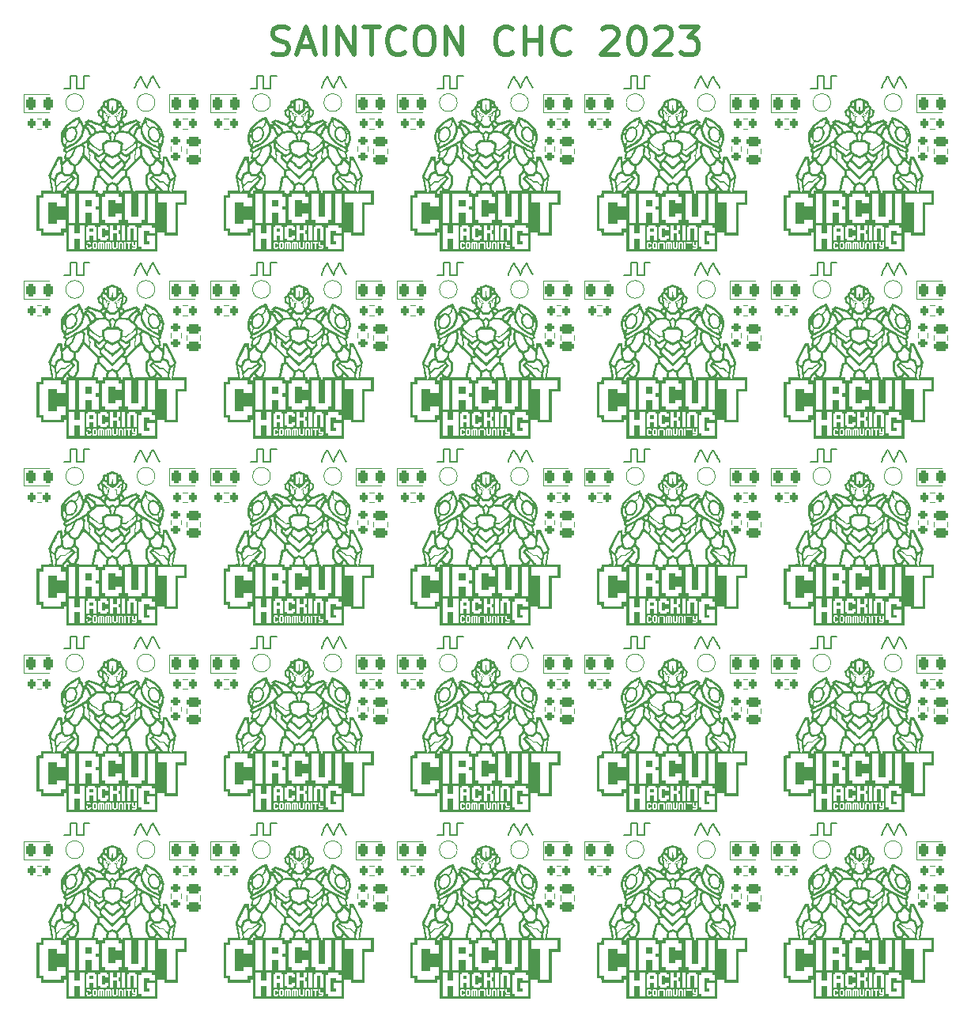
<source format=gbr>
%TF.GenerationSoftware,KiCad,Pcbnew,7.0.7*%
%TF.CreationDate,2023-09-01T19:11:28-06:00*%
%TF.ProjectId,chc-panel-1.0,6368632d-7061-46e6-956c-2d312e302e6b,1.0*%
%TF.SameCoordinates,PX558b6a0PY92dda80*%
%TF.FileFunction,Legend,Top*%
%TF.FilePolarity,Positive*%
%FSLAX46Y46*%
G04 Gerber Fmt 4.6, Leading zero omitted, Abs format (unit mm)*
G04 Created by KiCad (PCBNEW 7.0.7) date 2023-09-01 19:11:28*
%MOMM*%
%LPD*%
G01*
G04 APERTURE LIST*
G04 Aperture macros list*
%AMRoundRect*
0 Rectangle with rounded corners*
0 $1 Rounding radius*
0 $2 $3 $4 $5 $6 $7 $8 $9 X,Y pos of 4 corners*
0 Add a 4 corners polygon primitive as box body*
4,1,4,$2,$3,$4,$5,$6,$7,$8,$9,$2,$3,0*
0 Add four circle primitives for the rounded corners*
1,1,$1+$1,$2,$3*
1,1,$1+$1,$4,$5*
1,1,$1+$1,$6,$7*
1,1,$1+$1,$8,$9*
0 Add four rect primitives between the rounded corners*
20,1,$1+$1,$2,$3,$4,$5,0*
20,1,$1+$1,$4,$5,$6,$7,0*
20,1,$1+$1,$6,$7,$8,$9,0*
20,1,$1+$1,$8,$9,$2,$3,0*%
G04 Aperture macros list end*
%ADD10C,0.500000*%
%ADD11C,0.150000*%
%ADD12C,0.120000*%
%ADD13RoundRect,0.243750X-0.243750X-0.456250X0.243750X-0.456250X0.243750X0.456250X-0.243750X0.456250X0*%
%ADD14C,1.500000*%
%ADD15RoundRect,0.250000X-0.475000X0.250000X-0.475000X-0.250000X0.475000X-0.250000X0.475000X0.250000X0*%
%ADD16RoundRect,0.200000X0.200000X0.275000X-0.200000X0.275000X-0.200000X-0.275000X0.200000X-0.275000X0*%
%ADD17C,1.750000*%
%ADD18C,2.000000*%
%ADD19RoundRect,0.200000X-0.275000X0.200000X-0.275000X-0.200000X0.275000X-0.200000X0.275000X0.200000X0*%
G04 APERTURE END LIST*
D10*
X27214286Y108781000D02*
X27642858Y108638143D01*
X27642858Y108638143D02*
X28357143Y108638143D01*
X28357143Y108638143D02*
X28642858Y108781000D01*
X28642858Y108781000D02*
X28785715Y108923858D01*
X28785715Y108923858D02*
X28928572Y109209572D01*
X28928572Y109209572D02*
X28928572Y109495286D01*
X28928572Y109495286D02*
X28785715Y109781000D01*
X28785715Y109781000D02*
X28642858Y109923858D01*
X28642858Y109923858D02*
X28357143Y110066715D01*
X28357143Y110066715D02*
X27785715Y110209572D01*
X27785715Y110209572D02*
X27500000Y110352429D01*
X27500000Y110352429D02*
X27357143Y110495286D01*
X27357143Y110495286D02*
X27214286Y110781000D01*
X27214286Y110781000D02*
X27214286Y111066715D01*
X27214286Y111066715D02*
X27357143Y111352429D01*
X27357143Y111352429D02*
X27500000Y111495286D01*
X27500000Y111495286D02*
X27785715Y111638143D01*
X27785715Y111638143D02*
X28500000Y111638143D01*
X28500000Y111638143D02*
X28928572Y111495286D01*
X30071429Y109495286D02*
X31500001Y109495286D01*
X29785715Y108638143D02*
X30785715Y111638143D01*
X30785715Y111638143D02*
X31785715Y108638143D01*
X32785715Y108638143D02*
X32785715Y111638143D01*
X34214286Y108638143D02*
X34214286Y111638143D01*
X34214286Y111638143D02*
X35928572Y108638143D01*
X35928572Y108638143D02*
X35928572Y111638143D01*
X36928572Y111638143D02*
X38642858Y111638143D01*
X37785715Y108638143D02*
X37785715Y111638143D01*
X41357143Y108923858D02*
X41214286Y108781000D01*
X41214286Y108781000D02*
X40785714Y108638143D01*
X40785714Y108638143D02*
X40500000Y108638143D01*
X40500000Y108638143D02*
X40071429Y108781000D01*
X40071429Y108781000D02*
X39785714Y109066715D01*
X39785714Y109066715D02*
X39642857Y109352429D01*
X39642857Y109352429D02*
X39500000Y109923858D01*
X39500000Y109923858D02*
X39500000Y110352429D01*
X39500000Y110352429D02*
X39642857Y110923858D01*
X39642857Y110923858D02*
X39785714Y111209572D01*
X39785714Y111209572D02*
X40071429Y111495286D01*
X40071429Y111495286D02*
X40500000Y111638143D01*
X40500000Y111638143D02*
X40785714Y111638143D01*
X40785714Y111638143D02*
X41214286Y111495286D01*
X41214286Y111495286D02*
X41357143Y111352429D01*
X43214286Y111638143D02*
X43785714Y111638143D01*
X43785714Y111638143D02*
X44071429Y111495286D01*
X44071429Y111495286D02*
X44357143Y111209572D01*
X44357143Y111209572D02*
X44500000Y110638143D01*
X44500000Y110638143D02*
X44500000Y109638143D01*
X44500000Y109638143D02*
X44357143Y109066715D01*
X44357143Y109066715D02*
X44071429Y108781000D01*
X44071429Y108781000D02*
X43785714Y108638143D01*
X43785714Y108638143D02*
X43214286Y108638143D01*
X43214286Y108638143D02*
X42928572Y108781000D01*
X42928572Y108781000D02*
X42642857Y109066715D01*
X42642857Y109066715D02*
X42500000Y109638143D01*
X42500000Y109638143D02*
X42500000Y110638143D01*
X42500000Y110638143D02*
X42642857Y111209572D01*
X42642857Y111209572D02*
X42928572Y111495286D01*
X42928572Y111495286D02*
X43214286Y111638143D01*
X45785714Y108638143D02*
X45785714Y111638143D01*
X45785714Y111638143D02*
X47500000Y108638143D01*
X47500000Y108638143D02*
X47500000Y111638143D01*
X52928571Y108923858D02*
X52785714Y108781000D01*
X52785714Y108781000D02*
X52357142Y108638143D01*
X52357142Y108638143D02*
X52071428Y108638143D01*
X52071428Y108638143D02*
X51642857Y108781000D01*
X51642857Y108781000D02*
X51357142Y109066715D01*
X51357142Y109066715D02*
X51214285Y109352429D01*
X51214285Y109352429D02*
X51071428Y109923858D01*
X51071428Y109923858D02*
X51071428Y110352429D01*
X51071428Y110352429D02*
X51214285Y110923858D01*
X51214285Y110923858D02*
X51357142Y111209572D01*
X51357142Y111209572D02*
X51642857Y111495286D01*
X51642857Y111495286D02*
X52071428Y111638143D01*
X52071428Y111638143D02*
X52357142Y111638143D01*
X52357142Y111638143D02*
X52785714Y111495286D01*
X52785714Y111495286D02*
X52928571Y111352429D01*
X54214285Y108638143D02*
X54214285Y111638143D01*
X54214285Y110209572D02*
X55928571Y110209572D01*
X55928571Y108638143D02*
X55928571Y111638143D01*
X59071428Y108923858D02*
X58928571Y108781000D01*
X58928571Y108781000D02*
X58499999Y108638143D01*
X58499999Y108638143D02*
X58214285Y108638143D01*
X58214285Y108638143D02*
X57785714Y108781000D01*
X57785714Y108781000D02*
X57499999Y109066715D01*
X57499999Y109066715D02*
X57357142Y109352429D01*
X57357142Y109352429D02*
X57214285Y109923858D01*
X57214285Y109923858D02*
X57214285Y110352429D01*
X57214285Y110352429D02*
X57357142Y110923858D01*
X57357142Y110923858D02*
X57499999Y111209572D01*
X57499999Y111209572D02*
X57785714Y111495286D01*
X57785714Y111495286D02*
X58214285Y111638143D01*
X58214285Y111638143D02*
X58499999Y111638143D01*
X58499999Y111638143D02*
X58928571Y111495286D01*
X58928571Y111495286D02*
X59071428Y111352429D01*
X62499999Y111352429D02*
X62642856Y111495286D01*
X62642856Y111495286D02*
X62928571Y111638143D01*
X62928571Y111638143D02*
X63642856Y111638143D01*
X63642856Y111638143D02*
X63928571Y111495286D01*
X63928571Y111495286D02*
X64071428Y111352429D01*
X64071428Y111352429D02*
X64214285Y111066715D01*
X64214285Y111066715D02*
X64214285Y110781000D01*
X64214285Y110781000D02*
X64071428Y110352429D01*
X64071428Y110352429D02*
X62357142Y108638143D01*
X62357142Y108638143D02*
X64214285Y108638143D01*
X66071428Y111638143D02*
X66357142Y111638143D01*
X66357142Y111638143D02*
X66642856Y111495286D01*
X66642856Y111495286D02*
X66785714Y111352429D01*
X66785714Y111352429D02*
X66928571Y111066715D01*
X66928571Y111066715D02*
X67071428Y110495286D01*
X67071428Y110495286D02*
X67071428Y109781000D01*
X67071428Y109781000D02*
X66928571Y109209572D01*
X66928571Y109209572D02*
X66785714Y108923858D01*
X66785714Y108923858D02*
X66642856Y108781000D01*
X66642856Y108781000D02*
X66357142Y108638143D01*
X66357142Y108638143D02*
X66071428Y108638143D01*
X66071428Y108638143D02*
X65785714Y108781000D01*
X65785714Y108781000D02*
X65642856Y108923858D01*
X65642856Y108923858D02*
X65499999Y109209572D01*
X65499999Y109209572D02*
X65357142Y109781000D01*
X65357142Y109781000D02*
X65357142Y110495286D01*
X65357142Y110495286D02*
X65499999Y111066715D01*
X65499999Y111066715D02*
X65642856Y111352429D01*
X65642856Y111352429D02*
X65785714Y111495286D01*
X65785714Y111495286D02*
X66071428Y111638143D01*
X68214285Y111352429D02*
X68357142Y111495286D01*
X68357142Y111495286D02*
X68642857Y111638143D01*
X68642857Y111638143D02*
X69357142Y111638143D01*
X69357142Y111638143D02*
X69642857Y111495286D01*
X69642857Y111495286D02*
X69785714Y111352429D01*
X69785714Y111352429D02*
X69928571Y111066715D01*
X69928571Y111066715D02*
X69928571Y110781000D01*
X69928571Y110781000D02*
X69785714Y110352429D01*
X69785714Y110352429D02*
X68071428Y108638143D01*
X68071428Y108638143D02*
X69928571Y108638143D01*
X70928571Y111638143D02*
X72785714Y111638143D01*
X72785714Y111638143D02*
X71785714Y110495286D01*
X71785714Y110495286D02*
X72214285Y110495286D01*
X72214285Y110495286D02*
X72500000Y110352429D01*
X72500000Y110352429D02*
X72642857Y110209572D01*
X72642857Y110209572D02*
X72785714Y109923858D01*
X72785714Y109923858D02*
X72785714Y109209572D01*
X72785714Y109209572D02*
X72642857Y108923858D01*
X72642857Y108923858D02*
X72500000Y108781000D01*
X72500000Y108781000D02*
X72214285Y108638143D01*
X72214285Y108638143D02*
X71357142Y108638143D01*
X71357142Y108638143D02*
X71071428Y108781000D01*
X71071428Y108781000D02*
X70928571Y108923858D01*
D11*
X72545000Y105375000D02*
X72615000Y105535000D01*
X7000000Y106395000D02*
X7630000Y106395000D01*
X73810000Y105230000D02*
X73870000Y105380000D01*
X12685000Y45685000D02*
X12755000Y45825000D01*
X72445000Y85085000D02*
X72485000Y85225000D01*
X46230000Y26385000D02*
X46230000Y25065000D01*
X92755000Y25825000D02*
X92825000Y25965000D01*
X34680000Y105830000D02*
X34780000Y105650000D01*
X87000000Y85065000D02*
X87000000Y86395000D01*
X33810000Y105230000D02*
X33870000Y105380000D01*
X45560000Y105065000D02*
X45560000Y106385000D01*
X7000000Y46395000D02*
X7630000Y46395000D01*
X13265000Y105975000D02*
X13355000Y105825000D01*
X32545000Y105375000D02*
X32615000Y105535000D01*
X25560000Y45065000D02*
X25560000Y46385000D01*
X85560000Y86385000D02*
X86230000Y86385000D01*
X33175000Y86145000D02*
X33265000Y85975000D01*
X13525000Y65515000D02*
X13625000Y65325000D01*
X92975000Y46225000D02*
X93065000Y46365000D01*
X93705000Y65185000D02*
X93765000Y65095000D01*
X74850000Y105520000D02*
X74950000Y105330000D01*
X52975000Y106225000D02*
X53065000Y106365000D01*
X32895000Y46085000D02*
X32975000Y46225000D01*
X12755000Y85825000D02*
X12825000Y85965000D01*
X14220000Y66090000D02*
X14300000Y66230000D01*
X53525000Y85515000D02*
X53625000Y85325000D01*
X67000000Y86395000D02*
X67630000Y86395000D01*
X33940000Y65540000D02*
X34010000Y65690000D01*
X74300000Y106230000D02*
X74390000Y106370000D01*
X33265000Y105975000D02*
X33355000Y105825000D01*
X33810000Y65230000D02*
X33870000Y65380000D01*
X53525000Y65515000D02*
X53625000Y65325000D01*
X66230000Y46385000D02*
X66230000Y45065000D01*
X72755000Y65825000D02*
X72825000Y65965000D01*
X74500000Y46150000D02*
X74590000Y45980000D01*
X92755000Y65825000D02*
X92825000Y65965000D01*
X87000000Y25065000D02*
X87000000Y26395000D01*
X54780000Y85650000D02*
X54850000Y85520000D01*
X73525000Y105515000D02*
X73625000Y105325000D01*
X14150000Y45970000D02*
X14220000Y46090000D01*
X72975000Y106225000D02*
X73065000Y106365000D01*
X13265000Y85975000D02*
X13355000Y85825000D01*
X92755000Y105825000D02*
X92825000Y105965000D01*
X72545000Y45375000D02*
X72615000Y45535000D01*
X73870000Y45380000D02*
X73940000Y45540000D01*
X13065000Y86365000D02*
X13175000Y86145000D01*
X94150000Y25970000D02*
X94220000Y26090000D01*
X92485000Y65225000D02*
X92545000Y65375000D01*
X13625000Y45325000D02*
X13705000Y45185000D01*
X47000000Y26395000D02*
X47630000Y26395000D01*
X73705000Y65185000D02*
X73765000Y65095000D01*
X32895000Y86085000D02*
X32975000Y86225000D01*
X94080000Y105830000D02*
X94150000Y105970000D01*
X94080000Y85830000D02*
X94150000Y85970000D01*
X73810000Y65230000D02*
X73870000Y65380000D01*
X54010000Y25690000D02*
X54080000Y25830000D01*
X74950000Y105330000D02*
X75030000Y105190000D01*
X33355000Y65825000D02*
X33455000Y65645000D01*
X92685000Y45685000D02*
X92755000Y45825000D01*
X52445000Y105085000D02*
X52485000Y105225000D01*
X92895000Y106085000D02*
X92975000Y106225000D01*
X86230000Y106385000D02*
X86230000Y105065000D01*
X74220000Y26090000D02*
X74300000Y26230000D01*
X52755000Y105825000D02*
X52825000Y105965000D01*
X54500000Y46150000D02*
X54590000Y45980000D01*
X7000000Y45065000D02*
X7000000Y46395000D01*
X54850000Y85520000D02*
X54950000Y85330000D01*
X52615000Y105535000D02*
X52685000Y105685000D01*
X53265000Y65975000D02*
X53355000Y65825000D01*
X94010000Y85690000D02*
X94080000Y85830000D01*
X74950000Y25330000D02*
X75030000Y25190000D01*
X52825000Y105965000D02*
X52895000Y106085000D01*
X25560000Y65065000D02*
X25560000Y66385000D01*
X73265000Y105975000D02*
X73355000Y105825000D01*
X74220000Y86090000D02*
X74300000Y86230000D01*
X27000000Y45065000D02*
X27000000Y46395000D01*
X74850000Y65520000D02*
X74950000Y65330000D01*
X34300000Y26230000D02*
X34390000Y26370000D01*
X52485000Y65225000D02*
X52545000Y65375000D01*
X25560000Y26385000D02*
X26230000Y26385000D01*
X72975000Y46225000D02*
X73065000Y46365000D01*
X12545000Y25375000D02*
X12615000Y25535000D01*
X73265000Y45975000D02*
X73355000Y45825000D01*
X72755000Y45825000D02*
X72825000Y45965000D01*
X74780000Y45650000D02*
X74850000Y45520000D01*
X74220000Y106090000D02*
X74300000Y106230000D01*
X32485000Y25225000D02*
X32545000Y25375000D01*
X72755000Y25825000D02*
X72825000Y25965000D01*
X72615000Y65535000D02*
X72685000Y65685000D01*
X53705000Y85185000D02*
X53765000Y85095000D01*
X32755000Y85825000D02*
X32825000Y85965000D01*
X14850000Y65520000D02*
X14950000Y65330000D01*
X74010000Y65690000D02*
X74080000Y65830000D01*
X34950000Y45330000D02*
X35030000Y45190000D01*
X14780000Y45650000D02*
X14850000Y45520000D01*
X34590000Y45980000D02*
X34680000Y45830000D01*
X13455000Y25645000D02*
X13525000Y25515000D01*
X93625000Y105325000D02*
X93705000Y105185000D01*
X33065000Y106365000D02*
X33175000Y106145000D01*
X34500000Y46150000D02*
X34590000Y45980000D01*
X14010000Y25690000D02*
X14080000Y25830000D01*
X53625000Y45325000D02*
X53705000Y45185000D01*
X33810000Y85230000D02*
X33870000Y85380000D01*
X52445000Y65085000D02*
X52485000Y65225000D01*
X93870000Y25380000D02*
X93940000Y25540000D01*
X85560000Y85065000D02*
X85560000Y86385000D01*
X34150000Y65970000D02*
X34220000Y66090000D01*
X33625000Y105325000D02*
X33705000Y105185000D01*
X12485000Y45225000D02*
X12545000Y45375000D01*
X92685000Y85685000D02*
X92755000Y85825000D01*
X87000000Y26395000D02*
X87630000Y26395000D01*
X32615000Y85535000D02*
X32685000Y85685000D01*
X52755000Y85825000D02*
X52825000Y85965000D01*
X92975000Y86225000D02*
X93065000Y86365000D01*
X73770000Y105090000D02*
X73810000Y105230000D01*
X72685000Y65685000D02*
X72755000Y65825000D01*
X87000000Y65065000D02*
X87000000Y66395000D01*
X12685000Y85685000D02*
X12755000Y85825000D01*
X13940000Y45540000D02*
X14010000Y45690000D01*
X26230000Y25065000D02*
X27000000Y25065000D01*
X34220000Y106090000D02*
X34300000Y106230000D01*
X74780000Y105650000D02*
X74850000Y105520000D01*
X13455000Y85645000D02*
X13525000Y85515000D01*
X93870000Y105380000D02*
X93940000Y105540000D01*
X54300000Y86230000D02*
X54390000Y86370000D01*
X34080000Y25830000D02*
X34150000Y25970000D01*
X34680000Y45830000D02*
X34780000Y45650000D01*
X13265000Y65975000D02*
X13355000Y65825000D01*
X32445000Y85085000D02*
X32485000Y85225000D01*
X73625000Y45325000D02*
X73705000Y45185000D01*
X53065000Y46365000D02*
X53175000Y46145000D01*
X34390000Y86370000D02*
X34500000Y86150000D01*
X32485000Y65225000D02*
X32545000Y65375000D01*
X52825000Y65965000D02*
X52895000Y66085000D01*
X27000000Y46395000D02*
X27630000Y46395000D01*
X13355000Y85825000D02*
X13455000Y85645000D01*
X94220000Y46090000D02*
X94300000Y46230000D01*
X26230000Y65065000D02*
X27000000Y65065000D01*
X12485000Y105225000D02*
X12545000Y105375000D01*
X12975000Y66225000D02*
X13065000Y66365000D01*
X13810000Y45230000D02*
X13870000Y45380000D01*
X52975000Y86225000D02*
X53065000Y86365000D01*
X34390000Y66370000D02*
X34500000Y66150000D01*
X74010000Y85690000D02*
X74080000Y85830000D01*
X86230000Y45065000D02*
X87000000Y45065000D01*
X26230000Y66385000D02*
X26230000Y65065000D01*
X54300000Y66230000D02*
X54390000Y66370000D01*
X6230000Y65065000D02*
X7000000Y65065000D01*
X25560000Y106385000D02*
X26230000Y106385000D01*
X73065000Y46365000D02*
X73175000Y46145000D01*
X14080000Y65830000D02*
X14150000Y65970000D01*
X75030000Y85190000D02*
X75090000Y85100000D01*
X32615000Y45535000D02*
X32685000Y45685000D01*
X74150000Y105970000D02*
X74220000Y106090000D01*
X45560000Y46385000D02*
X46230000Y46385000D01*
X74220000Y46090000D02*
X74300000Y46230000D01*
X12825000Y105965000D02*
X12895000Y106085000D01*
X53810000Y45230000D02*
X53870000Y45380000D01*
X74390000Y106370000D02*
X74500000Y106150000D01*
X44840000Y25065000D02*
X45560000Y25065000D01*
X52685000Y45685000D02*
X52755000Y45825000D01*
X12895000Y106085000D02*
X12975000Y106225000D01*
X26230000Y105065000D02*
X27000000Y105065000D01*
X52615000Y25535000D02*
X52685000Y25685000D01*
X93940000Y105540000D02*
X94010000Y105690000D01*
X34680000Y85830000D02*
X34780000Y85650000D01*
X93870000Y45380000D02*
X93940000Y45540000D01*
X6230000Y85065000D02*
X7000000Y85065000D01*
X74010000Y45690000D02*
X74080000Y45830000D01*
X12825000Y85965000D02*
X12895000Y86085000D01*
X33455000Y65645000D02*
X33525000Y65515000D01*
X52615000Y65535000D02*
X52685000Y65685000D01*
X93175000Y26145000D02*
X93265000Y25975000D01*
X73770000Y45090000D02*
X73810000Y45230000D01*
X54010000Y85690000D02*
X54080000Y85830000D01*
X12485000Y85225000D02*
X12545000Y85375000D01*
X34220000Y26090000D02*
X34300000Y26230000D01*
X74780000Y65650000D02*
X74850000Y65520000D01*
X94780000Y45650000D02*
X94850000Y45520000D01*
X93525000Y105515000D02*
X93625000Y105325000D01*
X45560000Y66385000D02*
X46230000Y66385000D01*
X65560000Y66385000D02*
X66230000Y66385000D01*
X45560000Y85065000D02*
X45560000Y86385000D01*
X54590000Y45980000D02*
X54680000Y45830000D01*
X65560000Y25065000D02*
X65560000Y26385000D01*
X12685000Y105685000D02*
X12755000Y105825000D01*
X94500000Y86150000D02*
X94590000Y85980000D01*
X93065000Y26365000D02*
X93175000Y26145000D01*
X67000000Y105065000D02*
X67000000Y106395000D01*
X12445000Y25085000D02*
X12485000Y25225000D01*
X73810000Y85230000D02*
X73870000Y85380000D01*
X94150000Y65970000D02*
X94220000Y66090000D01*
X33770000Y85090000D02*
X33810000Y85230000D01*
X33175000Y46145000D02*
X33265000Y45975000D01*
X6230000Y45065000D02*
X7000000Y45065000D01*
X13940000Y25540000D02*
X14010000Y25690000D01*
X7000000Y86395000D02*
X7630000Y86395000D01*
X86230000Y85065000D02*
X87000000Y85065000D01*
X14150000Y85970000D02*
X14220000Y86090000D01*
X45560000Y26385000D02*
X46230000Y26385000D01*
X24840000Y45065000D02*
X25560000Y45065000D01*
X92615000Y85535000D02*
X92685000Y85685000D01*
X93265000Y25975000D02*
X93355000Y25825000D01*
X13355000Y45825000D02*
X13455000Y45645000D01*
X14850000Y45520000D02*
X14950000Y45330000D01*
X12895000Y66085000D02*
X12975000Y66225000D01*
X13355000Y25825000D02*
X13455000Y25645000D01*
X32755000Y45825000D02*
X32825000Y45965000D01*
X54300000Y26230000D02*
X54390000Y26370000D01*
X12685000Y65685000D02*
X12755000Y65825000D01*
X54680000Y65830000D02*
X54780000Y65650000D01*
X33455000Y85645000D02*
X33525000Y85515000D01*
X94390000Y86370000D02*
X94500000Y86150000D01*
X34220000Y46090000D02*
X34300000Y46230000D01*
X33870000Y105380000D02*
X33940000Y105540000D01*
X13525000Y45515000D02*
X13625000Y45325000D01*
X32485000Y105225000D02*
X32545000Y105375000D01*
X12755000Y105825000D02*
X12825000Y105965000D01*
X67000000Y65065000D02*
X67000000Y66395000D01*
X94220000Y66090000D02*
X94300000Y66230000D01*
X54850000Y25520000D02*
X54950000Y25330000D01*
X14390000Y106370000D02*
X14500000Y106150000D01*
X93355000Y85825000D02*
X93455000Y85645000D01*
X94080000Y25830000D02*
X94150000Y25970000D01*
X72895000Y26085000D02*
X72975000Y26225000D01*
X86230000Y25065000D02*
X87000000Y25065000D01*
X52685000Y85685000D02*
X52755000Y85825000D01*
X53870000Y105380000D02*
X53940000Y105540000D01*
X12975000Y106225000D02*
X13065000Y106365000D01*
X53705000Y25185000D02*
X53765000Y25095000D01*
X44840000Y85065000D02*
X45560000Y85065000D01*
X33870000Y25380000D02*
X33940000Y25540000D01*
X53770000Y85090000D02*
X53810000Y85230000D01*
X74080000Y65830000D02*
X74150000Y65970000D01*
X94500000Y46150000D02*
X94590000Y45980000D01*
X52755000Y65825000D02*
X52825000Y65965000D01*
X53175000Y86145000D02*
X53265000Y85975000D01*
X32545000Y45375000D02*
X32615000Y45535000D01*
X93625000Y25325000D02*
X93705000Y25185000D01*
X53265000Y105975000D02*
X53355000Y105825000D01*
X72615000Y25535000D02*
X72685000Y25685000D01*
X32485000Y85225000D02*
X32545000Y85375000D01*
X73625000Y85325000D02*
X73705000Y85185000D01*
X32485000Y45225000D02*
X32545000Y45375000D01*
X33705000Y45185000D02*
X33765000Y45095000D01*
X26230000Y45065000D02*
X27000000Y45065000D01*
X94080000Y45830000D02*
X94150000Y45970000D01*
X65560000Y45065000D02*
X65560000Y46385000D01*
X52975000Y66225000D02*
X53065000Y66365000D01*
X74390000Y66370000D02*
X74500000Y66150000D01*
X52485000Y45225000D02*
X52545000Y45375000D01*
X33625000Y45325000D02*
X33705000Y45185000D01*
X93525000Y85515000D02*
X93625000Y85325000D01*
X94850000Y85520000D02*
X94950000Y85330000D01*
X73265000Y85975000D02*
X73355000Y85825000D01*
X14500000Y66150000D02*
X14590000Y65980000D01*
X52445000Y45085000D02*
X52485000Y45225000D01*
X94300000Y46230000D02*
X94390000Y46370000D01*
X53770000Y45090000D02*
X53810000Y45230000D01*
X66230000Y106385000D02*
X66230000Y105065000D01*
X4840000Y65065000D02*
X5560000Y65065000D01*
X24840000Y25065000D02*
X25560000Y25065000D01*
X54150000Y25970000D02*
X54220000Y26090000D01*
X66230000Y86385000D02*
X66230000Y85065000D01*
X94680000Y45830000D02*
X94780000Y45650000D01*
X33705000Y85185000D02*
X33765000Y85095000D01*
X27000000Y106395000D02*
X27630000Y106395000D01*
X93940000Y25540000D02*
X94010000Y25690000D01*
X32685000Y25685000D02*
X32755000Y25825000D01*
X94500000Y106150000D02*
X94590000Y105980000D01*
X33175000Y66145000D02*
X33265000Y65975000D01*
X12755000Y65825000D02*
X12825000Y65965000D01*
X13525000Y85515000D02*
X13625000Y85325000D01*
X35030000Y105190000D02*
X35090000Y105100000D01*
X33810000Y45230000D02*
X33870000Y45380000D01*
X72485000Y65225000D02*
X72545000Y65375000D01*
X12615000Y85535000D02*
X12685000Y85685000D01*
X44840000Y65065000D02*
X45560000Y65065000D01*
X95030000Y65190000D02*
X95090000Y65100000D01*
X12615000Y25535000D02*
X12685000Y25685000D01*
X26230000Y86385000D02*
X26230000Y85065000D01*
X32895000Y26085000D02*
X32975000Y26225000D01*
X72895000Y106085000D02*
X72975000Y106225000D01*
X52825000Y85965000D02*
X52895000Y86085000D01*
X54500000Y86150000D02*
X54590000Y85980000D01*
X54390000Y66370000D02*
X54500000Y66150000D01*
X93705000Y105185000D02*
X93765000Y105095000D01*
X53625000Y25325000D02*
X53705000Y25185000D01*
X93525000Y25515000D02*
X93625000Y25325000D01*
X32975000Y86225000D02*
X33065000Y86365000D01*
X47000000Y106395000D02*
X47630000Y106395000D01*
X94950000Y65330000D02*
X95030000Y65190000D01*
X74850000Y45520000D02*
X74950000Y45330000D01*
X92895000Y86085000D02*
X92975000Y86225000D01*
X47000000Y66395000D02*
X47630000Y66395000D01*
X73455000Y45645000D02*
X73525000Y45515000D01*
X92445000Y105085000D02*
X92485000Y105225000D01*
X14950000Y85330000D02*
X15030000Y85190000D01*
X72485000Y85225000D02*
X72545000Y85375000D01*
X34010000Y65690000D02*
X34080000Y65830000D01*
X53265000Y85975000D02*
X53355000Y85825000D01*
X33940000Y85540000D02*
X34010000Y85690000D01*
X27000000Y105065000D02*
X27000000Y106395000D01*
X6230000Y106385000D02*
X6230000Y105065000D01*
X52975000Y46225000D02*
X53065000Y46365000D01*
X47000000Y85065000D02*
X47000000Y86395000D01*
X54080000Y65830000D02*
X54150000Y65970000D01*
X72485000Y45225000D02*
X72545000Y45375000D01*
X73625000Y105325000D02*
X73705000Y105185000D01*
X55030000Y25190000D02*
X55090000Y25100000D01*
X67000000Y106395000D02*
X67630000Y106395000D01*
X54680000Y85830000D02*
X54780000Y85650000D01*
X92445000Y65085000D02*
X92485000Y65225000D01*
X53940000Y105540000D02*
X54010000Y105690000D01*
X14680000Y105830000D02*
X14780000Y105650000D01*
X74590000Y65980000D02*
X74680000Y65830000D01*
X12895000Y86085000D02*
X12975000Y86225000D01*
X13810000Y25230000D02*
X13870000Y25380000D01*
X74010000Y105690000D02*
X74080000Y105830000D01*
X53870000Y25380000D02*
X53940000Y25540000D01*
X7000000Y65065000D02*
X7000000Y66395000D01*
X47000000Y25065000D02*
X47000000Y26395000D01*
X52895000Y26085000D02*
X52975000Y26225000D01*
X94780000Y105650000D02*
X94850000Y105520000D01*
X53455000Y65645000D02*
X53525000Y65515000D01*
X73940000Y105540000D02*
X74010000Y105690000D01*
X94950000Y45330000D02*
X95030000Y45190000D01*
X92615000Y65535000D02*
X92685000Y65685000D01*
X32615000Y65535000D02*
X32685000Y65685000D01*
X72485000Y25225000D02*
X72545000Y25375000D01*
X73065000Y106365000D02*
X73175000Y106145000D01*
X7000000Y105065000D02*
X7000000Y106395000D01*
X14220000Y46090000D02*
X14300000Y46230000D01*
X74080000Y25830000D02*
X74150000Y25970000D01*
X85560000Y106385000D02*
X86230000Y106385000D01*
X12825000Y65965000D02*
X12895000Y66085000D01*
X72545000Y85375000D02*
X72615000Y85535000D01*
X92755000Y85825000D02*
X92825000Y85965000D01*
X53265000Y45975000D02*
X53355000Y45825000D01*
X54780000Y105650000D02*
X54850000Y105520000D01*
X14150000Y65970000D02*
X14220000Y66090000D01*
X53455000Y105645000D02*
X53525000Y105515000D01*
X74950000Y85330000D02*
X75030000Y85190000D01*
X32895000Y106085000D02*
X32975000Y106225000D01*
X53525000Y45515000D02*
X53625000Y45325000D01*
X54220000Y26090000D02*
X54300000Y26230000D01*
X13355000Y105825000D02*
X13455000Y105645000D01*
X34850000Y85520000D02*
X34950000Y85330000D01*
X34680000Y25830000D02*
X34780000Y25650000D01*
X93455000Y45645000D02*
X93525000Y45515000D01*
X6230000Y66385000D02*
X6230000Y65065000D01*
X34300000Y66230000D02*
X34390000Y66370000D01*
X94780000Y25650000D02*
X94850000Y25520000D01*
X73940000Y85540000D02*
X74010000Y85690000D01*
X12975000Y46225000D02*
X13065000Y46365000D01*
X92485000Y45225000D02*
X92545000Y45375000D01*
X92895000Y46085000D02*
X92975000Y46225000D01*
X14010000Y65690000D02*
X14080000Y65830000D01*
X93455000Y25645000D02*
X93525000Y25515000D01*
X34780000Y65650000D02*
X34850000Y65520000D01*
X92685000Y105685000D02*
X92755000Y105825000D01*
X94590000Y65980000D02*
X94680000Y65830000D01*
X34300000Y46230000D02*
X34390000Y46370000D01*
X12615000Y65535000D02*
X12685000Y65685000D01*
X94150000Y105970000D02*
X94220000Y106090000D01*
X54080000Y85830000D02*
X54150000Y85970000D01*
X13705000Y45185000D02*
X13765000Y45095000D01*
X73940000Y65540000D02*
X74010000Y65690000D01*
X34500000Y86150000D02*
X34590000Y85980000D01*
X74500000Y86150000D02*
X74590000Y85980000D01*
X54590000Y85980000D02*
X54680000Y85830000D01*
X74590000Y45980000D02*
X74680000Y45830000D01*
X74300000Y66230000D02*
X74390000Y66370000D01*
X12685000Y25685000D02*
X12755000Y25825000D01*
X14950000Y45330000D02*
X15030000Y45190000D01*
X53810000Y65230000D02*
X53870000Y65380000D01*
X32545000Y65375000D02*
X32615000Y65535000D01*
X74390000Y86370000D02*
X74500000Y86150000D01*
X93525000Y65515000D02*
X93625000Y65325000D01*
X34390000Y46370000D02*
X34500000Y46150000D01*
X54500000Y66150000D02*
X54590000Y65980000D01*
X14680000Y25830000D02*
X14780000Y25650000D01*
X34590000Y25980000D02*
X34680000Y25830000D01*
X33940000Y25540000D02*
X34010000Y25690000D01*
X74680000Y25830000D02*
X74780000Y25650000D01*
X13625000Y25325000D02*
X13705000Y25185000D01*
X13455000Y65645000D02*
X13525000Y65515000D01*
X93355000Y65825000D02*
X93455000Y65645000D01*
X64840000Y65065000D02*
X65560000Y65065000D01*
X73355000Y45825000D02*
X73455000Y45645000D01*
X86230000Y86385000D02*
X86230000Y85065000D01*
X5560000Y46385000D02*
X6230000Y46385000D01*
X13870000Y85380000D02*
X13940000Y85540000D01*
X54850000Y105520000D02*
X54950000Y105330000D01*
X94950000Y25330000D02*
X95030000Y25190000D01*
X33265000Y45975000D02*
X33355000Y45825000D01*
X6230000Y86385000D02*
X6230000Y85065000D01*
X94220000Y86090000D02*
X94300000Y86230000D01*
X14950000Y65330000D02*
X15030000Y65190000D01*
X26230000Y85065000D02*
X27000000Y85065000D01*
X53940000Y45540000D02*
X54010000Y45690000D01*
X72975000Y86225000D02*
X73065000Y86365000D01*
X92895000Y26085000D02*
X92975000Y26225000D01*
X5560000Y65065000D02*
X5560000Y66385000D01*
X12975000Y26225000D02*
X13065000Y26365000D01*
X32615000Y25535000D02*
X32685000Y25685000D01*
X14950000Y25330000D02*
X15030000Y25190000D01*
X74590000Y85980000D02*
X74680000Y85830000D01*
X94850000Y65520000D02*
X94950000Y65330000D01*
X33770000Y45090000D02*
X33810000Y45230000D01*
X52825000Y45965000D02*
X52895000Y46085000D01*
X13770000Y85090000D02*
X13810000Y85230000D01*
X72545000Y65375000D02*
X72615000Y65535000D01*
X25560000Y46385000D02*
X26230000Y46385000D01*
X52545000Y65375000D02*
X52615000Y65535000D01*
X5560000Y105065000D02*
X5560000Y106385000D01*
X14080000Y85830000D02*
X14150000Y85970000D01*
X95030000Y25190000D02*
X95090000Y25100000D01*
X93770000Y25090000D02*
X93810000Y25230000D01*
X93175000Y106145000D02*
X93265000Y105975000D01*
X34780000Y45650000D02*
X34850000Y45520000D01*
X94680000Y85830000D02*
X94780000Y85650000D01*
X32545000Y85375000D02*
X32615000Y85535000D01*
X73065000Y66365000D02*
X73175000Y66145000D01*
X27000000Y26395000D02*
X27630000Y26395000D01*
X13705000Y105185000D02*
X13765000Y105095000D01*
X53770000Y105090000D02*
X53810000Y105230000D01*
X14850000Y105520000D02*
X14950000Y105330000D01*
X52685000Y65685000D02*
X52755000Y65825000D01*
X95030000Y45190000D02*
X95090000Y45100000D01*
X53810000Y25230000D02*
X53870000Y25380000D01*
X73455000Y25645000D02*
X73525000Y25515000D01*
X54220000Y86090000D02*
X54300000Y86230000D01*
X94150000Y45970000D02*
X94220000Y46090000D01*
X14780000Y65650000D02*
X14850000Y65520000D01*
X74680000Y65830000D02*
X74780000Y65650000D01*
X92825000Y25965000D02*
X92895000Y26085000D01*
X13870000Y105380000D02*
X13940000Y105540000D01*
X92545000Y25375000D02*
X92615000Y25535000D01*
X13455000Y105645000D02*
X13525000Y105515000D01*
X64840000Y45065000D02*
X65560000Y45065000D01*
X13065000Y26365000D02*
X13175000Y26145000D01*
X13770000Y25090000D02*
X13810000Y25230000D01*
X74500000Y106150000D02*
X74590000Y105980000D01*
X52685000Y25685000D02*
X52755000Y25825000D01*
X53175000Y26145000D02*
X53265000Y25975000D01*
X54590000Y25980000D02*
X54680000Y25830000D01*
X32685000Y45685000D02*
X32755000Y45825000D01*
X85560000Y25065000D02*
X85560000Y26385000D01*
X33870000Y85380000D02*
X33940000Y85540000D01*
X46230000Y85065000D02*
X47000000Y85065000D01*
X66230000Y105065000D02*
X67000000Y105065000D01*
X72825000Y105965000D02*
X72895000Y106085000D01*
X73175000Y66145000D02*
X73265000Y65975000D01*
X65560000Y46385000D02*
X66230000Y46385000D01*
X72755000Y85825000D02*
X72825000Y85965000D01*
X54080000Y45830000D02*
X54150000Y45970000D01*
X93525000Y45515000D02*
X93625000Y45325000D01*
X73940000Y45540000D02*
X74010000Y45690000D01*
X95030000Y85190000D02*
X95090000Y85100000D01*
X55030000Y45190000D02*
X55090000Y45100000D01*
X27000000Y85065000D02*
X27000000Y86395000D01*
X14950000Y105330000D02*
X15030000Y105190000D01*
X47000000Y86395000D02*
X47630000Y86395000D01*
X72445000Y25085000D02*
X72485000Y25225000D01*
X92755000Y45825000D02*
X92825000Y45965000D01*
X92685000Y65685000D02*
X92755000Y65825000D01*
X67000000Y25065000D02*
X67000000Y26395000D01*
X65560000Y26385000D02*
X66230000Y26385000D01*
X93810000Y105230000D02*
X93870000Y105380000D01*
X87000000Y45065000D02*
X87000000Y46395000D01*
X33065000Y26365000D02*
X33175000Y26145000D01*
X54780000Y65650000D02*
X54850000Y65520000D01*
X4840000Y105065000D02*
X5560000Y105065000D01*
X32825000Y85965000D02*
X32895000Y86085000D01*
X67000000Y26395000D02*
X67630000Y26395000D01*
X73705000Y25185000D02*
X73765000Y25095000D01*
X12445000Y85085000D02*
X12485000Y85225000D01*
X93265000Y105975000D02*
X93355000Y105825000D01*
X74010000Y25690000D02*
X74080000Y25830000D01*
X14680000Y45830000D02*
X14780000Y45650000D01*
X54680000Y25830000D02*
X54780000Y25650000D01*
X35030000Y25190000D02*
X35090000Y25100000D01*
X74150000Y85970000D02*
X74220000Y86090000D01*
X54950000Y105330000D02*
X55030000Y105190000D01*
X73065000Y86365000D02*
X73175000Y86145000D01*
X4840000Y45065000D02*
X5560000Y45065000D01*
X34950000Y65330000D02*
X35030000Y65190000D01*
X73625000Y25325000D02*
X73705000Y25185000D01*
X87000000Y106395000D02*
X87630000Y106395000D01*
X74500000Y66150000D02*
X74590000Y65980000D01*
X73265000Y65975000D02*
X73355000Y65825000D01*
X14300000Y46230000D02*
X14390000Y46370000D01*
X14780000Y25650000D02*
X14850000Y25520000D01*
X25560000Y25065000D02*
X25560000Y26385000D01*
X74950000Y45330000D02*
X75030000Y45190000D01*
X93870000Y65380000D02*
X93940000Y65540000D01*
X92615000Y105535000D02*
X92685000Y105685000D01*
X87000000Y66395000D02*
X87630000Y66395000D01*
X84840000Y45065000D02*
X85560000Y45065000D01*
X85560000Y45065000D02*
X85560000Y46385000D01*
X52545000Y45375000D02*
X52615000Y45535000D01*
X94390000Y46370000D02*
X94500000Y46150000D01*
X93770000Y105090000D02*
X93810000Y105230000D01*
X74150000Y65970000D02*
X74220000Y66090000D01*
X13625000Y85325000D02*
X13705000Y85185000D01*
X46230000Y25065000D02*
X47000000Y25065000D01*
X73355000Y105825000D02*
X73455000Y105645000D01*
X14300000Y86230000D02*
X14390000Y86370000D01*
X94500000Y66150000D02*
X94590000Y65980000D01*
X14390000Y66370000D02*
X14500000Y66150000D01*
X13870000Y45380000D02*
X13940000Y45540000D01*
X33810000Y25230000D02*
X33870000Y25380000D01*
X32545000Y25375000D02*
X32615000Y25535000D01*
X87000000Y46395000D02*
X87630000Y46395000D01*
X53355000Y25825000D02*
X53455000Y25645000D01*
X53525000Y25515000D02*
X53625000Y25325000D01*
X14590000Y25980000D02*
X14680000Y25830000D01*
X94950000Y105330000D02*
X95030000Y105190000D01*
X73175000Y46145000D02*
X73265000Y45975000D01*
X94780000Y65650000D02*
X94850000Y65520000D01*
X33355000Y25825000D02*
X33455000Y25645000D01*
X93810000Y85230000D02*
X93870000Y85380000D01*
X54390000Y86370000D02*
X54500000Y86150000D01*
X13455000Y45645000D02*
X13525000Y45515000D01*
X15030000Y85190000D02*
X15090000Y85100000D01*
X12755000Y45825000D02*
X12825000Y45965000D01*
X94680000Y65830000D02*
X94780000Y65650000D01*
X73810000Y25230000D02*
X73870000Y25380000D01*
X12445000Y45085000D02*
X12485000Y45225000D01*
X52545000Y85375000D02*
X52615000Y85535000D01*
X73065000Y26365000D02*
X73175000Y26145000D01*
X14500000Y86150000D02*
X14590000Y85980000D01*
X34850000Y45520000D02*
X34950000Y45330000D01*
X32825000Y45965000D02*
X32895000Y46085000D01*
X72825000Y85965000D02*
X72895000Y86085000D01*
X72685000Y105685000D02*
X72755000Y105825000D01*
X54950000Y85330000D02*
X55030000Y85190000D01*
X34390000Y106370000D02*
X34500000Y106150000D01*
X52755000Y25825000D02*
X52825000Y25965000D01*
X72825000Y25965000D02*
X72895000Y26085000D01*
X85560000Y66385000D02*
X86230000Y66385000D01*
X52895000Y86085000D02*
X52975000Y86225000D01*
X14780000Y105650000D02*
X14850000Y105520000D01*
X73705000Y85185000D02*
X73765000Y85095000D01*
X34300000Y106230000D02*
X34390000Y106370000D01*
X74950000Y65330000D02*
X75030000Y65190000D01*
X14590000Y45980000D02*
X14680000Y45830000D01*
X67000000Y85065000D02*
X67000000Y86395000D01*
X14390000Y26370000D02*
X14500000Y26150000D01*
X74680000Y85830000D02*
X74780000Y85650000D01*
X33355000Y105825000D02*
X33455000Y105645000D01*
X93705000Y25185000D02*
X93765000Y25095000D01*
X72445000Y65085000D02*
X72485000Y65225000D01*
X93355000Y105825000D02*
X93455000Y105645000D01*
X92445000Y45085000D02*
X92485000Y45225000D01*
X14150000Y105970000D02*
X14220000Y106090000D01*
X5560000Y26385000D02*
X6230000Y26385000D01*
X54500000Y26150000D02*
X54590000Y25980000D01*
X14220000Y106090000D02*
X14300000Y106230000D01*
X72445000Y105085000D02*
X72485000Y105225000D01*
X53175000Y106145000D02*
X53265000Y105975000D01*
X92975000Y26225000D02*
X93065000Y26365000D01*
X24840000Y65065000D02*
X25560000Y65065000D01*
X14080000Y25830000D02*
X14150000Y25970000D01*
X33705000Y65185000D02*
X33765000Y65095000D01*
X52755000Y45825000D02*
X52825000Y45965000D01*
X33355000Y45825000D02*
X33455000Y45645000D01*
X33940000Y45540000D02*
X34010000Y45690000D01*
X72445000Y45085000D02*
X72485000Y45225000D01*
X94010000Y65690000D02*
X94080000Y65830000D01*
X32685000Y65685000D02*
X32755000Y65825000D01*
X55030000Y65190000D02*
X55090000Y65100000D01*
X4840000Y85065000D02*
X5560000Y85065000D01*
X53455000Y85645000D02*
X53525000Y85515000D01*
X73175000Y86145000D02*
X73265000Y85975000D01*
X54390000Y46370000D02*
X54500000Y46150000D01*
X94390000Y106370000D02*
X94500000Y106150000D01*
X33265000Y85975000D02*
X33355000Y85825000D01*
X13265000Y25975000D02*
X13355000Y25825000D01*
X92825000Y85965000D02*
X92895000Y86085000D01*
X53175000Y46145000D02*
X53265000Y45975000D01*
X13175000Y46145000D02*
X13265000Y45975000D01*
X46230000Y105065000D02*
X47000000Y105065000D01*
X94590000Y45980000D02*
X94680000Y45830000D01*
X26230000Y106385000D02*
X26230000Y105065000D01*
X72615000Y105535000D02*
X72685000Y105685000D01*
X34080000Y65830000D02*
X34150000Y65970000D01*
X87000000Y105065000D02*
X87000000Y106395000D01*
X44840000Y105065000D02*
X45560000Y105065000D01*
X53355000Y85825000D02*
X53455000Y85645000D01*
X33265000Y65975000D02*
X33355000Y65825000D01*
X33175000Y26145000D02*
X33265000Y25975000D01*
X72975000Y66225000D02*
X73065000Y66365000D01*
X13065000Y106365000D02*
X13175000Y106145000D01*
X13065000Y46365000D02*
X13175000Y46145000D01*
X33625000Y85325000D02*
X33705000Y85185000D01*
X5560000Y86385000D02*
X6230000Y86385000D01*
X45560000Y65065000D02*
X45560000Y66385000D01*
X13625000Y65325000D02*
X13705000Y65185000D01*
X94590000Y25980000D02*
X94680000Y25830000D01*
X53810000Y105230000D02*
X53870000Y105380000D01*
X12545000Y45375000D02*
X12615000Y45535000D01*
X14300000Y106230000D02*
X14390000Y106370000D01*
X74300000Y86230000D02*
X74390000Y86370000D01*
X32445000Y65085000D02*
X32485000Y65225000D01*
X33770000Y105090000D02*
X33810000Y105230000D01*
X95030000Y105190000D02*
X95090000Y105100000D01*
X47000000Y46395000D02*
X47630000Y46395000D01*
X13770000Y45090000D02*
X13810000Y45230000D01*
X32445000Y45085000D02*
X32485000Y45225000D01*
X32825000Y25965000D02*
X32895000Y26085000D01*
X74390000Y46370000D02*
X74500000Y46150000D01*
X94590000Y105980000D02*
X94680000Y105830000D01*
X54220000Y46090000D02*
X54300000Y46230000D01*
X85560000Y65065000D02*
X85560000Y66385000D01*
X13175000Y66145000D02*
X13265000Y65975000D01*
X34780000Y85650000D02*
X34850000Y85520000D01*
X74300000Y46230000D02*
X74390000Y46370000D01*
X94850000Y45520000D02*
X94950000Y45330000D01*
X35030000Y65190000D02*
X35090000Y65100000D01*
X5560000Y25065000D02*
X5560000Y26385000D01*
X13355000Y65825000D02*
X13455000Y65645000D01*
X92615000Y25535000D02*
X92685000Y25685000D01*
X54850000Y65520000D02*
X54950000Y65330000D01*
X34590000Y65980000D02*
X34680000Y65830000D01*
X12975000Y86225000D02*
X13065000Y86365000D01*
X93625000Y65325000D02*
X93705000Y65185000D01*
X94500000Y26150000D02*
X94590000Y25980000D01*
X14300000Y26230000D02*
X14390000Y26370000D01*
X34950000Y25330000D02*
X35030000Y25190000D01*
X54150000Y105970000D02*
X54220000Y106090000D01*
X12445000Y105085000D02*
X12485000Y105225000D01*
X12825000Y25965000D02*
X12895000Y26085000D01*
X92445000Y25085000D02*
X92485000Y25225000D01*
X54500000Y106150000D02*
X54590000Y105980000D01*
X13705000Y85185000D02*
X13765000Y85095000D01*
X73870000Y65380000D02*
X73940000Y65540000D01*
X32755000Y65825000D02*
X32825000Y65965000D01*
X53625000Y85325000D02*
X53705000Y85185000D01*
X94950000Y85330000D02*
X95030000Y85190000D01*
X34080000Y105830000D02*
X34150000Y105970000D01*
X52445000Y25085000D02*
X52485000Y25225000D01*
X7000000Y85065000D02*
X7000000Y86395000D01*
X92445000Y85085000D02*
X92485000Y85225000D01*
X93810000Y65230000D02*
X93870000Y65380000D01*
X24840000Y105065000D02*
X25560000Y105065000D01*
X94010000Y25690000D02*
X94080000Y25830000D01*
X33625000Y65325000D02*
X33705000Y65185000D01*
X53870000Y65380000D02*
X53940000Y65540000D01*
X34010000Y25690000D02*
X34080000Y25830000D01*
X12545000Y105375000D02*
X12615000Y105535000D01*
X94300000Y66230000D02*
X94390000Y66370000D01*
X45560000Y106385000D02*
X46230000Y106385000D01*
X6230000Y25065000D02*
X7000000Y25065000D01*
X34150000Y85970000D02*
X34220000Y86090000D01*
X53870000Y45380000D02*
X53940000Y45540000D01*
X33525000Y65515000D02*
X33625000Y65325000D01*
X92825000Y45965000D02*
X92895000Y46085000D01*
X34780000Y25650000D02*
X34850000Y25520000D01*
X73705000Y45185000D02*
X73765000Y45095000D01*
X34500000Y106150000D02*
X34590000Y105980000D01*
X54300000Y46230000D02*
X54390000Y46370000D01*
X73705000Y105185000D02*
X73765000Y105095000D01*
X33525000Y85515000D02*
X33625000Y85325000D01*
X72755000Y105825000D02*
X72825000Y105965000D01*
X7000000Y26395000D02*
X7630000Y26395000D01*
X53870000Y85380000D02*
X53940000Y85540000D01*
X66230000Y25065000D02*
X67000000Y25065000D01*
X73810000Y45230000D02*
X73870000Y45380000D01*
X74780000Y85650000D02*
X74850000Y85520000D01*
X53455000Y45645000D02*
X53525000Y45515000D01*
X53770000Y65090000D02*
X53810000Y65230000D01*
X33625000Y25325000D02*
X33705000Y25185000D01*
X93175000Y86145000D02*
X93265000Y85975000D01*
X53355000Y45825000D02*
X53455000Y45645000D01*
X52895000Y66085000D02*
X52975000Y66225000D01*
X34500000Y66150000D02*
X34590000Y65980000D01*
X52615000Y45535000D02*
X52685000Y45685000D01*
X53525000Y105515000D02*
X53625000Y105325000D01*
X55030000Y85190000D02*
X55090000Y85100000D01*
X92485000Y85225000D02*
X92545000Y85375000D01*
X85560000Y26385000D02*
X86230000Y26385000D01*
X74080000Y85830000D02*
X74150000Y85970000D01*
X32975000Y46225000D02*
X33065000Y46365000D01*
X35030000Y45190000D02*
X35090000Y45100000D01*
X53705000Y105185000D02*
X53765000Y105095000D01*
X33705000Y25185000D02*
X33765000Y25095000D01*
X33870000Y65380000D02*
X33940000Y65540000D01*
X93940000Y65540000D02*
X94010000Y65690000D01*
X14220000Y86090000D02*
X14300000Y86230000D01*
X72895000Y66085000D02*
X72975000Y66225000D01*
X34010000Y105690000D02*
X34080000Y105830000D01*
X14010000Y45690000D02*
X14080000Y45830000D01*
X94220000Y26090000D02*
X94300000Y26230000D01*
X4840000Y25065000D02*
X5560000Y25065000D01*
X12895000Y26085000D02*
X12975000Y26225000D01*
X94010000Y105690000D02*
X94080000Y105830000D01*
X12755000Y25825000D02*
X12825000Y25965000D01*
X72485000Y105225000D02*
X72545000Y105375000D01*
X12545000Y85375000D02*
X12615000Y85535000D01*
X66230000Y65065000D02*
X67000000Y65065000D01*
X52895000Y46085000D02*
X52975000Y46225000D01*
X54010000Y65690000D02*
X54080000Y65830000D01*
X92685000Y25685000D02*
X92755000Y25825000D01*
X6230000Y105065000D02*
X7000000Y105065000D01*
X34950000Y85330000D02*
X35030000Y85190000D01*
X13770000Y105090000D02*
X13810000Y105230000D01*
X74680000Y45830000D02*
X74780000Y45650000D01*
X94850000Y25520000D02*
X94950000Y25330000D01*
X73525000Y25515000D02*
X73625000Y25325000D01*
X14850000Y25520000D02*
X14950000Y25330000D01*
X33705000Y105185000D02*
X33765000Y105095000D01*
X73525000Y45515000D02*
X73625000Y45325000D01*
X33455000Y45645000D02*
X33525000Y45515000D01*
X53175000Y66145000D02*
X53265000Y65975000D01*
X93455000Y105645000D02*
X93525000Y105515000D01*
X34590000Y85980000D02*
X34680000Y85830000D01*
X53355000Y65825000D02*
X53455000Y65645000D01*
X34780000Y105650000D02*
X34850000Y105520000D01*
X53940000Y65540000D02*
X54010000Y65690000D01*
X54780000Y25650000D02*
X54850000Y25520000D01*
X65560000Y105065000D02*
X65560000Y106385000D01*
X52545000Y25375000D02*
X52615000Y25535000D01*
X92545000Y65375000D02*
X92615000Y65535000D01*
X14300000Y66230000D02*
X14390000Y66370000D01*
X93940000Y85540000D02*
X94010000Y85690000D01*
X93265000Y45975000D02*
X93355000Y45825000D01*
X53455000Y25645000D02*
X53525000Y25515000D01*
X14590000Y105980000D02*
X14680000Y105830000D01*
X54390000Y26370000D02*
X54500000Y26150000D01*
X75030000Y25190000D02*
X75090000Y25100000D01*
X73940000Y25540000D02*
X74010000Y25690000D01*
X54950000Y45330000D02*
X55030000Y45190000D01*
X24840000Y85065000D02*
X25560000Y85065000D01*
X6230000Y26385000D02*
X6230000Y25065000D01*
X27000000Y86395000D02*
X27630000Y86395000D01*
X12825000Y45965000D02*
X12895000Y46085000D01*
X66230000Y66385000D02*
X66230000Y65065000D01*
X54680000Y105830000D02*
X54780000Y105650000D01*
X54680000Y45830000D02*
X54780000Y45650000D01*
X72975000Y26225000D02*
X73065000Y26365000D01*
X52485000Y105225000D02*
X52545000Y105375000D01*
X72895000Y86085000D02*
X72975000Y86225000D01*
X13705000Y25185000D02*
X13765000Y25095000D01*
X94300000Y106230000D02*
X94390000Y106370000D01*
X26230000Y46385000D02*
X26230000Y45065000D01*
X14220000Y26090000D02*
X14300000Y26230000D01*
X52825000Y25965000D02*
X52895000Y26085000D01*
X53810000Y85230000D02*
X53870000Y85380000D01*
X86230000Y66385000D02*
X86230000Y65065000D01*
X54220000Y66090000D02*
X54300000Y66230000D01*
X52685000Y105685000D02*
X52755000Y105825000D01*
X73175000Y106145000D02*
X73265000Y105975000D01*
X53355000Y105825000D02*
X53455000Y105645000D01*
X46230000Y106385000D02*
X46230000Y105065000D01*
X32685000Y105685000D02*
X32755000Y105825000D01*
X75030000Y65190000D02*
X75090000Y65100000D01*
X34220000Y66090000D02*
X34300000Y66230000D01*
X93065000Y46365000D02*
X93175000Y46145000D01*
X93455000Y85645000D02*
X93525000Y85515000D01*
X94010000Y45690000D02*
X94080000Y45830000D01*
X73870000Y25380000D02*
X73940000Y25540000D01*
X54780000Y45650000D02*
X54850000Y45520000D01*
X94680000Y105830000D02*
X94780000Y105650000D01*
X12895000Y46085000D02*
X12975000Y46225000D01*
X13940000Y65540000D02*
X14010000Y65690000D01*
X53065000Y106365000D02*
X53175000Y106145000D01*
X53705000Y65185000D02*
X53765000Y65095000D01*
X52615000Y85535000D02*
X52685000Y85685000D01*
X14850000Y85520000D02*
X14950000Y85330000D01*
X53705000Y45185000D02*
X53765000Y45095000D01*
X33525000Y45515000D02*
X33625000Y45325000D01*
X72825000Y45965000D02*
X72895000Y46085000D01*
X72685000Y85685000D02*
X72755000Y85825000D01*
X32445000Y105085000D02*
X32485000Y105225000D01*
X72615000Y85535000D02*
X72685000Y85685000D01*
X13770000Y65090000D02*
X13810000Y65230000D01*
X53625000Y65325000D02*
X53705000Y65185000D01*
X34220000Y86090000D02*
X34300000Y86230000D01*
X15030000Y105190000D02*
X15090000Y105100000D01*
X73455000Y85645000D02*
X73525000Y85515000D01*
X93455000Y65645000D02*
X93525000Y65515000D01*
X52975000Y26225000D02*
X53065000Y26365000D01*
X34850000Y65520000D02*
X34950000Y65330000D01*
X94300000Y26230000D02*
X94390000Y26370000D01*
X14680000Y65830000D02*
X14780000Y65650000D01*
X74850000Y25520000D02*
X74950000Y25330000D01*
X14590000Y85980000D02*
X14680000Y85830000D01*
X34150000Y45970000D02*
X34220000Y46090000D01*
X92825000Y65965000D02*
X92895000Y66085000D01*
X84840000Y65065000D02*
X85560000Y65065000D01*
X92615000Y45535000D02*
X92685000Y45685000D01*
X12545000Y65375000D02*
X12615000Y65535000D01*
X32825000Y105965000D02*
X32895000Y106085000D01*
X53065000Y26365000D02*
X53175000Y26145000D01*
X13175000Y26145000D02*
X13265000Y25975000D01*
X55030000Y105190000D02*
X55090000Y105100000D01*
X13810000Y65230000D02*
X13870000Y65380000D01*
X65560000Y65065000D02*
X65560000Y66385000D01*
X27000000Y65065000D02*
X27000000Y66395000D01*
X54080000Y25830000D02*
X54150000Y25970000D01*
X94150000Y85970000D02*
X94220000Y86090000D01*
X54010000Y45690000D02*
X54080000Y45830000D01*
X94390000Y66370000D02*
X94500000Y66150000D01*
X66230000Y85065000D02*
X67000000Y85065000D01*
X33065000Y86365000D02*
X33175000Y86145000D01*
X54390000Y106370000D02*
X54500000Y106150000D01*
X73770000Y85090000D02*
X73810000Y85230000D01*
X45560000Y45065000D02*
X45560000Y46385000D01*
X14590000Y65980000D02*
X14680000Y65830000D01*
X67000000Y45065000D02*
X67000000Y46395000D01*
X14390000Y46370000D02*
X14500000Y46150000D01*
X94590000Y85980000D02*
X94680000Y85830000D01*
X34390000Y26370000D02*
X34500000Y26150000D01*
X54080000Y105830000D02*
X54150000Y105970000D01*
X73355000Y85825000D02*
X73455000Y85645000D01*
X25560000Y86385000D02*
X26230000Y86385000D01*
X33770000Y65090000D02*
X33810000Y65230000D01*
X74680000Y105830000D02*
X74780000Y105650000D01*
X13525000Y105515000D02*
X13625000Y105325000D01*
X34010000Y45690000D02*
X34080000Y45830000D01*
X32755000Y105825000D02*
X32825000Y105965000D01*
X33175000Y106145000D02*
X33265000Y105975000D01*
X92485000Y25225000D02*
X92545000Y25375000D01*
X64840000Y105065000D02*
X65560000Y105065000D01*
X53065000Y66365000D02*
X53175000Y66145000D01*
X54850000Y45520000D02*
X54950000Y45330000D01*
X14500000Y26150000D02*
X14590000Y25980000D01*
X93705000Y45185000D02*
X93765000Y45095000D01*
X25560000Y85065000D02*
X25560000Y86385000D01*
X54590000Y65980000D02*
X54680000Y65830000D01*
X14680000Y85830000D02*
X14780000Y85650000D01*
X47000000Y45065000D02*
X47000000Y46395000D01*
X84840000Y105065000D02*
X85560000Y105065000D01*
X64840000Y85065000D02*
X65560000Y85065000D01*
X52445000Y85085000D02*
X52485000Y85225000D01*
X94300000Y86230000D02*
X94390000Y86370000D01*
X7000000Y66395000D02*
X7630000Y66395000D01*
X34680000Y65830000D02*
X34780000Y65650000D01*
X53770000Y25090000D02*
X53810000Y25230000D01*
X33065000Y66365000D02*
X33175000Y66145000D01*
X86230000Y26385000D02*
X86230000Y25065000D01*
X72615000Y45535000D02*
X72685000Y45685000D01*
X33455000Y105645000D02*
X33525000Y105515000D01*
X92895000Y66085000D02*
X92975000Y66225000D01*
X34150000Y25970000D02*
X34220000Y26090000D01*
X75030000Y105190000D02*
X75090000Y105100000D01*
X93175000Y66145000D02*
X93265000Y65975000D01*
X12485000Y65225000D02*
X12545000Y65375000D01*
X45560000Y86385000D02*
X46230000Y86385000D01*
X27000000Y66395000D02*
X27630000Y66395000D01*
X32895000Y66085000D02*
X32975000Y66225000D01*
X52545000Y105375000D02*
X52615000Y105535000D01*
X86230000Y105065000D02*
X87000000Y105065000D01*
X93065000Y86365000D02*
X93175000Y86145000D01*
X73870000Y85380000D02*
X73940000Y85540000D01*
X25560000Y105065000D02*
X25560000Y106385000D01*
X94780000Y85650000D02*
X94850000Y85520000D01*
X74300000Y26230000D02*
X74390000Y26370000D01*
X7000000Y25065000D02*
X7000000Y26395000D01*
X72545000Y25375000D02*
X72615000Y25535000D01*
X13870000Y65380000D02*
X13940000Y65540000D01*
X72895000Y46085000D02*
X72975000Y46225000D01*
X52485000Y25225000D02*
X52545000Y25375000D01*
X52485000Y85225000D02*
X52545000Y85375000D01*
X86230000Y46385000D02*
X86230000Y45065000D01*
X93265000Y85975000D02*
X93355000Y85825000D01*
X14010000Y105690000D02*
X14080000Y105830000D01*
X73525000Y65515000D02*
X73625000Y65325000D01*
X73175000Y26145000D02*
X73265000Y25975000D01*
X73455000Y105645000D02*
X73525000Y105515000D01*
X92545000Y85375000D02*
X92615000Y85535000D01*
X54220000Y106090000D02*
X54300000Y106230000D01*
X65560000Y106385000D02*
X66230000Y106385000D01*
X32825000Y65965000D02*
X32895000Y66085000D01*
X34850000Y25520000D02*
X34950000Y25330000D01*
X13065000Y66365000D02*
X13175000Y66145000D01*
X75030000Y45190000D02*
X75090000Y45100000D01*
X34150000Y105970000D02*
X34220000Y106090000D01*
X14500000Y46150000D02*
X14590000Y45980000D01*
X93355000Y45825000D02*
X93455000Y45645000D01*
X93870000Y85380000D02*
X93940000Y85540000D01*
X64840000Y25065000D02*
X65560000Y25065000D01*
X93940000Y45540000D02*
X94010000Y45690000D01*
X74220000Y66090000D02*
X74300000Y66230000D01*
X93810000Y45230000D02*
X93870000Y45380000D01*
X14080000Y105830000D02*
X14150000Y105970000D01*
X33870000Y45380000D02*
X33940000Y45540000D01*
X74150000Y25970000D02*
X74220000Y26090000D01*
X46230000Y45065000D02*
X47000000Y45065000D01*
X33770000Y25090000D02*
X33810000Y25230000D01*
X54150000Y85970000D02*
X54220000Y86090000D01*
X14390000Y86370000D02*
X14500000Y86150000D01*
X93355000Y25825000D02*
X93455000Y25645000D01*
X73455000Y65645000D02*
X73525000Y65515000D01*
X13940000Y105540000D02*
X14010000Y105690000D01*
X92485000Y105225000D02*
X92545000Y105375000D01*
X93625000Y85325000D02*
X93705000Y85185000D01*
X33065000Y46365000D02*
X33175000Y46145000D01*
X14150000Y25970000D02*
X14220000Y26090000D01*
X13705000Y65185000D02*
X13765000Y65095000D01*
X92975000Y66225000D02*
X93065000Y66365000D01*
X94850000Y105520000D02*
X94950000Y105330000D01*
X73770000Y25090000D02*
X73810000Y25230000D01*
X32685000Y85685000D02*
X32755000Y85825000D01*
X15030000Y25190000D02*
X15090000Y25100000D01*
X13870000Y25380000D02*
X13940000Y25540000D01*
X74390000Y26370000D02*
X74500000Y26150000D01*
X94220000Y106090000D02*
X94300000Y106230000D01*
X5560000Y85065000D02*
X5560000Y86385000D01*
X67000000Y66395000D02*
X67630000Y66395000D01*
X33455000Y25645000D02*
X33525000Y25515000D01*
X33525000Y25515000D02*
X33625000Y25325000D01*
X45560000Y25065000D02*
X45560000Y26385000D01*
X87000000Y86395000D02*
X87630000Y86395000D01*
X93770000Y85090000D02*
X93810000Y85230000D01*
X85560000Y46385000D02*
X86230000Y46385000D01*
X32445000Y25085000D02*
X32485000Y25225000D01*
X73265000Y25975000D02*
X73355000Y25825000D01*
X93770000Y45090000D02*
X93810000Y45230000D01*
X65560000Y85065000D02*
X65560000Y86385000D01*
X46230000Y86385000D02*
X46230000Y85065000D01*
X73355000Y25825000D02*
X73455000Y25645000D01*
X34950000Y105330000D02*
X35030000Y105190000D01*
X72685000Y45685000D02*
X72755000Y45825000D01*
X44840000Y45065000D02*
X45560000Y45065000D01*
X46230000Y65065000D02*
X47000000Y65065000D01*
X13940000Y85540000D02*
X14010000Y85690000D01*
X73870000Y105380000D02*
X73940000Y105540000D01*
X47000000Y65065000D02*
X47000000Y66395000D01*
X33940000Y105540000D02*
X34010000Y105690000D01*
X67000000Y46395000D02*
X67630000Y46395000D01*
X74080000Y105830000D02*
X74150000Y105970000D01*
X54590000Y105980000D02*
X54680000Y105830000D01*
X73770000Y65090000D02*
X73810000Y65230000D01*
X66230000Y45065000D02*
X67000000Y45065000D01*
X12485000Y25225000D02*
X12545000Y25375000D01*
X34590000Y105980000D02*
X34680000Y105830000D01*
X34010000Y85690000D02*
X34080000Y85830000D01*
X54150000Y45970000D02*
X54220000Y46090000D01*
X53625000Y105325000D02*
X53705000Y105185000D01*
X53940000Y25540000D02*
X54010000Y25690000D01*
X25560000Y66385000D02*
X26230000Y66385000D01*
X74850000Y85520000D02*
X74950000Y85330000D01*
X94680000Y25830000D02*
X94780000Y25650000D01*
X93705000Y85185000D02*
X93765000Y85095000D01*
X34850000Y105520000D02*
X34950000Y105330000D01*
X73625000Y65325000D02*
X73705000Y65185000D01*
X66230000Y26385000D02*
X66230000Y25065000D01*
X34080000Y45830000D02*
X34150000Y45970000D01*
X5560000Y106385000D02*
X6230000Y106385000D01*
X92545000Y105375000D02*
X92615000Y105535000D01*
X72685000Y25685000D02*
X72755000Y25825000D01*
X94390000Y26370000D02*
X94500000Y26150000D01*
X92545000Y45375000D02*
X92615000Y45535000D01*
X92975000Y106225000D02*
X93065000Y106365000D01*
X34300000Y86230000D02*
X34390000Y86370000D01*
X13175000Y86145000D02*
X13265000Y85975000D01*
X26230000Y26385000D02*
X26230000Y25065000D01*
X33525000Y105515000D02*
X33625000Y105325000D01*
X93770000Y65090000D02*
X93810000Y65230000D01*
X93625000Y45325000D02*
X93705000Y45185000D01*
X32615000Y105535000D02*
X32685000Y105685000D01*
X13265000Y45975000D02*
X13355000Y45825000D01*
X65560000Y86385000D02*
X66230000Y86385000D01*
X53940000Y85540000D02*
X54010000Y85690000D01*
X13810000Y105230000D02*
X13870000Y105380000D01*
X54300000Y106230000D02*
X54390000Y106370000D01*
X93265000Y65975000D02*
X93355000Y65825000D01*
X54150000Y65970000D02*
X54220000Y66090000D01*
X54950000Y65330000D02*
X55030000Y65190000D01*
X84840000Y25065000D02*
X85560000Y25065000D01*
X13625000Y105325000D02*
X13705000Y105185000D01*
X53065000Y86365000D02*
X53175000Y86145000D01*
X74590000Y105980000D02*
X74680000Y105830000D01*
X14780000Y85650000D02*
X14850000Y85520000D01*
X72825000Y65965000D02*
X72895000Y66085000D01*
X74780000Y25650000D02*
X74850000Y25520000D01*
X34500000Y26150000D02*
X34590000Y25980000D01*
X5560000Y66385000D02*
X6230000Y66385000D01*
X93065000Y106365000D02*
X93175000Y106145000D01*
X32755000Y25825000D02*
X32825000Y25965000D01*
X93065000Y66365000D02*
X93175000Y66145000D01*
X54950000Y25330000D02*
X55030000Y25190000D01*
X46230000Y66385000D02*
X46230000Y65065000D01*
X74150000Y45970000D02*
X74220000Y46090000D01*
X86230000Y65065000D02*
X87000000Y65065000D01*
X74590000Y25980000D02*
X74680000Y25830000D01*
X92825000Y105965000D02*
X92895000Y106085000D01*
X73355000Y65825000D02*
X73455000Y65645000D01*
X13810000Y85230000D02*
X13870000Y85380000D01*
X33265000Y25975000D02*
X33355000Y25825000D01*
X93810000Y25230000D02*
X93870000Y25380000D01*
X14080000Y45830000D02*
X14150000Y45970000D01*
X32975000Y106225000D02*
X33065000Y106365000D01*
X14500000Y106150000D02*
X14590000Y105980000D01*
X46230000Y46385000D02*
X46230000Y45065000D01*
X34080000Y85830000D02*
X34150000Y85970000D01*
X14010000Y85690000D02*
X14080000Y85830000D01*
X85560000Y105065000D02*
X85560000Y106385000D01*
X47000000Y105065000D02*
X47000000Y106395000D01*
X93175000Y46145000D02*
X93265000Y45975000D01*
X6230000Y46385000D02*
X6230000Y45065000D01*
X54010000Y105690000D02*
X54080000Y105830000D01*
X73525000Y85515000D02*
X73625000Y85325000D01*
X12445000Y65085000D02*
X12485000Y65225000D01*
X12615000Y45535000D02*
X12685000Y45685000D01*
X27000000Y25065000D02*
X27000000Y26395000D01*
X74080000Y45830000D02*
X74150000Y45970000D01*
X13525000Y25515000D02*
X13625000Y25325000D01*
X13175000Y106145000D02*
X13265000Y105975000D01*
X33355000Y85825000D02*
X33455000Y85645000D01*
X74500000Y26150000D02*
X74590000Y25980000D01*
X5560000Y45065000D02*
X5560000Y46385000D01*
X15030000Y45190000D02*
X15090000Y45100000D01*
X35030000Y85190000D02*
X35090000Y85100000D01*
X32975000Y66225000D02*
X33065000Y66365000D01*
X12615000Y105535000D02*
X12685000Y105685000D01*
X52895000Y106085000D02*
X52975000Y106225000D01*
X32975000Y26225000D02*
X33065000Y26365000D01*
X84840000Y85065000D02*
X85560000Y85065000D01*
X53265000Y25975000D02*
X53355000Y25825000D01*
X15030000Y65190000D02*
X15090000Y65100000D01*
X94080000Y65830000D02*
X94150000Y65970000D01*
%TO.C,G\u002A\u002A\u002A-24*%
G36*
X87865977Y12745050D02*
G01*
X87865977Y12384917D01*
X87516435Y12384917D01*
X87166894Y12384917D01*
X87166894Y12745050D01*
X87166894Y13105184D01*
X87516435Y13105184D01*
X87865977Y13105184D01*
X87865977Y12745050D01*
G37*
G36*
X88014267Y9853391D02*
G01*
X88014267Y9673324D01*
X87823608Y9673324D01*
X87632949Y9673324D01*
X87632949Y9853391D01*
X87632949Y10033457D01*
X87823608Y10033457D01*
X88014267Y10033457D01*
X88014267Y9853391D01*
G37*
G36*
X88247294Y8222198D02*
G01*
X88247294Y7999763D01*
X88151965Y7999763D01*
X88056635Y7999763D01*
X88056635Y8222198D01*
X88056635Y8444633D01*
X88151965Y8444633D01*
X88247294Y8444633D01*
X88247294Y8222198D01*
G37*
G36*
X90359489Y23940004D02*
G01*
X90477488Y23901871D01*
X90560780Y23872709D01*
X90615366Y23849737D01*
X90647244Y23830173D01*
X90662414Y23811235D01*
X90666177Y23797800D01*
X90675467Y23771667D01*
X90700512Y23753179D01*
X90750532Y23737919D01*
X90820049Y23724102D01*
X90895164Y23708762D01*
X90953090Y23693656D01*
X90981785Y23681947D01*
X90982209Y23681537D01*
X90994262Y23655747D01*
X91015120Y23598494D01*
X91041577Y23518947D01*
X91063535Y23448962D01*
X91094875Y23350069D01*
X91120915Y23281305D01*
X91147634Y23231961D01*
X91181010Y23191324D01*
X91227022Y23148685D01*
X91234995Y23141789D01*
X91291959Y23090299D01*
X91321898Y23053596D01*
X91331336Y23020592D01*
X91327600Y22984394D01*
X91323613Y22952341D01*
X91329822Y22926480D01*
X91352413Y22899930D01*
X91397572Y22865810D01*
X91471483Y22817237D01*
X91486517Y22807584D01*
X91568387Y22751437D01*
X91626640Y22703981D01*
X91655466Y22670144D01*
X91657531Y22662569D01*
X91653829Y22623313D01*
X91644405Y22555596D01*
X91630963Y22469376D01*
X91615205Y22374614D01*
X91598837Y22281269D01*
X91583561Y22199301D01*
X91571083Y22138671D01*
X91563105Y22109337D01*
X91562787Y22108757D01*
X91540482Y22090104D01*
X91490228Y22055678D01*
X91420589Y22011200D01*
X91373629Y21982409D01*
X91284348Y21926784D01*
X91225839Y21883842D01*
X91191691Y21845951D01*
X91175495Y21805478D01*
X91170842Y21754791D01*
X91170730Y21740775D01*
X91159908Y21675868D01*
X91136793Y21624624D01*
X91116152Y21594320D01*
X91112604Y21574826D01*
X91132170Y21556845D01*
X91180868Y21531080D01*
X91205292Y21518814D01*
X91295800Y21450459D01*
X91347621Y21381169D01*
X91402430Y21287646D01*
X92008818Y21518048D01*
X92160452Y21574926D01*
X92299811Y21625792D01*
X92421863Y21668919D01*
X92521578Y21702583D01*
X92593924Y21725058D01*
X92633872Y21734619D01*
X92639716Y21734406D01*
X92663307Y21718517D01*
X92712490Y21684049D01*
X92778523Y21637251D01*
X92852665Y21584369D01*
X92926175Y21531652D01*
X92990311Y21485348D01*
X93036332Y21451705D01*
X93054073Y21438237D01*
X93044014Y21421123D01*
X93001964Y21383151D01*
X92931090Y21327109D01*
X92909511Y21310807D01*
X92894132Y21292537D01*
X92907459Y21274485D01*
X92954058Y21249506D01*
X93031261Y21212691D01*
X93019326Y21097054D01*
X93013921Y21030982D01*
X93016881Y20997534D01*
X93030501Y20987403D01*
X93045990Y20988880D01*
X93065514Y21005415D01*
X93095662Y21050855D01*
X93137610Y21127423D01*
X93192532Y21237343D01*
X93261603Y21382837D01*
X93313101Y21494175D01*
X93375136Y21629462D01*
X93408300Y21701943D01*
X93712603Y21701943D01*
X93715394Y21670887D01*
X93723161Y21607442D01*
X93734683Y21521130D01*
X93747417Y21430622D01*
X93782478Y21187002D01*
X93929155Y21036779D01*
X94075833Y20886555D01*
X94164441Y20930857D01*
X94270160Y20964883D01*
X94396188Y20976800D01*
X94526849Y20966871D01*
X94646473Y20935357D01*
X94676735Y20922279D01*
X94813291Y20835401D01*
X94939456Y20714804D01*
X95048974Y20568936D01*
X95135592Y20406246D01*
X95193054Y20235180D01*
X95196420Y20220406D01*
X95216793Y20064716D01*
X95213228Y19905520D01*
X95187634Y19752698D01*
X95141923Y19616129D01*
X95078004Y19505695D01*
X95052466Y19475858D01*
X95016806Y19434032D01*
X95007907Y19400686D01*
X95021277Y19355696D01*
X95024085Y19348752D01*
X95063815Y19248590D01*
X95089148Y19175409D01*
X95103215Y19117617D01*
X95109146Y19063622D01*
X95110084Y19030247D01*
X95114235Y18972784D01*
X95123926Y18942286D01*
X95130810Y18940606D01*
X95147013Y18964834D01*
X95173061Y19018826D01*
X95204253Y19092549D01*
X95215914Y19122192D01*
X95279741Y19305168D01*
X95321244Y19470414D01*
X95343613Y19634029D01*
X95350038Y19799429D01*
X95332545Y20042423D01*
X95278436Y20274297D01*
X95186739Y20496687D01*
X95056480Y20711225D01*
X94886686Y20919548D01*
X94676384Y21123289D01*
X94455968Y21300887D01*
X94376009Y21357072D01*
X94281286Y21418096D01*
X94177870Y21480684D01*
X94071832Y21541561D01*
X93969242Y21597451D01*
X93876169Y21645081D01*
X93798685Y21681175D01*
X93742859Y21702457D01*
X93714762Y21705654D01*
X93712603Y21701943D01*
X93408300Y21701943D01*
X93431391Y21752408D01*
X93479424Y21857656D01*
X93516793Y21939846D01*
X93541056Y21993622D01*
X93549630Y22013191D01*
X93573431Y22019648D01*
X93628816Y22007921D01*
X93710266Y21980289D01*
X93812263Y21939029D01*
X93929291Y21886419D01*
X94055831Y21824736D01*
X94186366Y21756258D01*
X94229221Y21732646D01*
X94494708Y21567217D01*
X94749327Y21375240D01*
X94979347Y21167341D01*
X95039496Y21105585D01*
X95233281Y20873609D01*
X95385800Y20632233D01*
X95496991Y20381911D01*
X95566795Y20123100D01*
X95595151Y19856255D01*
X95581999Y19581831D01*
X95527278Y19300284D01*
X95430927Y19012069D01*
X95343238Y18815840D01*
X95260747Y18647847D01*
X95294783Y18512351D01*
X95328818Y18376855D01*
X95216232Y18262853D01*
X95103646Y18148851D01*
X95182548Y17846075D01*
X95211284Y17736124D01*
X95236894Y17638737D01*
X95257169Y17562270D01*
X95269897Y17515083D01*
X95272396Y17506226D01*
X95272720Y17482370D01*
X95248676Y17471541D01*
X95197179Y17469154D01*
X95143578Y17465559D01*
X95113428Y17456561D01*
X95111014Y17452697D01*
X95125141Y17431618D01*
X95163121Y17388385D01*
X95218351Y17330297D01*
X95256195Y17292173D01*
X95401375Y17148105D01*
X95414593Y17260965D01*
X95422601Y17337106D01*
X95431821Y17436398D01*
X95440497Y17539727D01*
X95442012Y17559187D01*
X95456214Y17744550D01*
X95680820Y17744528D01*
X95905426Y17744506D01*
X96389656Y16748254D01*
X96873885Y15752002D01*
X96733488Y14984681D01*
X96701040Y14807517D01*
X96670597Y14641630D01*
X96643094Y14492095D01*
X96619467Y14363987D01*
X96600652Y14262381D01*
X96587585Y14192353D01*
X96581229Y14159104D01*
X96569366Y14100847D01*
X97301908Y14100847D01*
X98034450Y14100847D01*
X98034450Y13348804D01*
X98034450Y12596760D01*
X97557803Y12596760D01*
X97081156Y12596760D01*
X97081156Y10944383D01*
X97081156Y9292006D01*
X96339705Y9292006D01*
X95598253Y9292006D01*
X95598253Y9440296D01*
X95598253Y9588587D01*
X95227528Y9588587D01*
X94856802Y9588587D01*
X94856802Y8571739D01*
X94856802Y7554892D01*
X89984409Y7554892D01*
X85112015Y7554892D01*
X85112015Y8571739D01*
X85112015Y9588587D01*
X84984909Y9588587D01*
X84857803Y9588587D01*
X84857803Y9440296D01*
X84857803Y9292006D01*
X83640398Y9292006D01*
X82422994Y9292006D01*
X82417004Y9530330D01*
X82411014Y9768653D01*
X82183283Y9774666D01*
X81955551Y9780679D01*
X81955551Y10054642D01*
X82230947Y10054642D01*
X82463975Y10054642D01*
X82697002Y10054642D01*
X82697002Y9821614D01*
X82697002Y9588587D01*
X83629112Y9588587D01*
X84561223Y9588587D01*
X84561223Y9821614D01*
X84561223Y10054642D01*
X84804842Y10054642D01*
X85048462Y10054642D01*
X85048462Y10393591D01*
X85408595Y10393591D01*
X85408595Y9111939D01*
X85408595Y7830288D01*
X85683992Y7830288D01*
X85959388Y7830288D01*
X85959388Y8402265D01*
X85959388Y8974241D01*
X86255968Y8974241D01*
X86552549Y8974241D01*
X86552549Y8402265D01*
X86552549Y7830288D01*
X86827945Y7830288D01*
X87103341Y7830288D01*
X87103341Y8211606D01*
X87294000Y8211606D01*
X87294314Y8094244D01*
X87295877Y8012739D01*
X87299619Y7960579D01*
X87306470Y7931254D01*
X87317360Y7918251D01*
X87333219Y7915060D01*
X87336369Y7915025D01*
X87371774Y7900046D01*
X87378737Y7872657D01*
X87382275Y7851547D01*
X87398572Y7838895D01*
X87436148Y7832571D01*
X87503528Y7830444D01*
X87548212Y7830288D01*
X87632651Y7831173D01*
X87683258Y7835247D01*
X87708554Y7844641D01*
X87717063Y7861486D01*
X87717686Y7872657D01*
X87732666Y7908062D01*
X87760055Y7915025D01*
X87787774Y7922131D01*
X87800025Y7950853D01*
X87802424Y7999763D01*
X87802424Y8084500D01*
X87717686Y8084500D01*
X87662248Y8080947D01*
X87637747Y8066586D01*
X87632949Y8042131D01*
X87625843Y8014412D01*
X87597122Y8002161D01*
X87548212Y7999763D01*
X87463474Y7999763D01*
X87463474Y8211606D01*
X87908345Y8211606D01*
X87908659Y8094244D01*
X87910222Y8012739D01*
X87913964Y7960579D01*
X87920815Y7931254D01*
X87931705Y7918251D01*
X87947565Y7915060D01*
X87950714Y7915025D01*
X87986119Y7900046D01*
X87993082Y7872657D01*
X87996621Y7851547D01*
X88012917Y7838895D01*
X88050494Y7832571D01*
X88117874Y7830444D01*
X88162557Y7830288D01*
X88501506Y7830288D01*
X88586243Y7830288D01*
X88670981Y7830288D01*
X88670981Y8137461D01*
X88670981Y8444633D01*
X88723941Y8444633D01*
X88776902Y8444633D01*
X88776902Y8137461D01*
X88776902Y7830288D01*
X88851047Y7830288D01*
X88925193Y7830288D01*
X88925193Y8137461D01*
X88925193Y8444633D01*
X88978153Y8444633D01*
X89031114Y8444633D01*
X89031114Y8137461D01*
X89031114Y7830288D01*
X89115851Y7830288D01*
X89200589Y7830288D01*
X89285326Y7830288D01*
X89370063Y7830288D01*
X89454801Y7830288D01*
X89454801Y8137461D01*
X89454801Y8444633D01*
X89507761Y8444633D01*
X89560722Y8444633D01*
X89560722Y8137461D01*
X89560722Y7830288D01*
X89634867Y7830288D01*
X89709012Y7830288D01*
X89709012Y8137461D01*
X89709012Y8444633D01*
X89761973Y8444633D01*
X89814934Y8444633D01*
X89814934Y8137461D01*
X89814934Y7830288D01*
X89899671Y7830288D01*
X89984409Y7830288D01*
X89984409Y8169237D01*
X89984161Y8295976D01*
X89982911Y8386444D01*
X89979896Y8446738D01*
X89974354Y8482955D01*
X89965522Y8501190D01*
X89952640Y8507542D01*
X89942040Y8508186D01*
X89906634Y8523166D01*
X89899671Y8550555D01*
X89897177Y8568440D01*
X89885014Y8580434D01*
X89856161Y8587708D01*
X89803596Y8591430D01*
X89720300Y8592773D01*
X89645459Y8592924D01*
X90069146Y8592924D01*
X90069146Y8253975D01*
X90069146Y7915025D01*
X90122107Y7915025D01*
X90163637Y7905095D01*
X90175067Y7872657D01*
X90178820Y7850994D01*
X90195931Y7838284D01*
X90235181Y7832184D01*
X90305350Y7830355D01*
X90333950Y7830288D01*
X90683491Y7830288D01*
X90768228Y7830288D01*
X90852966Y7830288D01*
X90852966Y8137461D01*
X90852966Y8444633D01*
X90948295Y8444633D01*
X91043625Y8444633D01*
X91043625Y8137461D01*
X91043625Y7830288D01*
X91128362Y7830288D01*
X91213099Y7830288D01*
X91213099Y8169237D01*
X91213099Y8508186D01*
X91160138Y8508186D01*
X91118608Y8518116D01*
X91107178Y8550555D01*
X91103639Y8571665D01*
X91087343Y8584317D01*
X91049766Y8590641D01*
X90982386Y8592768D01*
X90937703Y8592924D01*
X91297836Y8592924D01*
X91297836Y8211606D01*
X91297836Y7830288D01*
X91382574Y7830288D01*
X91467311Y7830288D01*
X91467311Y8211606D01*
X91467311Y8592924D01*
X91552048Y8592924D01*
X91552048Y8518779D01*
X91554083Y8473221D01*
X91567876Y8451647D01*
X91604956Y8445091D01*
X91647378Y8444633D01*
X91742707Y8444633D01*
X91742707Y8137461D01*
X91742707Y7830288D01*
X91816852Y7830288D01*
X91890997Y7830288D01*
X92166394Y7830288D01*
X92378237Y7830288D01*
X92474655Y7830870D01*
X92536377Y7833637D01*
X92571074Y7840123D01*
X92586413Y7851862D01*
X92590063Y7870388D01*
X92590080Y7872657D01*
X92605060Y7908062D01*
X92632449Y7915025D01*
X92648291Y7917004D01*
X92659599Y7927006D01*
X92667136Y7951127D01*
X92671663Y7995465D01*
X92673943Y8066115D01*
X92674248Y8105684D01*
X92865476Y8105684D01*
X93013766Y8105684D01*
X93162057Y8105684D01*
X93162057Y7967986D01*
X93162057Y7830288D01*
X93871731Y7830288D01*
X94581406Y7830288D01*
X94581406Y8539963D01*
X94581406Y9249638D01*
X94157720Y9249638D01*
X93734033Y9249638D01*
X93734033Y8963649D01*
X93734033Y8677661D01*
X93871731Y8677661D01*
X94009429Y8677661D01*
X94009429Y8529371D01*
X94009429Y8381080D01*
X93723441Y8381080D01*
X93437453Y8381080D01*
X93437453Y9101347D01*
X93437453Y9821614D01*
X93723441Y9821614D01*
X94009429Y9821614D01*
X94009429Y9683916D01*
X94009429Y9546218D01*
X94295418Y9546218D01*
X94581406Y9546218D01*
X94581406Y9821614D01*
X94581406Y10097010D01*
X94433116Y10097010D01*
X94284826Y10097010D01*
X94284826Y10245301D01*
X94284826Y10393591D01*
X93723441Y10393591D01*
X93162057Y10393591D01*
X93162057Y10245301D01*
X93162057Y10097010D01*
X93013766Y10097010D01*
X92865476Y10097010D01*
X92865476Y9101347D01*
X92865476Y8105684D01*
X92674248Y8105684D01*
X92674737Y8169176D01*
X92674817Y8253975D01*
X92674817Y8592924D01*
X92600672Y8592924D01*
X92526527Y8592924D01*
X92526527Y8423449D01*
X92526527Y8253975D01*
X92431198Y8253975D01*
X92335868Y8253975D01*
X92335868Y8423449D01*
X92335868Y8592924D01*
X92251131Y8592924D01*
X92166394Y8592924D01*
X92166394Y8381080D01*
X92166975Y8284663D01*
X92169742Y8222940D01*
X92176228Y8188243D01*
X92187967Y8172904D01*
X92206493Y8169255D01*
X92208762Y8169237D01*
X92244168Y8154258D01*
X92251131Y8126869D01*
X92255422Y8103939D01*
X92274539Y8091156D01*
X92317842Y8085637D01*
X92388829Y8084500D01*
X92463349Y8083179D01*
X92504896Y8077298D01*
X92522831Y8063974D01*
X92526527Y8042131D01*
X92523176Y8021530D01*
X92507600Y8008947D01*
X92471515Y8002432D01*
X92406637Y8000035D01*
X92346460Y7999763D01*
X92166394Y7999763D01*
X92166394Y7915025D01*
X92166394Y7830288D01*
X91890997Y7830288D01*
X91890997Y8137461D01*
X91890997Y8444633D01*
X91986327Y8444633D01*
X92044901Y8446216D01*
X92072638Y8456944D01*
X92081068Y8485784D01*
X92081656Y8518779D01*
X92081656Y8592924D01*
X91816852Y8592924D01*
X91552048Y8592924D01*
X91467311Y8592924D01*
X91382574Y8592924D01*
X91297836Y8592924D01*
X90937703Y8592924D01*
X90853263Y8592039D01*
X90802657Y8587965D01*
X90777361Y8578571D01*
X90768852Y8561726D01*
X90768228Y8550555D01*
X90753249Y8515149D01*
X90725860Y8508186D01*
X90710017Y8506207D01*
X90698709Y8496206D01*
X90691172Y8472084D01*
X90686645Y8427747D01*
X90684366Y8357096D01*
X90683572Y8254036D01*
X90683491Y8169237D01*
X90683491Y7830288D01*
X90333950Y7830288D01*
X90415184Y7831289D01*
X90462848Y7835852D01*
X90485721Y7846318D01*
X90492583Y7865030D01*
X90492832Y7872657D01*
X90505245Y7905881D01*
X90545793Y7915025D01*
X90598754Y7915025D01*
X90598754Y8253975D01*
X90598754Y8592924D01*
X90514017Y8592924D01*
X90429279Y8592924D01*
X90429279Y8296343D01*
X90429279Y7999763D01*
X90333950Y7999763D01*
X90238620Y7999763D01*
X90238620Y8296343D01*
X90238620Y8592924D01*
X90153883Y8592924D01*
X90069146Y8592924D01*
X89645459Y8592924D01*
X89538149Y8592508D01*
X89466185Y8590481D01*
X89422544Y8585672D01*
X89400207Y8576911D01*
X89392151Y8563028D01*
X89391248Y8550555D01*
X89378835Y8517331D01*
X89338287Y8508186D01*
X89285326Y8508186D01*
X89285326Y8169237D01*
X89285326Y7830288D01*
X89200589Y7830288D01*
X89200589Y8169237D01*
X89200341Y8295976D01*
X89199091Y8386444D01*
X89196076Y8446738D01*
X89190534Y8482955D01*
X89181702Y8501190D01*
X89168820Y8507542D01*
X89158220Y8508186D01*
X89122815Y8523166D01*
X89115851Y8550555D01*
X89113357Y8568440D01*
X89101194Y8580434D01*
X89072341Y8587708D01*
X89019776Y8591430D01*
X88936480Y8592773D01*
X88861640Y8592924D01*
X88754330Y8592508D01*
X88682365Y8590481D01*
X88638724Y8585672D01*
X88616387Y8576911D01*
X88608331Y8563028D01*
X88607428Y8550555D01*
X88595015Y8517331D01*
X88554467Y8508186D01*
X88501506Y8508186D01*
X88501506Y8169237D01*
X88501506Y7830288D01*
X88162557Y7830288D01*
X88246997Y7831173D01*
X88297603Y7835247D01*
X88322899Y7844641D01*
X88331408Y7861486D01*
X88332032Y7872657D01*
X88347011Y7908062D01*
X88374400Y7915025D01*
X88391166Y7917226D01*
X88402810Y7928167D01*
X88410261Y7954360D01*
X88414451Y8002316D01*
X88416308Y8078546D01*
X88416764Y8189562D01*
X88416769Y8211606D01*
X88416455Y8328967D01*
X88414892Y8410473D01*
X88411150Y8462632D01*
X88404299Y8491958D01*
X88393409Y8504961D01*
X88377549Y8508151D01*
X88374400Y8508186D01*
X88341176Y8520599D01*
X88332032Y8561147D01*
X88330226Y8587414D01*
X88319045Y8603141D01*
X88289844Y8611032D01*
X88233980Y8613787D01*
X88162557Y8614108D01*
X88078505Y8613544D01*
X88028176Y8610050D01*
X88002926Y8600924D01*
X87994111Y8583467D01*
X87993082Y8561147D01*
X87983152Y8519617D01*
X87950714Y8508186D01*
X87933948Y8505986D01*
X87922304Y8495045D01*
X87914853Y8468852D01*
X87910663Y8420896D01*
X87908806Y8344665D01*
X87908350Y8233650D01*
X87908345Y8211606D01*
X87463474Y8211606D01*
X87463474Y8222198D01*
X87463474Y8444633D01*
X87548212Y8444633D01*
X87603650Y8441080D01*
X87628151Y8426720D01*
X87632949Y8402265D01*
X87640055Y8374546D01*
X87668776Y8362295D01*
X87717686Y8359896D01*
X87771941Y8362141D01*
X87796051Y8376000D01*
X87802234Y8412163D01*
X87802424Y8434041D01*
X87797684Y8485144D01*
X87779182Y8505763D01*
X87760055Y8508186D01*
X87726831Y8520599D01*
X87717686Y8561147D01*
X87715880Y8587414D01*
X87704699Y8603141D01*
X87675499Y8611032D01*
X87619635Y8613787D01*
X87548212Y8614108D01*
X87464159Y8613544D01*
X87413830Y8610050D01*
X87388581Y8600924D01*
X87379766Y8583467D01*
X87378737Y8561147D01*
X87368807Y8519617D01*
X87336369Y8508186D01*
X87319603Y8505986D01*
X87307959Y8495045D01*
X87300508Y8468852D01*
X87296318Y8420896D01*
X87294461Y8344665D01*
X87294005Y8233650D01*
X87294000Y8211606D01*
X87103341Y8211606D01*
X87103341Y8783583D01*
X87294000Y8783583D01*
X87463474Y8783583D01*
X87632949Y8783583D01*
X87632949Y9048387D01*
X87632949Y9313191D01*
X87823608Y9313191D01*
X88014267Y9313191D01*
X88014267Y9048387D01*
X88014267Y8783583D01*
X88183741Y8783583D01*
X88353216Y8783583D01*
X88353216Y8953057D01*
X88543875Y8953057D01*
X88639204Y8953057D01*
X88734534Y8953057D01*
X88734534Y8868320D01*
X88734534Y8783583D01*
X89084075Y8783583D01*
X89433616Y8783583D01*
X89433616Y8868320D01*
X89433616Y8953057D01*
X89528946Y8953057D01*
X89624275Y8953057D01*
X89624275Y9133124D01*
X89624275Y9313191D01*
X89444208Y9313191D01*
X89264142Y9313191D01*
X89264142Y9217861D01*
X89264142Y9122532D01*
X89084075Y9122532D01*
X88904008Y9122532D01*
X88904008Y9577995D01*
X88904008Y10033457D01*
X89084075Y10033457D01*
X89264142Y10033457D01*
X89264142Y9948720D01*
X89264142Y9863983D01*
X89444208Y9863983D01*
X89624275Y9863983D01*
X89624275Y10033457D01*
X89624275Y10202932D01*
X89528946Y10202932D01*
X89433616Y10202932D01*
X89433616Y10298261D01*
X89433616Y10393591D01*
X89814934Y10393591D01*
X89814934Y9588587D01*
X89814934Y8783583D01*
X89984409Y8783583D01*
X90153883Y8783583D01*
X90153883Y9143716D01*
X90153883Y9503849D01*
X90344542Y9503849D01*
X90535201Y9503849D01*
X90535201Y9143716D01*
X90535201Y8783583D01*
X90704675Y8783583D01*
X90874150Y8783583D01*
X90874150Y9133124D01*
X90874150Y9482665D01*
X90789413Y9482665D01*
X90704675Y9482665D01*
X90704675Y9673324D01*
X90704675Y9863983D01*
X90789413Y9863983D01*
X90874150Y9863983D01*
X90874150Y10128787D01*
X90874150Y10393591D01*
X91064809Y10393591D01*
X91064809Y9588587D01*
X91064809Y8783583D01*
X91244876Y8783583D01*
X91424942Y8783583D01*
X91615601Y8783583D01*
X91785076Y8783583D01*
X91954550Y8783583D01*
X91954550Y9408520D01*
X91954550Y10033457D01*
X92145209Y10033457D01*
X92335868Y10033457D01*
X92335868Y9408520D01*
X92335868Y8783583D01*
X92505343Y8783583D01*
X92674817Y8783583D01*
X92674817Y9493257D01*
X92674817Y10202932D01*
X92590080Y10202932D01*
X92505343Y10202932D01*
X92505343Y10298261D01*
X92505343Y10393591D01*
X92145209Y10393591D01*
X91785076Y10393591D01*
X91785076Y10298261D01*
X91785076Y10202932D01*
X91700338Y10202932D01*
X91615601Y10202932D01*
X91615601Y9493257D01*
X91615601Y8783583D01*
X91424942Y8783583D01*
X91424942Y9588587D01*
X91424942Y10393591D01*
X91244876Y10393591D01*
X91064809Y10393591D01*
X90874150Y10393591D01*
X90704675Y10393591D01*
X90535201Y10393591D01*
X90535201Y10118195D01*
X90535201Y9842799D01*
X90344542Y9842799D01*
X90153883Y9842799D01*
X90153883Y10118195D01*
X90153883Y10393591D01*
X89984409Y10393591D01*
X89814934Y10393591D01*
X89433616Y10393591D01*
X89084075Y10393591D01*
X88734534Y10393591D01*
X88734534Y10298261D01*
X88734534Y10202932D01*
X88639204Y10202932D01*
X88543875Y10202932D01*
X88543875Y9577995D01*
X88543875Y8953057D01*
X88353216Y8953057D01*
X88353216Y9493257D01*
X88353216Y10202932D01*
X88268479Y10202932D01*
X88183741Y10202932D01*
X88183741Y10298261D01*
X88183741Y10393591D01*
X87823608Y10393591D01*
X87463474Y10393591D01*
X87463474Y10298261D01*
X87463474Y10202932D01*
X87378737Y10202932D01*
X87294000Y10202932D01*
X87294000Y9493257D01*
X87294000Y8783583D01*
X87103341Y8783583D01*
X87103341Y9111939D01*
X87103341Y10393591D01*
X86827945Y10393591D01*
X86552549Y10393591D01*
X86552549Y9959312D01*
X86552549Y9525034D01*
X86255968Y9525034D01*
X85959388Y9525034D01*
X85959388Y9959312D01*
X85959388Y10393591D01*
X85683992Y10393591D01*
X85408595Y10393591D01*
X85048462Y10393591D01*
X85048462Y10520697D01*
X85048462Y10986752D01*
X84582407Y10986752D01*
X84116352Y10986752D01*
X84116352Y10753724D01*
X84116352Y10520697D01*
X83639705Y10520697D01*
X83163057Y10520697D01*
X83163057Y11696427D01*
X83163057Y12872156D01*
X83639705Y12872156D01*
X84116352Y12872156D01*
X84116352Y12639129D01*
X84116352Y12406101D01*
X84582407Y12406101D01*
X85048462Y12406101D01*
X85048462Y12872156D01*
X85048462Y13338211D01*
X84804842Y13338211D01*
X84561223Y13338211D01*
X84561223Y13571239D01*
X84561223Y13804266D01*
X84852413Y13804266D01*
X84981246Y13804266D01*
X85110079Y13804266D01*
X85408595Y13804266D01*
X85408595Y12226035D01*
X85408595Y10647803D01*
X85758137Y10647803D01*
X86107678Y10647803D01*
X86107678Y12226035D01*
X86107678Y13804266D01*
X86467811Y13804266D01*
X86467811Y12226035D01*
X86467811Y10647803D01*
X86817353Y10647803D01*
X87166894Y10647803D01*
X87166894Y11177411D01*
X87166894Y11707019D01*
X87516435Y11707019D01*
X87865977Y11707019D01*
X87865977Y11177411D01*
X87865977Y10647803D01*
X88215518Y10647803D01*
X88565059Y10647803D01*
X88565059Y10986752D01*
X88925193Y10986752D01*
X89105259Y10986752D01*
X89285326Y10986752D01*
X89285326Y10817277D01*
X89285326Y10647803D01*
X89984409Y10647803D01*
X90683491Y10647803D01*
X90683491Y10817277D01*
X90683491Y10986752D01*
X90863558Y10986752D01*
X91043625Y10986752D01*
X91043625Y11336293D01*
X91043625Y11685834D01*
X90694083Y11685834D01*
X90344542Y11685834D01*
X90344542Y11516360D01*
X90344542Y11346885D01*
X89984409Y11346885D01*
X89624275Y11346885D01*
X89624275Y12226035D01*
X89624275Y13105184D01*
X89984409Y13105184D01*
X90344542Y13105184D01*
X90344542Y12935709D01*
X90344542Y12766235D01*
X90694083Y12766235D01*
X91043625Y12766235D01*
X91043625Y13115776D01*
X91043625Y13465317D01*
X90863558Y13465317D01*
X90683491Y13465317D01*
X90683491Y13634792D01*
X90683491Y13804266D01*
X91403758Y13804266D01*
X91403758Y12395509D01*
X91403758Y10986752D01*
X91583825Y10986752D01*
X91763891Y10986752D01*
X91763891Y10817277D01*
X91763891Y10647803D01*
X92462974Y10647803D01*
X93162057Y10647803D01*
X93162057Y10817277D01*
X93162057Y10986752D01*
X93342123Y10986752D01*
X93522190Y10986752D01*
X93522190Y12395509D01*
X93522190Y13804266D01*
X93882323Y13804266D01*
X93882323Y12226035D01*
X93882323Y10647803D01*
X94231865Y10647803D01*
X94581406Y10647803D01*
X94581406Y12226035D01*
X94581406Y13804266D01*
X94941539Y13804266D01*
X94941539Y13338211D01*
X94941539Y12872156D01*
X95407595Y12872156D01*
X95873650Y12872156D01*
X95873650Y11230372D01*
X95873650Y9588587D01*
X96339705Y9588587D01*
X96805760Y9588587D01*
X96805760Y11230372D01*
X96805760Y12872156D01*
X97271815Y12872156D01*
X97737870Y12872156D01*
X97737870Y13338211D01*
X97737870Y13804266D01*
X96339705Y13804266D01*
X94941539Y13804266D01*
X94581406Y13804266D01*
X94231865Y13804266D01*
X93882323Y13804266D01*
X93522190Y13804266D01*
X93172649Y13804266D01*
X92823107Y13804266D01*
X92823107Y12564984D01*
X92823107Y11325701D01*
X92462974Y11325701D01*
X92102841Y11325701D01*
X92102841Y12564984D01*
X92102841Y13804266D01*
X91753299Y13804266D01*
X91403758Y13804266D01*
X90683491Y13804266D01*
X89984409Y13804266D01*
X89285326Y13804266D01*
X89285326Y13634792D01*
X89285326Y13465317D01*
X89105259Y13465317D01*
X88925193Y13465317D01*
X88925193Y12226035D01*
X88925193Y10986752D01*
X88565059Y10986752D01*
X88565059Y11346885D01*
X88565059Y12045968D01*
X88395585Y12045968D01*
X88226110Y12045968D01*
X88226110Y12226035D01*
X88226110Y12406101D01*
X88395585Y12406101D01*
X88565059Y12406101D01*
X88565059Y12925117D01*
X88565059Y13444133D01*
X88395585Y13444133D01*
X88226110Y13444133D01*
X88226110Y13624200D01*
X88226110Y13804266D01*
X87346961Y13804266D01*
X86467811Y13804266D01*
X86107678Y13804266D01*
X85758137Y13804266D01*
X85408595Y13804266D01*
X85110079Y13804266D01*
X85116343Y13947261D01*
X85122607Y14090255D01*
X85276193Y14096479D01*
X85350721Y14100649D01*
X85405309Y14105896D01*
X85429431Y14111168D01*
X85429780Y14111797D01*
X85419398Y14132674D01*
X85391640Y14180777D01*
X85351587Y14247401D01*
X85331484Y14280169D01*
X85233188Y14439449D01*
X85103752Y14298758D01*
X85013968Y14198941D01*
X84950023Y14121153D01*
X84907302Y14057965D01*
X84881193Y14001951D01*
X84867080Y13945683D01*
X84862633Y13910633D01*
X84852413Y13804266D01*
X84561223Y13804266D01*
X83629112Y13804266D01*
X82697002Y13804266D01*
X82697002Y13571239D01*
X82697002Y13338211D01*
X82463975Y13338211D01*
X82230947Y13338211D01*
X82230947Y11696427D01*
X82230947Y10054642D01*
X81955551Y10054642D01*
X81955551Y11696427D01*
X81955551Y13612174D01*
X82183283Y13618187D01*
X82411014Y13624200D01*
X82417004Y13862523D01*
X82422994Y14100847D01*
X82973092Y14100847D01*
X83147931Y14101296D01*
X83284225Y14102764D01*
X83385788Y14105437D01*
X83456435Y14109497D01*
X83499982Y14115128D01*
X83520243Y14122515D01*
X83522845Y14127327D01*
X83519067Y14153468D01*
X83508450Y14216575D01*
X83491828Y14311947D01*
X83470035Y14434883D01*
X83443906Y14580681D01*
X83414275Y14744639D01*
X83381976Y14922056D01*
X83376140Y14953980D01*
X83331194Y15199709D01*
X83578563Y15199709D01*
X83581146Y15178623D01*
X83590275Y15122551D01*
X83604745Y15038162D01*
X83623350Y14932123D01*
X83644887Y14811102D01*
X83668150Y14681768D01*
X83691936Y14550789D01*
X83715038Y14424832D01*
X83736252Y14310566D01*
X83754374Y14214658D01*
X83768198Y14143778D01*
X83776147Y14106143D01*
X83795138Y14097384D01*
X83831665Y14108255D01*
X83869762Y14132449D01*
X83885850Y14149489D01*
X83896965Y14167924D01*
X83903767Y14190952D01*
X83905808Y14224465D01*
X83902642Y14274351D01*
X83893822Y14346502D01*
X83878902Y14446806D01*
X83870057Y14502162D01*
X84112209Y14502162D01*
X84135465Y14368618D01*
X84148003Y14285954D01*
X84156447Y14209875D01*
X84158720Y14167961D01*
X84158720Y14100847D01*
X84410860Y14100847D01*
X84662999Y14100847D01*
X84683395Y14159354D01*
X84702009Y14187666D01*
X84746666Y14243795D01*
X84814537Y14324548D01*
X84902794Y14426734D01*
X85008608Y14547160D01*
X85073954Y14620601D01*
X85408595Y14620601D01*
X85419259Y14598001D01*
X85447741Y14548822D01*
X85488776Y14482013D01*
X85508013Y14451594D01*
X85607430Y14295663D01*
X85746336Y14263650D01*
X85821351Y14247774D01*
X85881910Y14237512D01*
X85913601Y14235090D01*
X85933121Y14253883D01*
X85968722Y14303572D01*
X86016277Y14377814D01*
X86071660Y14470264D01*
X86108783Y14535125D01*
X86275606Y14831706D01*
X86276379Y15230262D01*
X86277153Y15628818D01*
X86124535Y15828719D01*
X86064051Y15906536D01*
X86012521Y15970200D01*
X85975444Y16013099D01*
X85958377Y16028620D01*
X85938109Y16013460D01*
X85901358Y15975093D01*
X85857083Y15924190D01*
X85814247Y15871420D01*
X85781809Y15827454D01*
X85768732Y15802962D01*
X85768729Y15802803D01*
X85782858Y15782067D01*
X85821360Y15738015D01*
X85878407Y15677047D01*
X85948171Y15605562D01*
X85950429Y15603293D01*
X86132128Y15420747D01*
X85770362Y15027213D01*
X85671724Y14919416D01*
X85583328Y14821858D01*
X85509017Y14738861D01*
X85452636Y14674744D01*
X85418029Y14633828D01*
X85408595Y14620601D01*
X85073954Y14620601D01*
X85129151Y14682635D01*
X85261595Y14829965D01*
X85403110Y14985960D01*
X85550869Y15147426D01*
X85702043Y15311172D01*
X85744094Y15356453D01*
X85798673Y15415144D01*
X85742738Y15471080D01*
X85686802Y15527015D01*
X85328414Y15258802D01*
X84970025Y14990588D01*
X84770332Y14990588D01*
X84570639Y14990588D01*
X84341424Y14746375D01*
X84112209Y14502162D01*
X83870057Y14502162D01*
X83857436Y14581154D01*
X83849361Y14630767D01*
X83828117Y14761524D01*
X83809366Y14877945D01*
X83794129Y14973601D01*
X83783430Y15042064D01*
X83778289Y15076904D01*
X83777986Y15079729D01*
X83761539Y15097201D01*
X83721441Y15125592D01*
X83681607Y15150305D01*
X84011101Y15150305D01*
X84043649Y14938045D01*
X84058534Y14845054D01*
X84072362Y14765875D01*
X84083208Y14711176D01*
X84087671Y14694008D01*
X84103181Y14691786D01*
X84139694Y14717181D01*
X84198995Y14771734D01*
X84282866Y14856988D01*
X84314296Y14890064D01*
X84529446Y15117897D01*
X84736091Y15117795D01*
X84942737Y15117694D01*
X85273753Y15363096D01*
X85388807Y15449037D01*
X85473132Y15513924D01*
X85530545Y15561234D01*
X85564858Y15594447D01*
X85579888Y15617041D01*
X85579448Y15632495D01*
X85575232Y15638035D01*
X85554077Y15651071D01*
X85518180Y15657474D01*
X85459533Y15657548D01*
X85370127Y15651595D01*
X85323559Y15647559D01*
X85187655Y15635207D01*
X85086533Y15627621D01*
X85012687Y15626895D01*
X84958615Y15635121D01*
X84916813Y15654393D01*
X84879777Y15686805D01*
X84840003Y15734450D01*
X84792954Y15795593D01*
X84737297Y15866540D01*
X84691618Y15922891D01*
X84661771Y15957535D01*
X84653482Y15965067D01*
X84632734Y15956276D01*
X84583949Y15933125D01*
X84516861Y15900443D01*
X84441203Y15863062D01*
X84366712Y15825813D01*
X84303121Y15793527D01*
X84260166Y15771034D01*
X84247394Y15763541D01*
X84237992Y15742693D01*
X84216449Y15689139D01*
X84185499Y15609848D01*
X84147876Y15511785D01*
X84125920Y15453935D01*
X84011101Y15150305D01*
X83681607Y15150305D01*
X83670451Y15157226D01*
X83621328Y15184427D01*
X83586831Y15199518D01*
X83578563Y15199709D01*
X83331194Y15199709D01*
X83254260Y15620325D01*
X83494503Y15620325D01*
X83503718Y15580707D01*
X83524120Y15548286D01*
X83554939Y15519607D01*
X83595408Y15491212D01*
X83644758Y15459645D01*
X83657842Y15451210D01*
X83727773Y15406487D01*
X83783433Y15372136D01*
X83815910Y15353607D01*
X83820267Y15351854D01*
X83831055Y15370220D01*
X83853296Y15421525D01*
X83884167Y15498817D01*
X83920843Y15595146D01*
X83938178Y15642006D01*
X84045000Y15933291D01*
X84286020Y16054699D01*
X84378687Y16101131D01*
X84458037Y16140427D01*
X84516207Y16168725D01*
X84545331Y16182164D01*
X84546443Y16182576D01*
X84549868Y16204752D01*
X84549080Y16264479D01*
X84544359Y16357176D01*
X84535984Y16478264D01*
X84524234Y16623164D01*
X84509942Y16781434D01*
X84504867Y16835181D01*
X84743478Y16835181D01*
X84775401Y16500159D01*
X84807324Y16165136D01*
X84919235Y16022733D01*
X84966050Y15963896D01*
X85004668Y15922463D01*
X85043438Y15896066D01*
X85090710Y15882336D01*
X85154833Y15878906D01*
X85244155Y15883408D01*
X85367027Y15893473D01*
X85373155Y15893991D01*
X85534767Y15907652D01*
X85713640Y16123182D01*
X85786166Y16211145D01*
X85828647Y16265638D01*
X86128862Y16265638D01*
X86141265Y16234973D01*
X86175382Y16178185D01*
X86226576Y16102324D01*
X86290209Y16014445D01*
X86319521Y15975659D01*
X86510180Y15726535D01*
X86510180Y15244851D01*
X86510180Y14763167D01*
X86330113Y14439796D01*
X86271665Y14334408D01*
X86221137Y14242493D01*
X86181852Y14170159D01*
X86157129Y14123515D01*
X86150047Y14108636D01*
X86170483Y14106937D01*
X86228803Y14105365D01*
X86320521Y14103963D01*
X86441150Y14102771D01*
X86586207Y14101831D01*
X86751205Y14101183D01*
X86931658Y14100870D01*
X86997016Y14100847D01*
X87843985Y14100847D01*
X87850412Y14126453D01*
X88105833Y14126453D01*
X88112928Y14112529D01*
X88138038Y14104868D01*
X88188642Y14101602D01*
X88272219Y14100858D01*
X88299851Y14100847D01*
X88501506Y14100847D01*
X88501544Y13989629D01*
X88504225Y13921666D01*
X88516076Y13881368D01*
X88542896Y13854168D01*
X88559801Y13843276D01*
X88610298Y13825245D01*
X88685125Y13812653D01*
X88771777Y13805903D01*
X88857749Y13805392D01*
X88930537Y13811522D01*
X88977636Y13824692D01*
X88984509Y13829688D01*
X88998392Y13863648D01*
X89007625Y13924701D01*
X89009930Y13977978D01*
X89009930Y14100847D01*
X89189997Y14100847D01*
X89624275Y14100847D01*
X90060237Y14100847D01*
X90496199Y14100847D01*
X90484772Y14159104D01*
X90477186Y14205391D01*
X90466364Y14280970D01*
X90454098Y14373064D01*
X90447858Y14422322D01*
X90422371Y14627284D01*
X90314522Y14671987D01*
X90657331Y14671987D01*
X90694397Y14387390D01*
X90731463Y14102794D01*
X90850471Y14096524D01*
X90969479Y14090255D01*
X90975784Y14004516D01*
X90988313Y13938870D01*
X91019721Y13897052D01*
X91039337Y13883270D01*
X91083951Y13858267D01*
X91112144Y13847217D01*
X91112474Y13847199D01*
X91120850Y13866131D01*
X91126607Y13915912D01*
X91128362Y13973741D01*
X91128362Y14100847D01*
X91562640Y14100847D01*
X91693096Y14101700D01*
X91807873Y14104084D01*
X91900708Y14107732D01*
X91965337Y14112380D01*
X91995496Y14117761D01*
X91996919Y14119252D01*
X91992735Y14144156D01*
X91981055Y14204238D01*
X91963184Y14293233D01*
X91940427Y14404873D01*
X91914091Y14532892D01*
X91885481Y14671025D01*
X91855903Y14813006D01*
X91826662Y14952567D01*
X91799065Y15083444D01*
X91774417Y15199370D01*
X91754024Y15294078D01*
X91739191Y15361303D01*
X91731224Y15394779D01*
X91730893Y15395907D01*
X91710217Y15417504D01*
X91659150Y15435850D01*
X91572100Y15452849D01*
X91556704Y15455233D01*
X91393166Y15479966D01*
X91276652Y15356114D01*
X91222444Y15297730D01*
X91147728Y15216202D01*
X91060211Y15119994D01*
X90967600Y15017568D01*
X90908735Y14952124D01*
X90657331Y14671987D01*
X90314522Y14671987D01*
X90237158Y14704054D01*
X90051945Y14780823D01*
X89885775Y14712590D01*
X89807435Y14679451D01*
X89743940Y14650795D01*
X89705796Y14631426D01*
X89700532Y14627866D01*
X89690101Y14601326D01*
X89676710Y14543257D01*
X89662064Y14464241D01*
X89647868Y14374863D01*
X89635828Y14285703D01*
X89627647Y14207346D01*
X89625021Y14159104D01*
X89624275Y14100847D01*
X89189997Y14100847D01*
X89271475Y14101423D01*
X89333908Y14102959D01*
X89367522Y14105170D01*
X89370709Y14106143D01*
X89373638Y14127883D01*
X89381206Y14183711D01*
X89392342Y14265733D01*
X89405975Y14366055D01*
X89409388Y14391159D01*
X89447421Y14670879D01*
X89099756Y15058465D01*
X89002795Y15166513D01*
X88914857Y15264416D01*
X88840014Y15347648D01*
X88782336Y15411686D01*
X88745895Y15452002D01*
X88735043Y15463854D01*
X88710501Y15466821D01*
X88656507Y15464744D01*
X88585501Y15458918D01*
X88509921Y15450638D01*
X88442209Y15441196D01*
X88394803Y15431888D01*
X88381543Y15427079D01*
X88376499Y15406618D01*
X88363898Y15349808D01*
X88344843Y15261773D01*
X88320432Y15147640D01*
X88291765Y15012533D01*
X88259943Y14861579D01*
X88249222Y14810522D01*
X88216109Y14652836D01*
X88185394Y14506895D01*
X88158271Y14378338D01*
X88135931Y14272807D01*
X88119567Y14195942D01*
X88110372Y14153385D01*
X88109274Y14148512D01*
X88105833Y14126453D01*
X87850412Y14126453D01*
X87857940Y14156448D01*
X87865577Y14189879D01*
X87880914Y14259511D01*
X87902816Y14360111D01*
X87930152Y14486441D01*
X87961786Y14633266D01*
X87996585Y14795351D01*
X88024208Y14924380D01*
X88176521Y15636710D01*
X88307936Y15660359D01*
X88377912Y15674204D01*
X88429428Y15686738D01*
X88449719Y15694375D01*
X88452097Y15718224D01*
X88451190Y15776010D01*
X88447300Y15859458D01*
X88440724Y15960287D01*
X88439501Y15976711D01*
X88430935Y16089875D01*
X88675927Y16089875D01*
X88677825Y16007791D01*
X88681442Y15945704D01*
X88696735Y15732040D01*
X88757090Y15732040D01*
X88778666Y15728290D01*
X88804962Y15714796D01*
X88839454Y15688195D01*
X88885621Y15645119D01*
X88946938Y15582206D01*
X89026883Y15496088D01*
X89128933Y15383401D01*
X89204972Y15298557D01*
X89307021Y15184985D01*
X89400127Y15082472D01*
X89480512Y14995086D01*
X89544401Y14926897D01*
X89588019Y14881973D01*
X89607590Y14864383D01*
X89607981Y14864279D01*
X89632758Y14871596D01*
X89687911Y14892028D01*
X89764760Y14922261D01*
X89837380Y14951837D01*
X90051296Y15040192D01*
X90266768Y14951775D01*
X90354975Y14916050D01*
X90428249Y14887254D01*
X90478047Y14868691D01*
X90495427Y14863420D01*
X90512440Y14878607D01*
X90553827Y14921433D01*
X90615843Y14987843D01*
X90694740Y15073786D01*
X90786774Y15175207D01*
X90888197Y15288055D01*
X90896878Y15297761D01*
X91015277Y15429545D01*
X91109395Y15532545D01*
X91182623Y15610063D01*
X91238352Y15665397D01*
X91279973Y15701849D01*
X91310877Y15722717D01*
X91334456Y15731302D01*
X91343152Y15732040D01*
X91380320Y15736530D01*
X91393398Y15750785D01*
X91656408Y15750785D01*
X91660649Y15700332D01*
X91670298Y15681344D01*
X91703224Y15673858D01*
X91762861Y15664209D01*
X91810351Y15657790D01*
X91927007Y15643215D01*
X92082053Y14919696D01*
X92118676Y14748702D01*
X92152757Y14589394D01*
X92183205Y14446885D01*
X92208930Y14326287D01*
X92228841Y14232715D01*
X92241846Y14171281D01*
X92246585Y14148512D01*
X92265415Y14112351D01*
X92309798Y14100952D01*
X92317153Y14100847D01*
X92350287Y14099160D01*
X92368556Y14087620D01*
X92376386Y14056506D01*
X92378203Y13996098D01*
X92378237Y13966680D01*
X92380315Y13894767D01*
X92385729Y13840827D01*
X92392360Y13818389D01*
X92422047Y13807975D01*
X92465537Y13804266D01*
X92496885Y13806162D01*
X92515071Y13818117D01*
X92524390Y13849534D01*
X92529137Y13909814D01*
X92530855Y13947261D01*
X92537119Y14090255D01*
X93241498Y14095836D01*
X93409441Y14097561D01*
X93563051Y14099896D01*
X93697408Y14102707D01*
X93807595Y14105860D01*
X93888692Y14109221D01*
X93935782Y14112657D01*
X93945876Y14115033D01*
X93940745Y14126565D01*
X94687350Y14126565D01*
X94706488Y14107584D01*
X94758558Y14100848D01*
X94847116Y14100470D01*
X94921854Y14100847D01*
X95179056Y14100847D01*
X95025344Y14271356D01*
X94871632Y14441866D01*
X94791958Y14315856D01*
X94733642Y14224814D01*
X94697587Y14163679D01*
X94687350Y14126565D01*
X93940745Y14126565D01*
X93936056Y14137103D01*
X93908819Y14189868D01*
X93867500Y14267085D01*
X93815432Y14362508D01*
X93765810Y14452202D01*
X93585743Y14775756D01*
X93585743Y14818042D01*
X93839955Y14818042D01*
X94004133Y14523016D01*
X94060391Y14423036D01*
X94109692Y14337523D01*
X94148337Y14272723D01*
X94172631Y14234884D01*
X94178904Y14227700D01*
X94203220Y14232052D01*
X94257707Y14243814D01*
X94331320Y14260589D01*
X94343342Y14263392D01*
X94497188Y14299375D01*
X94592258Y14451908D01*
X94635655Y14523670D01*
X94668660Y14582311D01*
X94685963Y14618238D01*
X94687328Y14623673D01*
X94673574Y14644005D01*
X94634924Y14690910D01*
X94575300Y14759898D01*
X94498619Y14846479D01*
X94408802Y14946165D01*
X94338420Y15023294D01*
X94241520Y15129763D01*
X94154911Y15226511D01*
X94082523Y15309016D01*
X94028289Y15372754D01*
X93996141Y15413202D01*
X93993478Y15417651D01*
X94301796Y15417651D01*
X94849399Y14821721D01*
X94973239Y14686090D01*
X95088667Y14558019D01*
X95192339Y14441343D01*
X95280912Y14339894D01*
X95351045Y14257507D01*
X95399393Y14198014D01*
X95422615Y14165249D01*
X95423544Y14163319D01*
X95450085Y14100847D01*
X95698940Y14100847D01*
X95947795Y14100847D01*
X95949333Y14169696D01*
X95952642Y14227943D01*
X95954467Y14248940D01*
X96201361Y14248940D01*
X96201576Y14209806D01*
X96206653Y14182794D01*
X96216148Y14161973D01*
X96221299Y14153723D01*
X96254077Y14121498D01*
X96294101Y14102348D01*
X96327295Y14100543D01*
X96339705Y14117788D01*
X96343368Y14142462D01*
X96353676Y14203013D01*
X96369601Y14293648D01*
X96390120Y14408575D01*
X96414206Y14542003D01*
X96435822Y14660731D01*
X96461580Y14804564D01*
X96483815Y14934316D01*
X96501629Y15044279D01*
X96514126Y15128744D01*
X96520409Y15181999D01*
X96520275Y15198397D01*
X96497992Y15193930D01*
X96453490Y15169856D01*
X96418938Y15147035D01*
X96329264Y15084009D01*
X96257958Y14645304D01*
X96234306Y14498378D01*
X96217284Y14387295D01*
X96206450Y14306126D01*
X96201361Y14248940D01*
X95954467Y14248940D01*
X95959648Y14308546D01*
X95966834Y14376243D01*
X95982796Y14513941D01*
X95757017Y14752265D01*
X95531238Y14990588D01*
X95335077Y14990588D01*
X95138916Y14990588D01*
X94793214Y15246768D01*
X94687125Y15324976D01*
X94591809Y15394470D01*
X94512781Y15451291D01*
X94455556Y15491483D01*
X94425648Y15511086D01*
X94423408Y15512196D01*
X94393949Y15504565D01*
X94354441Y15473583D01*
X94350551Y15469548D01*
X94301796Y15417651D01*
X93993478Y15417651D01*
X93988878Y15425335D01*
X94002857Y15447924D01*
X94041372Y15493339D01*
X94098502Y15554953D01*
X94167024Y15624833D01*
X94536089Y15624833D01*
X94544045Y15605697D01*
X94569738Y15577358D01*
X94616969Y15536353D01*
X94689541Y15479220D01*
X94791256Y15402496D01*
X94843999Y15363288D01*
X95175275Y15117694D01*
X95382721Y15117694D01*
X95590167Y15117694D01*
X95798306Y14893867D01*
X95873035Y14815729D01*
X95938078Y14751900D01*
X95987980Y14707414D01*
X96017286Y14687306D01*
X96022123Y14687320D01*
X96031594Y14714304D01*
X96044927Y14773731D01*
X96060157Y14856077D01*
X96071751Y14927855D01*
X96105702Y15151110D01*
X95991035Y15454338D01*
X95950988Y15559519D01*
X95916151Y15649659D01*
X95889259Y15717785D01*
X95873047Y15756926D01*
X95869713Y15763541D01*
X95848249Y15775698D01*
X95798960Y15801217D01*
X95731581Y15835267D01*
X95655845Y15873016D01*
X95581488Y15909635D01*
X95518244Y15940292D01*
X95475848Y15960157D01*
X95463626Y15965067D01*
X95448008Y15949407D01*
X95412549Y15907168D01*
X95363100Y15845458D01*
X95324153Y15795593D01*
X95274854Y15731571D01*
X95235407Y15684768D01*
X95198308Y15653089D01*
X95156054Y15634441D01*
X95101141Y15626730D01*
X95026065Y15627864D01*
X94923323Y15635748D01*
X94793549Y15647559D01*
X94689330Y15655856D01*
X94619135Y15658226D01*
X94574996Y15654373D01*
X94548945Y15644002D01*
X94542068Y15638227D01*
X94536089Y15624833D01*
X94167024Y15624833D01*
X94167169Y15624981D01*
X94346092Y15802975D01*
X94278386Y15886367D01*
X94231446Y15944360D01*
X94190563Y15995165D01*
X94177499Y16011524D01*
X94162234Y16027466D01*
X94146243Y16030490D01*
X94124383Y16016135D01*
X94091507Y15979942D01*
X94042472Y15917451D01*
X93992136Y15850826D01*
X93839955Y15648362D01*
X93839955Y15233202D01*
X93839955Y14818042D01*
X93585743Y14818042D01*
X93585743Y15247083D01*
X93585743Y15718410D01*
X93772633Y15963548D01*
X93840021Y16052281D01*
X93898446Y16129850D01*
X93942951Y16189630D01*
X93968585Y16224994D01*
X93972404Y16230750D01*
X93975031Y16259974D01*
X93971745Y16320947D01*
X93963281Y16403578D01*
X93955401Y16463778D01*
X93942756Y16554238D01*
X93932673Y16628638D01*
X93926456Y16677230D01*
X93925104Y16690394D01*
X93920818Y16694212D01*
X94178904Y16694212D01*
X94181685Y16661358D01*
X94189046Y16598904D01*
X94199512Y16519182D01*
X94201789Y16502680D01*
X94211810Y16435210D01*
X94223310Y16383308D01*
X94241115Y16337834D01*
X94270051Y16289646D01*
X94314943Y16229601D01*
X94380617Y16148557D01*
X94403287Y16120980D01*
X94471893Y16037249D01*
X94524551Y15976833D01*
X94570138Y15935774D01*
X94617534Y15910111D01*
X94675618Y15895883D01*
X94753269Y15889131D01*
X94859366Y15885895D01*
X94934310Y15884148D01*
X95085962Y15880330D01*
X95197363Y16022084D01*
X95308764Y16163839D01*
X95311355Y16191377D01*
X95543054Y16191377D01*
X95798385Y16070413D01*
X96053716Y15949449D01*
X96146672Y15697750D01*
X96183785Y15597290D01*
X96216948Y15507575D01*
X96242640Y15438129D01*
X96257340Y15398474D01*
X96257689Y15397534D01*
X96268970Y15373762D01*
X96284987Y15363607D01*
X96312326Y15369304D01*
X96357575Y15393085D01*
X96427320Y15437183D01*
X96483118Y15473961D01*
X96550195Y15523001D01*
X96589243Y15568279D01*
X96610206Y15624826D01*
X96619588Y15680233D01*
X96611736Y15707640D01*
X96586970Y15769099D01*
X96547097Y15860657D01*
X96493925Y15978356D01*
X96429261Y16118244D01*
X96354913Y16276363D01*
X96272690Y16448760D01*
X96191263Y16617356D01*
X96088990Y16827470D01*
X96003283Y17002454D01*
X95932464Y17145420D01*
X95874857Y17259479D01*
X95828785Y17347740D01*
X95792571Y17413317D01*
X95764539Y17459319D01*
X95743010Y17488857D01*
X95726310Y17505043D01*
X95712761Y17510987D01*
X95709471Y17511240D01*
X95673791Y17502214D01*
X95661479Y17466766D01*
X95660920Y17453266D01*
X95658685Y17417529D01*
X95652814Y17345615D01*
X95643847Y17243511D01*
X95632321Y17117202D01*
X95618776Y16972673D01*
X95603748Y16815911D01*
X95601544Y16793193D01*
X95543054Y16191377D01*
X95311355Y16191377D01*
X95340416Y16500292D01*
X95372068Y16836746D01*
X95109457Y17099989D01*
X95023539Y17185330D01*
X94947749Y17259129D01*
X94887177Y17316549D01*
X94846912Y17352752D01*
X94832440Y17363232D01*
X94819476Y17344706D01*
X94795612Y17294582D01*
X94764532Y17221043D01*
X94737601Y17152566D01*
X94657169Y16941899D01*
X94418036Y16831554D01*
X94326820Y16787410D01*
X94251641Y16747119D01*
X94199905Y16714934D01*
X94179020Y16695110D01*
X94178904Y16694212D01*
X93920818Y16694212D01*
X93907273Y16706277D01*
X93859979Y16735372D01*
X93791926Y16772493D01*
X93759157Y16789275D01*
X93593623Y16872504D01*
X93375940Y17260862D01*
X93310330Y17377430D01*
X93251248Y17481483D01*
X93201971Y17567323D01*
X93165778Y17629252D01*
X93145946Y17661571D01*
X93143682Y17664637D01*
X93126298Y17653193D01*
X93082060Y17614450D01*
X93013906Y17551232D01*
X92924774Y17466364D01*
X92817604Y17362670D01*
X92695332Y17242974D01*
X92560899Y17110101D01*
X92417242Y16966876D01*
X92405346Y16954962D01*
X91681587Y16229871D01*
X91664243Y15960097D01*
X91657632Y15836194D01*
X91656408Y15750785D01*
X91393398Y15750785D01*
X91399778Y15757739D01*
X91410450Y15807272D01*
X91412374Y15822073D01*
X91425446Y15947835D01*
X91431226Y16052741D01*
X91429698Y16130859D01*
X91420844Y16176255D01*
X91413382Y16184943D01*
X91382297Y16190723D01*
X91319961Y16198188D01*
X91237394Y16206094D01*
X91195264Y16209567D01*
X91001895Y16224694D01*
X90527971Y15766831D01*
X90054047Y15308967D01*
X89579653Y15765016D01*
X89105259Y16221064D01*
X88904008Y16207645D01*
X88814944Y16200094D01*
X88741883Y16190895D01*
X88695157Y16181498D01*
X88684453Y16176798D01*
X88678179Y16149499D01*
X88675927Y16089875D01*
X88430935Y16089875D01*
X88418915Y16248678D01*
X87702988Y16964838D01*
X87559414Y17108239D01*
X87425006Y17242063D01*
X87302716Y17363399D01*
X87195495Y17469341D01*
X87106295Y17556979D01*
X87038067Y17623405D01*
X86993761Y17665710D01*
X86976331Y17680987D01*
X86976261Y17680997D01*
X86963225Y17663359D01*
X86932705Y17613960D01*
X86887799Y17538070D01*
X86831609Y17440961D01*
X86767234Y17327903D01*
X86735415Y17271439D01*
X86505368Y16861880D01*
X86342129Y16787728D01*
X86178890Y16713576D01*
X86153876Y16510034D01*
X86142999Y16417432D01*
X86134512Y16337396D01*
X86129605Y16281548D01*
X86128862Y16265638D01*
X85828647Y16265638D01*
X85836463Y16275664D01*
X85869384Y16325880D01*
X85889785Y16370930D01*
X85902519Y16419953D01*
X85912440Y16482090D01*
X85915358Y16502963D01*
X85926251Y16584607D01*
X85934321Y16651443D01*
X85938094Y16691091D01*
X85938203Y16694549D01*
X85920026Y16713385D01*
X85870435Y16744913D01*
X85796838Y16784857D01*
X85706646Y16828945D01*
X85699372Y16832321D01*
X85460540Y16942761D01*
X85380386Y17152997D01*
X85346254Y17239057D01*
X85316366Y17308079D01*
X85294430Y17351867D01*
X85285247Y17363232D01*
X85266142Y17348945D01*
X85222399Y17309304D01*
X85159111Y17249140D01*
X85081373Y17173284D01*
X85006870Y17099207D01*
X84743478Y16835181D01*
X84504867Y16835181D01*
X84491510Y16976634D01*
X84476459Y17133739D01*
X84464115Y17256829D01*
X84453806Y17349982D01*
X84444858Y17417278D01*
X84436597Y17462797D01*
X84428351Y17490617D01*
X84419446Y17504818D01*
X84409209Y17509479D01*
X84396967Y17508680D01*
X84390100Y17507542D01*
X84375545Y17497060D01*
X84353244Y17467462D01*
X84321853Y17416212D01*
X84280032Y17340773D01*
X84226437Y17238609D01*
X84159726Y17107184D01*
X84078557Y16943963D01*
X83981588Y16746409D01*
X83915676Y16611189D01*
X83807743Y16389550D01*
X83717143Y16202761D01*
X83643107Y16047367D01*
X83584868Y15919910D01*
X83541656Y15816934D01*
X83512703Y15734982D01*
X83497241Y15670598D01*
X83494503Y15620325D01*
X83254260Y15620325D01*
X83229782Y15754152D01*
X83711435Y16744055D01*
X84193089Y17733958D01*
X84427149Y17739920D01*
X84661210Y17745882D01*
X84675757Y17559853D01*
X84684197Y17457920D01*
X84693391Y17356242D01*
X84701602Y17273852D01*
X84703018Y17260965D01*
X84715732Y17148105D01*
X84860913Y17292173D01*
X84923199Y17355584D01*
X84972115Y17408430D01*
X85001059Y17443412D01*
X85006093Y17452697D01*
X84987269Y17462935D01*
X84940157Y17468693D01*
X84919928Y17469154D01*
X84865303Y17472063D01*
X84843541Y17483833D01*
X84844278Y17500930D01*
X85496594Y17500930D01*
X85565314Y17320864D01*
X85634035Y17140797D01*
X85844376Y17030388D01*
X85928737Y16986254D01*
X85997877Y16950361D01*
X86044072Y16926702D01*
X86059612Y16919170D01*
X86079523Y16927409D01*
X86127397Y16949868D01*
X86193281Y16981867D01*
X86200069Y16985210D01*
X86335631Y17052059D01*
X86581691Y17490110D01*
X86827750Y17928161D01*
X86873017Y18332500D01*
X86918284Y18736839D01*
X86838786Y18833855D01*
X86793831Y18885727D01*
X86758631Y18920930D01*
X86743577Y18930872D01*
X86720554Y18921035D01*
X86667405Y18893908D01*
X86590878Y18853064D01*
X86497721Y18802080D01*
X86442886Y18771595D01*
X86157907Y18612318D01*
X85971750Y18194322D01*
X85909832Y18055901D01*
X85861102Y17949770D01*
X85821696Y17869434D01*
X85787749Y17808398D01*
X85755396Y17760168D01*
X85720773Y17718248D01*
X85680016Y17676143D01*
X85641094Y17638628D01*
X85496594Y17500930D01*
X84844278Y17500930D01*
X84844506Y17506226D01*
X84853481Y17539225D01*
X84870890Y17604882D01*
X84891493Y17683271D01*
X85138705Y17683271D01*
X85204801Y17674932D01*
X85256962Y17668033D01*
X85289205Y17663203D01*
X85312723Y17674582D01*
X85358876Y17707811D01*
X85418816Y17756386D01*
X85435919Y17771030D01*
X85493962Y17824049D01*
X85539738Y17874686D01*
X85580229Y17933126D01*
X85622420Y18009552D01*
X85673293Y18114147D01*
X85677820Y18123765D01*
X85720412Y18216576D01*
X85754730Y18295540D01*
X85777505Y18352824D01*
X85785469Y18380593D01*
X85785318Y18381466D01*
X85765814Y18377492D01*
X85716191Y18355659D01*
X85643082Y18319193D01*
X85553119Y18271318D01*
X85511087Y18248128D01*
X85242852Y18098607D01*
X85190779Y17890939D01*
X85138705Y17683271D01*
X84891493Y17683271D01*
X84894535Y17694845D01*
X84922215Y17800760D01*
X84934087Y17846347D01*
X85012924Y18149395D01*
X84899074Y18264678D01*
X84785223Y18379960D01*
X84811508Y18478063D01*
X85057206Y18478063D01*
X85063252Y18447115D01*
X85095426Y18407583D01*
X85103294Y18399311D01*
X85141991Y18360611D01*
X85166543Y18339208D01*
X85169564Y18337711D01*
X85188853Y18347753D01*
X85241866Y18376675D01*
X85325351Y18422674D01*
X85436058Y18483944D01*
X85570733Y18558681D01*
X85726126Y18645082D01*
X85898984Y18741342D01*
X86086057Y18845655D01*
X86267159Y18946760D01*
X86467805Y19058838D01*
X86976235Y19058838D01*
X86989169Y19037969D01*
X87023126Y18994784D01*
X87070842Y18938509D01*
X87072337Y18936799D01*
X87168440Y18826939D01*
X87118140Y18386370D01*
X87067840Y17945801D01*
X87302572Y17707289D01*
X87395233Y17612999D01*
X87461996Y17548172D01*
X87507658Y17513070D01*
X87537018Y17507953D01*
X87554871Y17533081D01*
X87566016Y17588714D01*
X87575251Y17675112D01*
X87579885Y17722335D01*
X87586649Y17803926D01*
X87585142Y17858425D01*
X87572822Y17900716D01*
X87547148Y17945687D01*
X87539857Y17956812D01*
X87515635Y17996460D01*
X87499761Y18034616D01*
X87490496Y18081449D01*
X87486330Y18143779D01*
X87614196Y18143779D01*
X87617632Y18084857D01*
X87629059Y18042798D01*
X87651057Y18004895D01*
X87666642Y17983773D01*
X87723302Y17909488D01*
X87686787Y17633169D01*
X87650272Y17356850D01*
X88121512Y16885260D01*
X88592752Y16413671D01*
X88711308Y16425321D01*
X88777690Y16433032D01*
X88824694Y16440715D01*
X88839178Y16445127D01*
X88830297Y16463001D01*
X88798068Y16502047D01*
X88749454Y16553833D01*
X88749145Y16554148D01*
X88649796Y16655013D01*
X88649796Y16773553D01*
X88882824Y16773553D01*
X89467745Y16210428D01*
X89598322Y16084940D01*
X89719226Y15969180D01*
X89827095Y15866334D01*
X89918567Y15779589D01*
X89990280Y15712129D01*
X90038874Y15667141D01*
X90060985Y15647812D01*
X90061908Y15647302D01*
X90078664Y15661535D01*
X90122444Y15702098D01*
X90189891Y15765791D01*
X90277649Y15849415D01*
X90382360Y15949767D01*
X90500668Y16063649D01*
X90629216Y16187858D01*
X90652717Y16210614D01*
X90920969Y16470446D01*
X91275794Y16470446D01*
X91282413Y16448802D01*
X91324769Y16436151D01*
X91405791Y16426315D01*
X91424942Y16424343D01*
X91477214Y16418369D01*
X91507919Y16413746D01*
X91509507Y16413328D01*
X91526480Y16426894D01*
X91569645Y16466935D01*
X91635322Y16529882D01*
X91719833Y16612162D01*
X91819496Y16710207D01*
X91930634Y16820444D01*
X91987797Y16877462D01*
X92455668Y17344986D01*
X92419044Y17623433D01*
X92390021Y17844096D01*
X92514255Y17844096D01*
X92516754Y17790299D01*
X92526052Y17708675D01*
X92530705Y17671676D01*
X92542787Y17585147D01*
X92554491Y17517059D01*
X92564132Y17476498D01*
X92568247Y17469154D01*
X92586574Y17483379D01*
X92629187Y17522590D01*
X92690636Y17581595D01*
X92765471Y17655199D01*
X92807828Y17697479D01*
X93035445Y17925804D01*
X92984945Y18370081D01*
X92941896Y18748814D01*
X93185679Y18748814D01*
X93231132Y18337246D01*
X93276584Y17925677D01*
X93521742Y17490868D01*
X93766899Y17056060D01*
X93903410Y16990636D01*
X94039922Y16925212D01*
X94251537Y17026613D01*
X94463153Y17128013D01*
X94534537Y17314472D01*
X94605921Y17500930D01*
X94470171Y17628036D01*
X94424235Y17672051D01*
X94386544Y17712254D01*
X94353251Y17755099D01*
X94320506Y17807042D01*
X94284462Y17874537D01*
X94241270Y17964037D01*
X94187082Y18081997D01*
X94148088Y18168236D01*
X94091733Y18291931D01*
X94040874Y18401264D01*
X94319612Y18401264D01*
X94323925Y18383256D01*
X94343189Y18333990D01*
X94374445Y18260605D01*
X94414730Y18170238D01*
X94422882Y18152348D01*
X94474209Y18043116D01*
X94516532Y17962819D01*
X94556739Y17901119D01*
X94601721Y17847677D01*
X94658366Y17792156D01*
X94670122Y17781336D01*
X94733867Y17727057D01*
X94788405Y17687944D01*
X94824840Y17670111D01*
X94831917Y17670118D01*
X94873510Y17678275D01*
X94920050Y17680997D01*
X94979833Y17680997D01*
X94925318Y17890804D01*
X94870802Y18100610D01*
X94600470Y18250937D01*
X94504221Y18304079D01*
X94421610Y18348972D01*
X94359445Y18381973D01*
X94324532Y18399438D01*
X94319612Y18401264D01*
X94040874Y18401264D01*
X94039961Y18403226D01*
X93995687Y18496044D01*
X93961825Y18564307D01*
X93941289Y18601938D01*
X93937928Y18606602D01*
X93911054Y18626164D01*
X93856217Y18660179D01*
X93781406Y18704194D01*
X93694611Y18753757D01*
X93603820Y18804412D01*
X93517023Y18851706D01*
X93442207Y18891185D01*
X93387363Y18918396D01*
X93360479Y18928884D01*
X93359846Y18928877D01*
X93337140Y18913024D01*
X93297287Y18874265D01*
X93263901Y18837848D01*
X93185679Y18748814D01*
X92941896Y18748814D01*
X92934446Y18814358D01*
X93037194Y18933960D01*
X93091368Y19000908D01*
X93117425Y19044143D01*
X93118222Y19068864D01*
X93113926Y19073474D01*
X93079977Y19095484D01*
X93023824Y19128170D01*
X92956410Y19165606D01*
X92888680Y19201867D01*
X92831576Y19231026D01*
X92796044Y19247156D01*
X92790469Y19248637D01*
X92785973Y19228764D01*
X92784095Y19174229D01*
X92784853Y19092659D01*
X92788261Y18991682D01*
X92789872Y18957352D01*
X92804435Y18666068D01*
X92708652Y18591923D01*
X92612868Y18517778D01*
X92612066Y18265565D01*
X92611131Y18156980D01*
X92608107Y18081504D01*
X92601445Y18029882D01*
X92589596Y17992859D01*
X92571010Y17961177D01*
X92558195Y17943776D01*
X92533913Y17910309D01*
X92519621Y17880591D01*
X92514255Y17844096D01*
X92390021Y17844096D01*
X92382421Y17901880D01*
X92443882Y17991211D01*
X92476338Y18043353D01*
X92494903Y18091758D01*
X92503323Y18151639D01*
X92505342Y18238210D01*
X92505343Y18240902D01*
X92503313Y18317238D01*
X92497940Y18373856D01*
X92490299Y18400454D01*
X92488617Y18401264D01*
X92468845Y18388653D01*
X92423645Y18354649D01*
X92360126Y18304994D01*
X92285398Y18245430D01*
X92206571Y18181699D01*
X92130755Y18119543D01*
X92065060Y18064705D01*
X92016596Y18022926D01*
X91994422Y18002144D01*
X91991223Y17976495D01*
X91992971Y17918361D01*
X91999190Y17837273D01*
X92005975Y17771706D01*
X92030617Y17555242D01*
X91748964Y17274169D01*
X91467311Y16993095D01*
X91467311Y16834585D01*
X91467311Y16676074D01*
X91358045Y16565433D01*
X91301981Y16507263D01*
X91275794Y16470446D01*
X90920969Y16470446D01*
X91234283Y16773926D01*
X91234283Y16879882D01*
X91229903Y16948017D01*
X91212097Y17003136D01*
X91173869Y17063648D01*
X91154842Y17088896D01*
X91110780Y17143243D01*
X91076092Y17180927D01*
X91060300Y17192855D01*
X91041059Y17179742D01*
X90993983Y17142214D01*
X90923172Y17083703D01*
X90832725Y17007638D01*
X90726743Y16917450D01*
X90609326Y16816568D01*
X90572886Y16785079D01*
X90452141Y16680807D01*
X90341080Y16585292D01*
X90243932Y16502139D01*
X90164925Y16434953D01*
X90108288Y16387339D01*
X90078249Y16362904D01*
X90075208Y16360724D01*
X90051724Y16369976D01*
X89999880Y16407499D01*
X89921467Y16471798D01*
X89818277Y16561377D01*
X89692101Y16674741D01*
X89619920Y16740826D01*
X89504299Y16847262D01*
X89396401Y16946587D01*
X89300900Y17034497D01*
X89222472Y17106688D01*
X89165792Y17158857D01*
X89135536Y17186700D01*
X89135299Y17186918D01*
X89080602Y17237233D01*
X88981713Y17111363D01*
X88929579Y17041740D01*
X88899711Y16989654D01*
X88886123Y16941068D01*
X88882826Y16881944D01*
X88882824Y16879523D01*
X88882824Y16773553D01*
X88649796Y16773553D01*
X88649796Y16817664D01*
X88649796Y16980316D01*
X88361877Y17261523D01*
X88073957Y17542731D01*
X88087363Y17680713D01*
X88090026Y17706606D01*
X88332032Y17706606D01*
X88339720Y17674464D01*
X88365382Y17631939D01*
X88412914Y17574050D01*
X88486209Y17495819D01*
X88538181Y17443052D01*
X88614112Y17367870D01*
X88679684Y17304889D01*
X88729044Y17259586D01*
X88756340Y17237437D01*
X88759334Y17236126D01*
X88776480Y17251974D01*
X88815516Y17296164D01*
X88872226Y17363666D01*
X88920336Y17422482D01*
X89247923Y17422482D01*
X89264632Y17403577D01*
X89308414Y17360136D01*
X89375043Y17296180D01*
X89460294Y17215731D01*
X89559940Y17122811D01*
X89655261Y17034766D01*
X89780127Y16920498D01*
X89877899Y16832609D01*
X89952165Y16768259D01*
X90006515Y16724610D01*
X90044537Y16698821D01*
X90069820Y16688054D01*
X90085952Y16689470D01*
X90089117Y16691504D01*
X90114037Y16712237D01*
X90166048Y16756422D01*
X90240181Y16819810D01*
X90331472Y16898149D01*
X90434955Y16987187D01*
X90497199Y17040845D01*
X90604136Y17133493D01*
X90700315Y17217583D01*
X90781070Y17288974D01*
X90841737Y17343524D01*
X90877649Y17377094D01*
X90885340Y17385385D01*
X90878011Y17407645D01*
X90851823Y17456549D01*
X90811958Y17523849D01*
X90763596Y17601299D01*
X90711917Y17680653D01*
X90662103Y17753664D01*
X90619333Y17812086D01*
X90609444Y17824562D01*
X90590473Y17816666D01*
X90541553Y17790980D01*
X90469303Y17751114D01*
X90380340Y17700680D01*
X90342206Y17678731D01*
X90246821Y17624375D01*
X90163860Y17578550D01*
X90100484Y17545102D01*
X90063856Y17527877D01*
X90058554Y17526387D01*
X90028967Y17537066D01*
X89963566Y17569695D01*
X89862668Y17624105D01*
X89726594Y17700122D01*
X89587344Y17779402D01*
X89497452Y17830907D01*
X89369547Y17636117D01*
X89318409Y17555803D01*
X89278198Y17487962D01*
X89253455Y17440574D01*
X89247923Y17422482D01*
X88920336Y17422482D01*
X88942396Y17449451D01*
X89021812Y17548488D01*
X89035127Y17565269D01*
X89115059Y17667178D01*
X89185083Y17758419D01*
X89241190Y17833606D01*
X89279372Y17887353D01*
X89295620Y17914274D01*
X89295918Y17915668D01*
X89279557Y17939985D01*
X89239462Y17971710D01*
X89232365Y17976232D01*
X89168812Y18015542D01*
X88870697Y17819723D01*
X88572581Y17623904D01*
X88471199Y17705245D01*
X88404562Y17754038D01*
X88362145Y17771695D01*
X88339481Y17758262D01*
X88332102Y17713780D01*
X88332032Y17706606D01*
X88090026Y17706606D01*
X88096465Y17769228D01*
X88106084Y17854854D01*
X88112207Y17904215D01*
X88123645Y17989735D01*
X87873001Y18198108D01*
X87622357Y18406481D01*
X87616170Y18232270D01*
X87614196Y18143779D01*
X87486330Y18143779D01*
X87486106Y18147126D01*
X87484854Y18241815D01*
X87484831Y18279000D01*
X87485003Y18517778D01*
X87390668Y18602515D01*
X87296333Y18687252D01*
X87303474Y18789743D01*
X87543158Y18789743D01*
X88059142Y18362476D01*
X88186165Y18257840D01*
X88303189Y18162485D01*
X88406133Y18079655D01*
X88490917Y18012594D01*
X88553459Y17964544D01*
X88589680Y17938750D01*
X88596735Y17935209D01*
X88621905Y17946393D01*
X88674306Y17976821D01*
X88746207Y18021808D01*
X88827428Y18075028D01*
X89036513Y18214847D01*
X89023879Y18321521D01*
X89015050Y18384162D01*
X89006389Y18426854D01*
X89002410Y18437029D01*
X88979229Y18436283D01*
X88925570Y18426429D01*
X88851841Y18409462D01*
X88830669Y18404132D01*
X88667763Y18362399D01*
X88182415Y18703802D01*
X88039792Y18804311D01*
X87927732Y18884110D01*
X87842064Y18946754D01*
X87778621Y18995800D01*
X87733234Y19034803D01*
X87701733Y19067319D01*
X87679951Y19096906D01*
X87663717Y19127117D01*
X87650517Y19157513D01*
X87622591Y19218225D01*
X87598544Y19259006D01*
X87586682Y19269821D01*
X87577699Y19250535D01*
X87571382Y19200234D01*
X87569212Y19137419D01*
X87566832Y19043695D01*
X87560932Y18947152D01*
X87556093Y18897380D01*
X87543158Y18789743D01*
X87303474Y18789743D01*
X87316149Y18971677D01*
X87323058Y19076324D01*
X87328150Y19164403D01*
X87331022Y19228023D01*
X87331273Y19259292D01*
X87330870Y19261140D01*
X87311031Y19254390D01*
X87264800Y19231177D01*
X87201968Y19197084D01*
X87132322Y19157696D01*
X87065653Y19118597D01*
X87011748Y19085370D01*
X86980398Y19063601D01*
X86976235Y19058838D01*
X86467805Y19058838D01*
X87357499Y19555809D01*
X87357510Y19588048D01*
X87601458Y19588048D01*
X87605186Y19561760D01*
X87625120Y19506011D01*
X87658007Y19428977D01*
X87700595Y19338835D01*
X87700619Y19338785D01*
X87813016Y19110939D01*
X88253279Y18801009D01*
X88693542Y18491079D01*
X88825256Y18523257D01*
X88896164Y18542122D01*
X88950065Y18559309D01*
X88973349Y18569934D01*
X88977201Y18595583D01*
X88975019Y18653903D01*
X88967402Y18735716D01*
X88957460Y18814300D01*
X88939600Y18938144D01*
X88931419Y19007642D01*
X89179012Y19007642D01*
X89181610Y18961016D01*
X89189549Y18885532D01*
X89201585Y18789505D01*
X89216474Y18681251D01*
X89232973Y18569087D01*
X89249840Y18461327D01*
X89265830Y18366288D01*
X89279701Y18292285D01*
X89290209Y18247634D01*
X89293966Y18238738D01*
X89319272Y18221670D01*
X89376138Y18188759D01*
X89458379Y18143407D01*
X89559809Y18089019D01*
X89674246Y18028998D01*
X89687828Y18021957D01*
X89801330Y17963181D01*
X89900826Y17911644D01*
X89980636Y17870288D01*
X90035076Y17842060D01*
X90058466Y17829903D01*
X90058947Y17829646D01*
X90076927Y17838805D01*
X90126828Y17864551D01*
X90202971Y17903947D01*
X90227711Y17916765D01*
X90821189Y17916765D01*
X90833677Y17894558D01*
X90867918Y17846004D01*
X90919078Y17777245D01*
X90982323Y17694423D01*
X91052820Y17603682D01*
X91125735Y17511162D01*
X91196234Y17423008D01*
X91259484Y17345360D01*
X91310651Y17284362D01*
X91344901Y17246155D01*
X91356817Y17236126D01*
X91376263Y17250285D01*
X91419634Y17289126D01*
X91481076Y17347195D01*
X91554733Y17419038D01*
X91578150Y17442276D01*
X91666777Y17532576D01*
X91727660Y17599992D01*
X91764835Y17649664D01*
X91782336Y17686731D01*
X91785076Y17705830D01*
X91779256Y17754282D01*
X91758795Y17771682D01*
X91719191Y17758005D01*
X91655943Y17713225D01*
X91645633Y17705024D01*
X91543974Y17623462D01*
X91246164Y17820450D01*
X90948354Y18017437D01*
X90884771Y17977180D01*
X90842439Y17945228D01*
X90821631Y17919420D01*
X90821189Y17916765D01*
X90227711Y17916765D01*
X90299678Y17954052D01*
X90411269Y18011930D01*
X90429672Y18021480D01*
X90545178Y18082036D01*
X90648459Y18137342D01*
X90733314Y18183982D01*
X90787177Y18214890D01*
X91081103Y18214890D01*
X91300688Y18066969D01*
X91385823Y18011627D01*
X91459108Y17967744D01*
X91513149Y17939482D01*
X91540554Y17931007D01*
X91541456Y17931355D01*
X91562437Y17947539D01*
X91611779Y17987519D01*
X91685358Y18047895D01*
X91779048Y18125265D01*
X91888724Y18216228D01*
X92010262Y18317382D01*
X92066815Y18364560D01*
X92570990Y18785459D01*
X92556530Y19022344D01*
X92550180Y19117732D01*
X92543957Y19196218D01*
X92538629Y19248964D01*
X92535306Y19267048D01*
X92523366Y19253892D01*
X92498912Y19211841D01*
X92470528Y19156581D01*
X92451851Y19120511D01*
X92431359Y19088179D01*
X92404748Y19055929D01*
X92367715Y19020103D01*
X92315957Y18977046D01*
X92245169Y18923100D01*
X92151047Y18854610D01*
X92029289Y18767918D01*
X91932941Y18699831D01*
X91453366Y18361369D01*
X91288449Y18403616D01*
X91211008Y18422470D01*
X91151232Y18435167D01*
X91119308Y18439604D01*
X91116736Y18439068D01*
X91110339Y18416001D01*
X91101346Y18364309D01*
X91095522Y18323581D01*
X91081103Y18214890D01*
X90787177Y18214890D01*
X90793540Y18218541D01*
X90822936Y18237605D01*
X90824030Y18238619D01*
X90832885Y18265016D01*
X90845596Y18325109D01*
X90860912Y18410535D01*
X90877582Y18512931D01*
X90894355Y18623935D01*
X90909980Y18735182D01*
X90923207Y18838310D01*
X90932785Y18924955D01*
X90937462Y18986753D01*
X90937724Y18998808D01*
X90919945Y19028219D01*
X90870326Y19072759D01*
X90794411Y19127616D01*
X90773524Y19141374D01*
X90609346Y19247781D01*
X90059782Y19248209D01*
X89510217Y19248637D01*
X89344811Y19140044D01*
X89272655Y19090301D01*
X89216354Y19046979D01*
X89183861Y19016426D01*
X89179012Y19007642D01*
X88931419Y19007642D01*
X88928956Y19028563D01*
X88929504Y19094378D01*
X88945220Y19144408D01*
X88980081Y19187473D01*
X89038063Y19232393D01*
X89123141Y19287989D01*
X89190479Y19331194D01*
X89455765Y19502849D01*
X89614165Y19502849D01*
X89703107Y19505355D01*
X89754298Y19513360D01*
X89772089Y19527593D01*
X89772199Y19529329D01*
X89767494Y19559872D01*
X89755195Y19620216D01*
X89737514Y19700884D01*
X89716661Y19792399D01*
X89694844Y19885283D01*
X89674275Y19970060D01*
X89657163Y20037251D01*
X89645719Y20077380D01*
X89642766Y20084382D01*
X89625987Y20095373D01*
X89899671Y20095373D01*
X89904376Y20061359D01*
X89917251Y19995120D01*
X89936439Y19905599D01*
X89960083Y19801737D01*
X89965161Y19780123D01*
X89997081Y19652855D01*
X90023417Y19565556D01*
X90044834Y19516286D01*
X90060087Y19502849D01*
X90087218Y19520809D01*
X90088034Y19522629D01*
X90344542Y19522629D01*
X90364001Y19513210D01*
X90415505Y19506225D01*
X90488748Y19502947D01*
X90504769Y19502849D01*
X90664995Y19502849D01*
X90935620Y19325738D01*
X91206244Y19148628D01*
X91167514Y18866534D01*
X91154110Y18761961D01*
X91144516Y18673062D01*
X91139471Y18607928D01*
X91139714Y18574652D01*
X91140653Y18572293D01*
X91170417Y18557844D01*
X91226937Y18540581D01*
X91296194Y18523666D01*
X91364168Y18510263D01*
X91416840Y18503535D01*
X91438527Y18505079D01*
X91462015Y18520330D01*
X91515134Y18556417D01*
X91592827Y18609854D01*
X91690034Y18677150D01*
X91801697Y18754818D01*
X91886997Y18814358D01*
X92311290Y19110939D01*
X92418908Y19335680D01*
X92461010Y19425366D01*
X92495135Y19501427D01*
X92517679Y19555597D01*
X92525087Y19579300D01*
X92509208Y19597825D01*
X92465437Y19639567D01*
X92398295Y19700462D01*
X92312306Y19776443D01*
X92211994Y19863448D01*
X92146783Y19919275D01*
X92076103Y19979496D01*
X92464035Y19979496D01*
X92479189Y19957373D01*
X92519987Y19915919D01*
X92579067Y19862365D01*
X92611664Y19834561D01*
X92682623Y19773603D01*
X92726490Y19729901D01*
X92749648Y19694734D01*
X92758477Y19659382D01*
X92759555Y19632485D01*
X92759555Y19554161D01*
X93845251Y18946739D01*
X94042179Y18836659D01*
X94228006Y18732973D01*
X94399458Y18637495D01*
X94553260Y18552039D01*
X94686137Y18478421D01*
X94794815Y18418454D01*
X94876018Y18373954D01*
X94926471Y18346735D01*
X94942872Y18338514D01*
X94963656Y18351860D01*
X95000887Y18386127D01*
X95013813Y18399311D01*
X95050583Y18441816D01*
X95060531Y18473025D01*
X95048094Y18510244D01*
X95044257Y18518044D01*
X95018451Y18551979D01*
X94972159Y18584223D01*
X94897506Y18619537D01*
X94835370Y18644355D01*
X94528293Y18777828D01*
X94242298Y18933503D01*
X93980595Y19108591D01*
X93746394Y19300304D01*
X93542903Y19505855D01*
X93373333Y19722458D01*
X93240892Y19947323D01*
X93182615Y20079758D01*
X93130797Y20231793D01*
X93090442Y20385756D01*
X93064565Y20528312D01*
X93056135Y20639278D01*
X93056135Y20733223D01*
X93289163Y20733223D01*
X93305640Y20540288D01*
X93352376Y20334802D01*
X93425322Y20129081D01*
X93520432Y19935440D01*
X93585439Y19831647D01*
X93716095Y19666867D01*
X93880174Y19500664D01*
X94069597Y19340147D01*
X94276287Y19192423D01*
X94396326Y19118076D01*
X94474988Y19074470D01*
X94569191Y19025946D01*
X94670414Y18976457D01*
X94770136Y18929953D01*
X94859834Y18890388D01*
X94930988Y18861712D01*
X94975075Y18847878D01*
X94980419Y18847214D01*
X94994343Y18855118D01*
X95000323Y18885059D01*
X94998952Y18944308D01*
X94993640Y19010313D01*
X94978614Y19114701D01*
X94955427Y19205666D01*
X94926996Y19275921D01*
X94896237Y19318180D01*
X94867392Y19325712D01*
X94706307Y19284739D01*
X94547803Y19285673D01*
X94393682Y19328063D01*
X94245749Y19411455D01*
X94129194Y19511245D01*
X94012887Y19652332D01*
X93922531Y19812752D01*
X93859250Y19985449D01*
X93824166Y20163366D01*
X93819779Y20297368D01*
X94054388Y20297368D01*
X94064574Y20149146D01*
X94103888Y19997584D01*
X94172164Y19849375D01*
X94222350Y19771225D01*
X94315131Y19666497D01*
X94421136Y19588167D01*
X94533308Y19538865D01*
X94644590Y19521223D01*
X94747926Y19537871D01*
X94792405Y19558680D01*
X94877627Y19632306D01*
X94937381Y19732897D01*
X94972002Y19853814D01*
X94981828Y19988419D01*
X94967194Y20130072D01*
X94928438Y20272136D01*
X94865896Y20407971D01*
X94779903Y20530939D01*
X94740991Y20573069D01*
X94642479Y20657778D01*
X94546255Y20708165D01*
X94440165Y20729741D01*
X94391489Y20731539D01*
X94321811Y20727346D01*
X94270241Y20709345D01*
X94216443Y20669400D01*
X94200270Y20655038D01*
X94122069Y20557009D01*
X94073497Y20435554D01*
X94054388Y20297368D01*
X93819779Y20297368D01*
X93818401Y20339445D01*
X93843078Y20506630D01*
X93899320Y20657863D01*
X93936750Y20721092D01*
X93991380Y20801593D01*
X93832104Y20962521D01*
X93672827Y21123449D01*
X93647495Y21314108D01*
X93634790Y21400223D01*
X93622140Y21470007D01*
X93611543Y21513015D01*
X93607877Y21520968D01*
X93595040Y21508031D01*
X93568240Y21462127D01*
X93530513Y21389100D01*
X93484894Y21294791D01*
X93441377Y21200484D01*
X93385067Y21074507D01*
X93344491Y20979052D01*
X93317137Y20906400D01*
X93300490Y20848836D01*
X93292037Y20798643D01*
X93289264Y20748105D01*
X93289163Y20733223D01*
X93056135Y20733223D01*
X93056135Y20734906D01*
X92987286Y20720058D01*
X92914597Y20704027D01*
X92859385Y20687975D01*
X92816193Y20666111D01*
X92779563Y20632643D01*
X92744040Y20581780D01*
X92704166Y20507730D01*
X92654484Y20404702D01*
X92618860Y20329037D01*
X92568023Y20219886D01*
X92524189Y20123571D01*
X92490333Y20046810D01*
X92469432Y19996322D01*
X92464035Y19979496D01*
X92076103Y19979496D01*
X91769919Y20240371D01*
X91295554Y20265817D01*
X90821189Y20291262D01*
X90651715Y20191270D01*
X90577114Y20147036D01*
X90517695Y20111389D01*
X90481921Y20089429D01*
X90475463Y20085102D01*
X90468421Y20063376D01*
X90454441Y20009620D01*
X90435698Y19933181D01*
X90414368Y19843407D01*
X90392626Y19749643D01*
X90372648Y19661236D01*
X90356610Y19587534D01*
X90346687Y19537884D01*
X90344542Y19522629D01*
X90088034Y19522629D01*
X90100542Y19550513D01*
X90109485Y19588977D01*
X90125788Y19658897D01*
X90147166Y19750475D01*
X90171331Y19853909D01*
X90172312Y19858106D01*
X90233064Y20118034D01*
X90153352Y20181167D01*
X90103855Y20218208D01*
X90068245Y20240920D01*
X90059388Y20244300D01*
X90025299Y20229852D01*
X89979422Y20194712D01*
X89934955Y20151186D01*
X89905096Y20111580D01*
X89899671Y20095373D01*
X89625987Y20095373D01*
X89622210Y20097847D01*
X89573659Y20127546D01*
X89505671Y20168280D01*
X89465895Y20191849D01*
X89296923Y20291615D01*
X88821707Y20265974D01*
X88346491Y20240334D01*
X87980593Y19924899D01*
X87874986Y19833434D01*
X87780155Y19750497D01*
X87700839Y19680299D01*
X87641779Y19627049D01*
X87607713Y19594960D01*
X87601458Y19588048D01*
X87357510Y19588048D01*
X87357526Y19633451D01*
X87360641Y19673434D01*
X87374210Y19707910D01*
X87404618Y19745625D01*
X87458249Y19795326D01*
X87504426Y19834702D01*
X87569471Y19891577D01*
X87619935Y19939758D01*
X87648394Y19971961D01*
X87652055Y19979496D01*
X87643671Y20004800D01*
X87619967Y20061613D01*
X87583899Y20143220D01*
X87538421Y20242905D01*
X87498247Y20329037D01*
X87440337Y20451614D01*
X87395414Y20541839D01*
X87358020Y20605503D01*
X87322698Y20648399D01*
X87283992Y20676318D01*
X87236445Y20695051D01*
X87174600Y20710390D01*
X87129821Y20720058D01*
X87060972Y20734906D01*
X87060972Y20630017D01*
X87052446Y20531646D01*
X87029118Y20407648D01*
X86994368Y20270666D01*
X86951573Y20133343D01*
X86904111Y20008323D01*
X86881371Y19957861D01*
X86750636Y19731560D01*
X86581409Y19513266D01*
X86377265Y19305936D01*
X86141778Y19112525D01*
X85878523Y18935993D01*
X85591075Y18779296D01*
X85305317Y18654018D01*
X85204224Y18612317D01*
X85136483Y18578188D01*
X85094774Y18547338D01*
X85072850Y18517673D01*
X85057206Y18478063D01*
X84811508Y18478063D01*
X84820219Y18510573D01*
X84855215Y18641186D01*
X84763792Y18833694D01*
X84736389Y18899967D01*
X85113827Y18899967D01*
X85118855Y18856992D01*
X85128400Y18846135D01*
X85156718Y18854021D01*
X85213715Y18875122D01*
X85289286Y18905602D01*
X85327277Y18921620D01*
X85623409Y19064683D01*
X85893231Y19228683D01*
X86133723Y19411036D01*
X86341863Y19609158D01*
X86514629Y19820465D01*
X86649002Y20042373D01*
X86657361Y20059193D01*
X86734437Y20236730D01*
X86784924Y20406011D01*
X86814110Y20586694D01*
X86821101Y20667986D01*
X86833458Y20848053D01*
X86677115Y21192216D01*
X86626243Y21302773D01*
X86580911Y21398599D01*
X86544125Y21473552D01*
X86518893Y21521491D01*
X86508546Y21536462D01*
X86500867Y21516951D01*
X86490037Y21464338D01*
X86477739Y21387612D01*
X86469875Y21329996D01*
X86443431Y21123449D01*
X86283169Y20961102D01*
X86122906Y20798755D01*
X86168304Y20741041D01*
X86198510Y20690146D01*
X86231479Y20615734D01*
X86256020Y20546319D01*
X86292472Y20364472D01*
X86293498Y20179668D01*
X86261960Y19997633D01*
X86200722Y19824089D01*
X86112647Y19664762D01*
X86000597Y19525375D01*
X85867437Y19411653D01*
X85716030Y19329320D01*
X85633319Y19301425D01*
X85478842Y19278154D01*
X85333288Y19295339D01*
X85256336Y19321740D01*
X85227905Y19321871D01*
X85199603Y19291800D01*
X85178062Y19253526D01*
X85157511Y19198876D01*
X85139548Y19125830D01*
X85125437Y19044752D01*
X85116442Y18966009D01*
X85113827Y18899967D01*
X84736389Y18899967D01*
X84642283Y19127558D01*
X84561823Y19411678D01*
X84522458Y19686979D01*
X84523204Y19799429D01*
X84765507Y19799429D01*
X84779525Y19555482D01*
X84824250Y19330818D01*
X84902404Y19112908D01*
X84925862Y19061439D01*
X84992679Y18920280D01*
X85006186Y19068570D01*
X85022775Y19174729D01*
X85049966Y19269492D01*
X85066091Y19306515D01*
X85112489Y19396169D01*
X85040397Y19497173D01*
X84950530Y19658527D01*
X84899761Y19834570D01*
X84894381Y19925534D01*
X85133893Y19925534D01*
X85137511Y19859783D01*
X85150509Y19805002D01*
X85175418Y19745604D01*
X85184303Y19727184D01*
X85233018Y19646375D01*
X85287795Y19584406D01*
X85308753Y19568343D01*
X85399100Y19533000D01*
X85506031Y19525581D01*
X85614197Y19546166D01*
X85663089Y19566545D01*
X85789580Y19653856D01*
X85897744Y19774510D01*
X85982435Y19921587D01*
X86032431Y20063388D01*
X86062260Y20235803D01*
X86056001Y20387128D01*
X86013371Y20518928D01*
X85934086Y20632765D01*
X85927958Y20639265D01*
X85875949Y20690828D01*
X85834870Y20718405D01*
X85787283Y20729480D01*
X85715749Y20731538D01*
X85712955Y20731539D01*
X85625980Y20726635D01*
X85558498Y20707916D01*
X85491768Y20671547D01*
X85361421Y20564413D01*
X85257917Y20427760D01*
X85184234Y20267078D01*
X85143350Y20087857D01*
X85137126Y20017845D01*
X85133893Y19925534D01*
X84894381Y19925534D01*
X84888652Y20022393D01*
X84909022Y20180747D01*
X84966165Y20373224D01*
X85051100Y20546668D01*
X85159857Y20696891D01*
X85288469Y20819707D01*
X85432965Y20910928D01*
X85589377Y20966370D01*
X85665675Y20978856D01*
X85746465Y20982053D01*
X85819664Y20970364D01*
X85906671Y20940267D01*
X85911205Y20938443D01*
X86040864Y20886072D01*
X86183000Y21029306D01*
X86325136Y21172539D01*
X86363993Y21423390D01*
X86379224Y21523482D01*
X86391777Y21609325D01*
X86400329Y21671644D01*
X86403554Y21700899D01*
X86386798Y21704176D01*
X86339978Y21688830D01*
X86269345Y21658060D01*
X86181153Y21615063D01*
X86081653Y21563040D01*
X85977099Y21505186D01*
X85873741Y21444702D01*
X85777834Y21384786D01*
X85750923Y21367047D01*
X85617967Y21270438D01*
X85478764Y21155949D01*
X85342804Y21032412D01*
X85219582Y20908657D01*
X85118589Y20793516D01*
X85080224Y20743099D01*
X84952112Y20543072D01*
X84859971Y20349397D01*
X84800566Y20152372D01*
X84770658Y19942290D01*
X84765507Y19799429D01*
X84523204Y19799429D01*
X84524232Y19954385D01*
X84567190Y20214822D01*
X84651380Y20469215D01*
X84776845Y20718487D01*
X84862908Y20852939D01*
X84958061Y20975373D01*
X85081179Y21110122D01*
X85223289Y21248748D01*
X85375420Y21382814D01*
X85528596Y21503883D01*
X85633758Y21577782D01*
X85749435Y21650686D01*
X85874548Y21723532D01*
X86003680Y21793793D01*
X86131413Y21858940D01*
X86252328Y21916443D01*
X86361006Y21963774D01*
X86452030Y21998404D01*
X86519980Y22017804D01*
X86559440Y22019445D01*
X86566666Y22013191D01*
X86577256Y21988895D01*
X86603116Y21931466D01*
X86641807Y21846263D01*
X86690892Y21738642D01*
X86747932Y21613963D01*
X86802831Y21494256D01*
X86880688Y21326727D01*
X86943708Y21195862D01*
X86993217Y21099161D01*
X87030540Y21034121D01*
X87057001Y20998242D01*
X87070522Y20988965D01*
X87092444Y20988679D01*
X87101985Y21005142D01*
X87101573Y21032128D01*
X87351817Y21032128D01*
X87353772Y20987326D01*
X87363826Y20932117D01*
X87389054Y20902553D01*
X87438955Y20883184D01*
X87466810Y20873404D01*
X87490551Y20859148D01*
X87513670Y20834930D01*
X87539660Y20795264D01*
X87572014Y20734665D01*
X87614223Y20647648D01*
X87669780Y20528726D01*
X87683573Y20498963D01*
X87742738Y20372277D01*
X87787474Y20279759D01*
X87820528Y20216847D01*
X87844648Y20178976D01*
X87862580Y20161585D01*
X87877071Y20160109D01*
X87884824Y20164625D01*
X87918071Y20191566D01*
X87971627Y20236062D01*
X88030155Y20285317D01*
X88086021Y20336111D01*
X88125950Y20379078D01*
X88141371Y20404986D01*
X88141373Y20405119D01*
X88132958Y20437272D01*
X88111237Y20493466D01*
X88089812Y20542041D01*
X88066442Y20586862D01*
X88037083Y20629032D01*
X87996132Y20674126D01*
X87937987Y20727722D01*
X87857047Y20795398D01*
X87747709Y20882730D01*
X87747249Y20883094D01*
X87652602Y20957567D01*
X87570133Y21021971D01*
X87505295Y21072086D01*
X87463542Y21103693D01*
X87450266Y21112857D01*
X87428826Y21105143D01*
X87395176Y21090482D01*
X87362798Y21068212D01*
X87351817Y21032128D01*
X87101573Y21032128D01*
X87101335Y21047674D01*
X87096031Y21097577D01*
X87089380Y21164439D01*
X87092576Y21202015D01*
X87110109Y21223047D01*
X87146276Y21240197D01*
X87199418Y21266146D01*
X87215661Y21289926D01*
X87194942Y21319379D01*
X87145338Y21356734D01*
X87096197Y21393371D01*
X87065785Y21421017D01*
X87060972Y21428904D01*
X87068092Y21435849D01*
X87485673Y21435849D01*
X87488477Y21419409D01*
X87505366Y21395718D01*
X87539908Y21361379D01*
X87595670Y21312996D01*
X87676217Y21247172D01*
X87785116Y21160511D01*
X87846891Y21111787D01*
X88232994Y20807743D01*
X88307658Y20641722D01*
X88344898Y20561331D01*
X88371721Y20512922D01*
X88394023Y20489372D01*
X88417698Y20483560D01*
X88436618Y20485922D01*
X88476110Y20490327D01*
X88549169Y20495729D01*
X88647023Y20501581D01*
X88760899Y20507335D01*
X88824567Y20510149D01*
X88938033Y20515859D01*
X89034947Y20522540D01*
X89108169Y20529554D01*
X89150556Y20536265D01*
X89158220Y20539949D01*
X89146625Y20596485D01*
X89109633Y20660570D01*
X89043936Y20736450D01*
X89039688Y20740446D01*
X89358629Y20740446D01*
X89368319Y20686821D01*
X89382620Y20631875D01*
X89418666Y20498713D01*
X89579461Y20405829D01*
X89740256Y20312945D01*
X89862331Y20408852D01*
X89925845Y20460065D01*
X89977730Y20504284D01*
X90007321Y20532399D01*
X90008186Y20533412D01*
X90038504Y20558275D01*
X90051160Y20562065D01*
X90074928Y20549364D01*
X90122730Y20515301D01*
X90186299Y20465933D01*
X90222861Y20436210D01*
X90375367Y20310356D01*
X90439396Y20348685D01*
X90496803Y20382568D01*
X90533986Y20404195D01*
X91975735Y20404195D01*
X91990401Y20383544D01*
X92028532Y20343566D01*
X92081324Y20292395D01*
X92139977Y20238161D01*
X92195686Y20188997D01*
X92239649Y20153034D01*
X92263065Y20138405D01*
X92263470Y20138378D01*
X92272877Y20156623D01*
X92297227Y20207394D01*
X92333713Y20284743D01*
X92379532Y20382723D01*
X92431877Y20495386D01*
X92433598Y20499101D01*
X92492414Y20625447D01*
X92537145Y20718730D01*
X92571283Y20784437D01*
X92598324Y20828053D01*
X92621759Y20855067D01*
X92645082Y20870963D01*
X92671788Y20881230D01*
X92678152Y20883184D01*
X92730169Y20903861D01*
X92754147Y20934454D01*
X92763335Y20987326D01*
X92764143Y21043712D01*
X92748203Y21074699D01*
X92721931Y21090482D01*
X92682848Y21107350D01*
X92666842Y21112857D01*
X92649120Y21100395D01*
X92603657Y21065823D01*
X92535905Y21013360D01*
X92451319Y20947223D01*
X92369858Y20883094D01*
X92260406Y20795679D01*
X92179372Y20727941D01*
X92121154Y20674303D01*
X92080150Y20629188D01*
X92050758Y20587018D01*
X92027377Y20542217D01*
X92027296Y20542041D01*
X91999134Y20476916D01*
X91980406Y20425290D01*
X91975735Y20404195D01*
X90533986Y20404195D01*
X90568560Y20424304D01*
X90600961Y20442965D01*
X90655428Y20477334D01*
X90689525Y20511818D01*
X90699451Y20532291D01*
X90961488Y20532291D01*
X90962361Y20530345D01*
X90985039Y20526586D01*
X91042731Y20521166D01*
X91128144Y20514659D01*
X91233983Y20507637D01*
X91308718Y20503158D01*
X91427336Y20496294D01*
X91533640Y20490075D01*
X91619255Y20484996D01*
X91675808Y20481552D01*
X91692006Y20480497D01*
X91717702Y20486049D01*
X91743135Y20511177D01*
X91773339Y20562731D01*
X91811022Y20642389D01*
X91885410Y20807450D01*
X92271474Y21111031D01*
X92394873Y21208472D01*
X92488243Y21283505D01*
X92555155Y21339529D01*
X92599179Y21379944D01*
X92623888Y21408150D01*
X92632853Y21427545D01*
X92629645Y21441530D01*
X92624801Y21447349D01*
X92612304Y21455555D01*
X92592806Y21458403D01*
X92561961Y21454562D01*
X92515425Y21442702D01*
X92448854Y21421494D01*
X92357903Y21389609D01*
X92238228Y21345716D01*
X92085485Y21288487D01*
X91998755Y21255741D01*
X91405446Y21031396D01*
X91204216Y20857927D01*
X91101434Y20765419D01*
X91031026Y20692515D01*
X90989828Y20635754D01*
X90978826Y20611250D01*
X90964896Y20561418D01*
X90961488Y20532291D01*
X90699451Y20532291D01*
X90713064Y20560370D01*
X90734920Y20633476D01*
X90752024Y20700297D01*
X90759852Y20750986D01*
X90757887Y20799934D01*
X90745612Y20861529D01*
X90723695Y20945742D01*
X90701431Y21026781D01*
X90682834Y21090819D01*
X90670846Y21127866D01*
X90668557Y21132896D01*
X90651484Y21122953D01*
X90611311Y21088640D01*
X90554629Y21035810D01*
X90507603Y20989901D01*
X90354138Y20837461D01*
X90057487Y20837461D01*
X89760837Y20837461D01*
X89613928Y20985505D01*
X89550477Y21046589D01*
X89497684Y21092096D01*
X89462533Y21116298D01*
X89452468Y21117907D01*
X89440501Y21091360D01*
X89421519Y21034581D01*
X89399053Y20958374D01*
X89392247Y20933651D01*
X89370109Y20848703D01*
X89359065Y20789354D01*
X89358629Y20740446D01*
X89039688Y20740446D01*
X88946226Y20828370D01*
X88906721Y20862666D01*
X88700847Y21038712D01*
X88363240Y21165818D01*
X88925004Y21165818D01*
X89025724Y21076654D01*
X89080778Y21031228D01*
X89124543Y21001121D01*
X89145779Y20993066D01*
X89159800Y21014708D01*
X89180402Y21067558D01*
X89203898Y21141718D01*
X89212316Y21171588D01*
X89234758Y21257631D01*
X89245396Y21312409D01*
X89244959Y21345127D01*
X89234178Y21364992D01*
X89228094Y21370614D01*
X89189098Y21378157D01*
X89131735Y21361711D01*
X89067461Y21327381D01*
X89007733Y21281273D01*
X88964364Y21230077D01*
X88925004Y21165818D01*
X88363240Y21165818D01*
X88113420Y21259873D01*
X87944022Y21323408D01*
X87809781Y21373011D01*
X87706331Y21410010D01*
X87629302Y21435733D01*
X87574329Y21451509D01*
X87537043Y21458666D01*
X87513076Y21458532D01*
X87498062Y21452436D01*
X87493391Y21448433D01*
X87485673Y21435849D01*
X87068092Y21435849D01*
X87076993Y21444532D01*
X87119696Y21478546D01*
X87181040Y21525052D01*
X87252985Y21578156D01*
X87327489Y21631965D01*
X87396512Y21680586D01*
X87452014Y21718125D01*
X87476590Y21733532D01*
X87499620Y21728868D01*
X87556309Y21711370D01*
X87640688Y21683204D01*
X87746793Y21646536D01*
X87868655Y21603532D01*
X88000307Y21556356D01*
X88135785Y21507176D01*
X88269120Y21458157D01*
X88394346Y21411465D01*
X88505496Y21369265D01*
X88596603Y21333724D01*
X88661701Y21307007D01*
X88694599Y21291420D01*
X88712464Y21302825D01*
X88742623Y21341868D01*
X88765769Y21378648D01*
X88836508Y21467756D01*
X88916074Y21520572D01*
X88977737Y21553018D01*
X89004496Y21576827D01*
X89000762Y21599153D01*
X88978153Y21621281D01*
X88955344Y21660191D01*
X88946088Y21713908D01*
X88942362Y21779408D01*
X88927549Y21829897D01*
X88895203Y21873834D01*
X88838879Y21919676D01*
X88752130Y21975880D01*
X88741406Y21982474D01*
X88662604Y22034096D01*
X88597355Y22082970D01*
X88554637Y22122053D01*
X88543638Y22137665D01*
X88534040Y22174562D01*
X88520689Y22242364D01*
X88505353Y22329970D01*
X88489803Y22426278D01*
X88476951Y22512510D01*
X88723949Y22512510D01*
X88732872Y22445434D01*
X88737620Y22415693D01*
X88758095Y22319069D01*
X88783601Y22257421D01*
X88806336Y22230801D01*
X88852672Y22199112D01*
X88876730Y22200378D01*
X88882824Y22228895D01*
X88879812Y22282832D01*
X88871891Y22356061D01*
X88860739Y22437868D01*
X88848029Y22517536D01*
X88837180Y22575099D01*
X89079460Y22575099D01*
X89083141Y22547041D01*
X89088920Y22511333D01*
X89098739Y22441440D01*
X89111545Y22345240D01*
X89126285Y22230610D01*
X89138913Y22129704D01*
X89184749Y21758979D01*
X89290891Y21649462D01*
X89397032Y21539946D01*
X89468023Y21585909D01*
X89521550Y21632743D01*
X89539220Y21683931D01*
X89539276Y21686933D01*
X89541171Y21734810D01*
X89545921Y21809523D01*
X89552538Y21895714D01*
X89553238Y21904073D01*
X89559413Y21985869D01*
X89559752Y22034237D01*
X89552700Y22057899D01*
X89536700Y22065578D01*
X89524319Y22066151D01*
X89460585Y22085258D01*
X89403523Y22134866D01*
X89364824Y22203404D01*
X89358192Y22228613D01*
X89454801Y22228613D01*
X89475369Y22195339D01*
X89534701Y22162138D01*
X89624275Y22132358D01*
X89674263Y22118744D01*
X89702190Y22110912D01*
X89703716Y22110431D01*
X89708959Y22124314D01*
X89709012Y22126889D01*
X89691802Y22151351D01*
X89648967Y22184682D01*
X89593701Y22218772D01*
X89539198Y22245513D01*
X89498652Y22256795D01*
X89497623Y22256810D01*
X89463007Y22245163D01*
X89454801Y22228613D01*
X89358192Y22228613D01*
X89357499Y22231248D01*
X89333411Y22309237D01*
X89291701Y22393860D01*
X89239951Y22473513D01*
X89185746Y22536592D01*
X89136667Y22571493D01*
X89134690Y22572218D01*
X89092659Y22584225D01*
X89079460Y22575099D01*
X88837180Y22575099D01*
X88835436Y22584351D01*
X88824637Y22627598D01*
X88818846Y22638128D01*
X88792218Y22625884D01*
X88758198Y22601055D01*
X88735338Y22578845D01*
X88724346Y22553155D01*
X88723949Y22512510D01*
X88476951Y22512510D01*
X88475807Y22520185D01*
X88465136Y22600592D01*
X88459559Y22656395D01*
X88459137Y22667808D01*
X88475985Y22692601D01*
X88521234Y22732574D01*
X88586944Y22781125D01*
X88629695Y22809585D01*
X88708625Y22861085D01*
X88757682Y22897021D01*
X88764738Y22904573D01*
X89039009Y22904573D01*
X89044616Y22842115D01*
X89054766Y22784227D01*
X89072192Y22747355D01*
X89107231Y22718774D01*
X89170217Y22685757D01*
X89172512Y22684631D01*
X89242873Y22644462D01*
X89297221Y22596516D01*
X89349415Y22527523D01*
X89369875Y22495733D01*
X89419620Y22424196D01*
X89462240Y22377650D01*
X89489714Y22362732D01*
X89532497Y22352662D01*
X89595787Y22327183D01*
X89664191Y22293394D01*
X89722320Y22258393D01*
X89733321Y22250379D01*
X89758758Y22215682D01*
X89786363Y22155626D01*
X89801703Y22110799D01*
X89835183Y21998059D01*
X89762121Y22011765D01*
X89726088Y22016903D01*
X89701030Y22012215D01*
X89684485Y21991374D01*
X89673992Y21948058D01*
X89667091Y21875941D01*
X89661318Y21768698D01*
X89660461Y21750531D01*
X89655737Y21662824D01*
X89647647Y21605394D01*
X89630255Y21566226D01*
X89597621Y21533307D01*
X89543809Y21494623D01*
X89528946Y21484425D01*
X89513121Y21470873D01*
X89509205Y21454711D01*
X89520914Y21430375D01*
X89551961Y21392298D01*
X89606062Y21334915D01*
X89676794Y21262912D01*
X89867011Y21070488D01*
X90058554Y21070488D01*
X90250096Y21070488D01*
X90439814Y21261089D01*
X90513027Y21335206D01*
X90867108Y21335206D01*
X90874270Y21286325D01*
X90890082Y21234120D01*
X90911399Y21160431D01*
X90926267Y21107561D01*
X90946526Y21043120D01*
X90964862Y20999280D01*
X90975367Y20986565D01*
X90998036Y21000035D01*
X91041968Y21034346D01*
X91091384Y21076598D01*
X91192103Y21165818D01*
X91152743Y21230077D01*
X91108342Y21282392D01*
X91048170Y21328531D01*
X90983674Y21362440D01*
X90926303Y21378061D01*
X90888258Y21369986D01*
X90867108Y21335206D01*
X90513027Y21335206D01*
X90517612Y21339848D01*
X90568980Y21394470D01*
X90597668Y21430556D01*
X90607428Y21453703D01*
X90602009Y21469513D01*
X90587662Y21481803D01*
X90532844Y21521720D01*
X90496719Y21553828D01*
X90474691Y21588409D01*
X90462161Y21635746D01*
X90454535Y21706121D01*
X90448357Y21793429D01*
X90441896Y21884881D01*
X90436404Y21958978D01*
X90432573Y22006610D01*
X90431218Y22019447D01*
X90411519Y22020025D01*
X90365175Y22013577D01*
X90351717Y22011152D01*
X90301788Y22004301D01*
X90283812Y22011317D01*
X90285707Y22022486D01*
X90558906Y22022486D01*
X90559585Y21968323D01*
X90564848Y21881728D01*
X90567132Y21849012D01*
X90576031Y21753299D01*
X90587269Y21677067D01*
X90599357Y21629079D01*
X90606490Y21617435D01*
X90641665Y21593801D01*
X90672899Y21571019D01*
X90697216Y21556544D01*
X90720966Y21557811D01*
X90753245Y21579286D01*
X90803151Y21625439D01*
X90822773Y21644620D01*
X90930279Y21750200D01*
X90978218Y22135907D01*
X90988315Y22215679D01*
X91234283Y22215679D01*
X91246920Y22194704D01*
X91281560Y22205562D01*
X91314784Y22230330D01*
X91347463Y22280331D01*
X91373513Y22369084D01*
X91382167Y22415355D01*
X91394205Y22493292D01*
X91397268Y22541036D01*
X91390018Y22570072D01*
X91371112Y22591882D01*
X91360526Y22600718D01*
X91321668Y22628157D01*
X91298885Y22638128D01*
X91291305Y22618856D01*
X91280467Y22568123D01*
X91267997Y22496557D01*
X91255519Y22414783D01*
X91244658Y22333427D01*
X91237039Y22263115D01*
X91234283Y22215679D01*
X90988315Y22215679D01*
X90994075Y22261185D01*
X91008834Y22373543D01*
X91021478Y22465552D01*
X91030987Y22529786D01*
X91036103Y22558007D01*
X91037822Y22581357D01*
X91017376Y22583146D01*
X90983490Y22572592D01*
X90934055Y22538913D01*
X90879361Y22476477D01*
X90827024Y22396896D01*
X90784660Y22311780D01*
X90759881Y22232738D01*
X90759608Y22231248D01*
X90730859Y22159007D01*
X90679611Y22101068D01*
X90617578Y22069080D01*
X90593612Y22066151D01*
X90574996Y22063825D01*
X90563735Y22051795D01*
X90558906Y22022486D01*
X90285707Y22022486D01*
X90286991Y22030051D01*
X90300816Y22071902D01*
X90318293Y22131691D01*
X90408095Y22131691D01*
X90425436Y22123781D01*
X90468637Y22128711D01*
X90524462Y22142988D01*
X90579674Y22163120D01*
X90621040Y22185615D01*
X90625234Y22188979D01*
X90658335Y22226666D01*
X90658066Y22249445D01*
X90630980Y22256597D01*
X90583631Y22247401D01*
X90522572Y22221136D01*
X90492411Y22203584D01*
X90442588Y22168500D01*
X90412324Y22140185D01*
X90408095Y22131691D01*
X90318293Y22131691D01*
X90318428Y22132153D01*
X90321758Y22144268D01*
X90360241Y22214992D01*
X90429816Y22279967D01*
X90519297Y22330631D01*
X90597021Y22354971D01*
X90639382Y22370179D01*
X90678370Y22402603D01*
X90722654Y22460609D01*
X90749875Y22502424D01*
X90803137Y22580034D01*
X90852022Y22631592D01*
X90909785Y22669576D01*
X90946543Y22687561D01*
X91009862Y22718378D01*
X91044695Y22745249D01*
X91061426Y22781086D01*
X91070439Y22838803D01*
X91070828Y22842109D01*
X91074901Y22912805D01*
X91064549Y22957718D01*
X91045361Y22983815D01*
X91025193Y23001495D01*
X91003156Y23007481D01*
X90969981Y22999836D01*
X90916399Y22976624D01*
X90845639Y22942098D01*
X90767088Y22902386D01*
X90719149Y22873716D01*
X90694270Y22848724D01*
X90684902Y22820047D01*
X90683491Y22783967D01*
X90675062Y22722968D01*
X90643249Y22673582D01*
X90613721Y22645619D01*
X90574961Y22613800D01*
X90514170Y22565912D01*
X90438375Y22507279D01*
X90354601Y22443222D01*
X90269875Y22379065D01*
X90191222Y22320131D01*
X90125670Y22271743D01*
X90080244Y22239224D01*
X90062381Y22227926D01*
X90042671Y22238921D01*
X89996292Y22270802D01*
X89930051Y22318483D01*
X89850754Y22376877D01*
X89765207Y22440898D01*
X89680217Y22505461D01*
X89602591Y22565480D01*
X89539135Y22615868D01*
X89503386Y22645619D01*
X89455293Y22696700D01*
X89435748Y22749153D01*
X89433616Y22783967D01*
X89431860Y22822573D01*
X89421559Y22850701D01*
X89395162Y22875714D01*
X89345118Y22904977D01*
X89271468Y22942098D01*
X89192555Y22980502D01*
X89142117Y23001713D01*
X89110805Y23007629D01*
X89089270Y23000149D01*
X89070006Y22983016D01*
X89046106Y22949387D01*
X89039009Y22904573D01*
X88764738Y22904573D01*
X88783014Y22924133D01*
X88790770Y22949162D01*
X88787099Y22978847D01*
X88786524Y22981496D01*
X88782758Y23017284D01*
X88793124Y23050109D01*
X88823388Y23089879D01*
X88879312Y23146504D01*
X88886597Y23153532D01*
X88938861Y23205876D01*
X88952979Y23223220D01*
X89244858Y23223220D01*
X89271335Y23206637D01*
X89319323Y23181056D01*
X89373580Y23154089D01*
X89418862Y23133350D01*
X89438912Y23126304D01*
X89445906Y23145476D01*
X89451329Y23197621D01*
X89454396Y23273347D01*
X89454801Y23316026D01*
X89453912Y23409768D01*
X89448746Y23467966D01*
X89435557Y23497446D01*
X89410597Y23505028D01*
X89370117Y23497536D01*
X89357005Y23494073D01*
X89325106Y23472576D01*
X89296882Y23422091D01*
X89274169Y23356529D01*
X89255610Y23289823D01*
X89245213Y23241395D01*
X89244858Y23223220D01*
X88952979Y23223220D01*
X88975794Y23251249D01*
X89003608Y23301192D01*
X89028518Y23367248D01*
X89056737Y23460958D01*
X89061973Y23479286D01*
X89116617Y23671166D01*
X89687828Y23671166D01*
X89688517Y23234088D01*
X89689206Y22797010D01*
X89810327Y22707659D01*
X89871938Y22663475D01*
X89920051Y22631316D01*
X89944861Y22617714D01*
X89945474Y22617625D01*
X89957244Y22635794D01*
X89968921Y22681729D01*
X89971350Y22696385D01*
X89977459Y22743956D01*
X89986773Y22824700D01*
X89998299Y22929630D01*
X90011043Y23049760D01*
X90019941Y23135960D01*
X90032178Y23251086D01*
X90043360Y23347322D01*
X90052704Y23418618D01*
X90059426Y23458925D01*
X90062489Y23464316D01*
X90066486Y23434006D01*
X90074124Y23368728D01*
X90084596Y23275651D01*
X90097097Y23161944D01*
X90110820Y23034773D01*
X90111143Y23031750D01*
X90124992Y22906207D01*
X90137989Y22795748D01*
X90149284Y22707052D01*
X90158022Y22646793D01*
X90163353Y22621650D01*
X90163526Y22621424D01*
X90183890Y22628300D01*
X90228981Y22655207D01*
X90289715Y22696639D01*
X90300553Y22704449D01*
X90428044Y22797010D01*
X90428509Y23125918D01*
X90683491Y23125918D01*
X90778821Y23172233D01*
X90833696Y23203245D01*
X90868155Y23231089D01*
X90874150Y23242257D01*
X90868462Y23274888D01*
X90853908Y23332488D01*
X90842279Y23373288D01*
X90811178Y23449615D01*
X90769516Y23491312D01*
X90709052Y23506058D01*
X90699379Y23506396D01*
X90692379Y23486925D01*
X90686953Y23434533D01*
X90683890Y23358657D01*
X90683491Y23316302D01*
X90683491Y23125918D01*
X90428509Y23125918D01*
X90428662Y23234088D01*
X90429279Y23671166D01*
X90251408Y23726624D01*
X90170031Y23751496D01*
X90104490Y23770597D01*
X90064942Y23781005D01*
X90058554Y23782081D01*
X90032821Y23776153D01*
X89976866Y23760316D01*
X89900847Y23737491D01*
X89865700Y23726624D01*
X89687828Y23671166D01*
X89116617Y23671166D01*
X89123549Y23695506D01*
X89278582Y23720516D01*
X89358701Y23734777D01*
X89405439Y23748061D01*
X89427490Y23764368D01*
X89433549Y23787701D01*
X89433616Y23791875D01*
X89437530Y23810865D01*
X89453147Y23828376D01*
X89486275Y23847094D01*
X89542725Y23869708D01*
X89628307Y23898906D01*
X89746569Y23936665D01*
X90059522Y24035107D01*
X90359489Y23940004D01*
G37*
D12*
%TO.C,D1-13*%
X60560000Y64415000D02*
X60560000Y62495000D01*
X60560000Y62495000D02*
X63245000Y62495000D01*
X63245000Y64415000D02*
X60560000Y64415000D01*
%TO.C,TP2-12*%
X54605000Y63525000D02*
G75*
G03*
X54605000Y63525000I-950000J0D01*
G01*
%TO.C,C1-22*%
X59480000Y18636252D02*
X59480000Y18113748D01*
X58010000Y18636252D02*
X58010000Y18113748D01*
%TO.C,R3-14*%
X98062258Y60745000D02*
X97587742Y60745000D01*
X98062258Y61790000D02*
X97587742Y61790000D01*
%TO.C,TP2-3*%
X74605000Y103525000D02*
G75*
G03*
X74605000Y103525000I-950000J0D01*
G01*
%TO.C,TP1-13*%
X66975000Y63525000D02*
G75*
G03*
X66975000Y63525000I-950000J0D01*
G01*
%TO.C,D2-8*%
X76160000Y84415000D02*
X76160000Y82495000D01*
X76160000Y82495000D02*
X78845000Y82495000D01*
X78845000Y84415000D02*
X76160000Y84415000D01*
%TO.C,D1-23*%
X60560000Y24415000D02*
X60560000Y22495000D01*
X60560000Y22495000D02*
X63245000Y22495000D01*
X63245000Y24415000D02*
X60560000Y24415000D01*
%TO.C,C1-15*%
X19480000Y38636252D02*
X19480000Y38113748D01*
X18010000Y38636252D02*
X18010000Y38113748D01*
%TO.C,TP2-10*%
X14605000Y63525000D02*
G75*
G03*
X14605000Y63525000I-950000J0D01*
G01*
%TO.C,TP1-18*%
X66975000Y43525000D02*
G75*
G03*
X66975000Y43525000I-950000J0D01*
G01*
%TO.C,R1-19*%
X82462258Y40745000D02*
X81987742Y40745000D01*
X82462258Y41790000D02*
X81987742Y41790000D01*
%TO.C,C1-24*%
X99480000Y18636252D02*
X99480000Y18113748D01*
X98010000Y18636252D02*
X98010000Y18113748D01*
%TO.C,D1-19*%
X80560000Y44415000D02*
X80560000Y42495000D01*
X80560000Y42495000D02*
X83245000Y42495000D01*
X83245000Y44415000D02*
X80560000Y44415000D01*
%TO.C,R3-6*%
X38062258Y80745000D02*
X37587742Y80745000D01*
X38062258Y81790000D02*
X37587742Y81790000D01*
%TO.C,TP2-21*%
X34605000Y23525000D02*
G75*
G03*
X34605000Y23525000I-950000J0D01*
G01*
%TO.C,C1-0*%
X19480000Y98636252D02*
X19480000Y98113748D01*
X18010000Y98636252D02*
X18010000Y98113748D01*
%TO.C,R2-14*%
X97377500Y58832258D02*
X97377500Y58357742D01*
X96332500Y58832258D02*
X96332500Y58357742D01*
%TO.C,R3-5*%
X18062258Y80745000D02*
X17587742Y80745000D01*
X18062258Y81790000D02*
X17587742Y81790000D01*
%TO.C,G\u002A\u002A\u002A-1*%
G36*
X27865977Y92745050D02*
G01*
X27865977Y92384917D01*
X27516435Y92384917D01*
X27166894Y92384917D01*
X27166894Y92745050D01*
X27166894Y93105184D01*
X27516435Y93105184D01*
X27865977Y93105184D01*
X27865977Y92745050D01*
G37*
G36*
X28014267Y89853391D02*
G01*
X28014267Y89673324D01*
X27823608Y89673324D01*
X27632949Y89673324D01*
X27632949Y89853391D01*
X27632949Y90033457D01*
X27823608Y90033457D01*
X28014267Y90033457D01*
X28014267Y89853391D01*
G37*
G36*
X28247294Y88222198D02*
G01*
X28247294Y87999763D01*
X28151965Y87999763D01*
X28056635Y87999763D01*
X28056635Y88222198D01*
X28056635Y88444633D01*
X28151965Y88444633D01*
X28247294Y88444633D01*
X28247294Y88222198D01*
G37*
G36*
X30359489Y103940004D02*
G01*
X30477488Y103901871D01*
X30560780Y103872709D01*
X30615366Y103849737D01*
X30647244Y103830173D01*
X30662414Y103811235D01*
X30666177Y103797800D01*
X30675467Y103771667D01*
X30700512Y103753179D01*
X30750532Y103737919D01*
X30820049Y103724102D01*
X30895164Y103708762D01*
X30953090Y103693656D01*
X30981785Y103681947D01*
X30982209Y103681537D01*
X30994262Y103655747D01*
X31015120Y103598494D01*
X31041577Y103518947D01*
X31063535Y103448962D01*
X31094875Y103350069D01*
X31120915Y103281305D01*
X31147634Y103231961D01*
X31181010Y103191324D01*
X31227022Y103148685D01*
X31234995Y103141789D01*
X31291959Y103090299D01*
X31321898Y103053596D01*
X31331336Y103020592D01*
X31327600Y102984394D01*
X31323613Y102952341D01*
X31329822Y102926480D01*
X31352413Y102899930D01*
X31397572Y102865810D01*
X31471483Y102817237D01*
X31486517Y102807584D01*
X31568387Y102751437D01*
X31626640Y102703981D01*
X31655466Y102670144D01*
X31657531Y102662569D01*
X31653829Y102623313D01*
X31644405Y102555596D01*
X31630963Y102469376D01*
X31615205Y102374614D01*
X31598837Y102281269D01*
X31583561Y102199301D01*
X31571083Y102138671D01*
X31563105Y102109337D01*
X31562787Y102108757D01*
X31540482Y102090104D01*
X31490228Y102055678D01*
X31420589Y102011200D01*
X31373629Y101982409D01*
X31284348Y101926784D01*
X31225839Y101883842D01*
X31191691Y101845951D01*
X31175495Y101805478D01*
X31170842Y101754791D01*
X31170730Y101740775D01*
X31159908Y101675868D01*
X31136793Y101624624D01*
X31116152Y101594320D01*
X31112604Y101574826D01*
X31132170Y101556845D01*
X31180868Y101531080D01*
X31205292Y101518814D01*
X31295800Y101450459D01*
X31347621Y101381169D01*
X31402430Y101287646D01*
X32008818Y101518048D01*
X32160452Y101574926D01*
X32299811Y101625792D01*
X32421863Y101668919D01*
X32521578Y101702583D01*
X32593924Y101725058D01*
X32633872Y101734619D01*
X32639716Y101734406D01*
X32663307Y101718517D01*
X32712490Y101684049D01*
X32778523Y101637251D01*
X32852665Y101584369D01*
X32926175Y101531652D01*
X32990311Y101485348D01*
X33036332Y101451705D01*
X33054073Y101438237D01*
X33044014Y101421123D01*
X33001964Y101383151D01*
X32931090Y101327109D01*
X32909511Y101310807D01*
X32894132Y101292537D01*
X32907459Y101274485D01*
X32954058Y101249506D01*
X33031261Y101212691D01*
X33019326Y101097054D01*
X33013921Y101030982D01*
X33016881Y100997534D01*
X33030501Y100987403D01*
X33045990Y100988880D01*
X33065514Y101005415D01*
X33095662Y101050855D01*
X33137610Y101127423D01*
X33192532Y101237343D01*
X33261603Y101382837D01*
X33313101Y101494175D01*
X33375136Y101629462D01*
X33408300Y101701943D01*
X33712603Y101701943D01*
X33715394Y101670887D01*
X33723161Y101607442D01*
X33734683Y101521130D01*
X33747417Y101430622D01*
X33782478Y101187002D01*
X33929155Y101036779D01*
X34075833Y100886555D01*
X34164441Y100930857D01*
X34270160Y100964883D01*
X34396188Y100976800D01*
X34526849Y100966871D01*
X34646473Y100935357D01*
X34676735Y100922279D01*
X34813291Y100835401D01*
X34939456Y100714804D01*
X35048974Y100568936D01*
X35135592Y100406246D01*
X35193054Y100235180D01*
X35196420Y100220406D01*
X35216793Y100064716D01*
X35213228Y99905520D01*
X35187634Y99752698D01*
X35141923Y99616129D01*
X35078004Y99505695D01*
X35052466Y99475858D01*
X35016806Y99434032D01*
X35007907Y99400686D01*
X35021277Y99355696D01*
X35024085Y99348752D01*
X35063815Y99248590D01*
X35089148Y99175409D01*
X35103215Y99117617D01*
X35109146Y99063622D01*
X35110084Y99030247D01*
X35114235Y98972784D01*
X35123926Y98942286D01*
X35130810Y98940606D01*
X35147013Y98964834D01*
X35173061Y99018826D01*
X35204253Y99092549D01*
X35215914Y99122192D01*
X35279741Y99305168D01*
X35321244Y99470414D01*
X35343613Y99634029D01*
X35350038Y99799429D01*
X35332545Y100042423D01*
X35278436Y100274297D01*
X35186739Y100496687D01*
X35056480Y100711225D01*
X34886686Y100919548D01*
X34676384Y101123289D01*
X34455968Y101300887D01*
X34376009Y101357072D01*
X34281286Y101418096D01*
X34177870Y101480684D01*
X34071832Y101541561D01*
X33969242Y101597451D01*
X33876169Y101645081D01*
X33798685Y101681175D01*
X33742859Y101702457D01*
X33714762Y101705654D01*
X33712603Y101701943D01*
X33408300Y101701943D01*
X33431391Y101752408D01*
X33479424Y101857656D01*
X33516793Y101939846D01*
X33541056Y101993622D01*
X33549630Y102013191D01*
X33573431Y102019648D01*
X33628816Y102007921D01*
X33710266Y101980289D01*
X33812263Y101939029D01*
X33929291Y101886419D01*
X34055831Y101824736D01*
X34186366Y101756258D01*
X34229221Y101732646D01*
X34494708Y101567217D01*
X34749327Y101375240D01*
X34979347Y101167341D01*
X35039496Y101105585D01*
X35233281Y100873609D01*
X35385800Y100632233D01*
X35496991Y100381911D01*
X35566795Y100123100D01*
X35595151Y99856255D01*
X35581999Y99581831D01*
X35527278Y99300284D01*
X35430927Y99012069D01*
X35343238Y98815840D01*
X35260747Y98647847D01*
X35294783Y98512351D01*
X35328818Y98376855D01*
X35216232Y98262853D01*
X35103646Y98148851D01*
X35182548Y97846075D01*
X35211284Y97736124D01*
X35236894Y97638737D01*
X35257169Y97562270D01*
X35269897Y97515083D01*
X35272396Y97506226D01*
X35272720Y97482370D01*
X35248676Y97471541D01*
X35197179Y97469154D01*
X35143578Y97465559D01*
X35113428Y97456561D01*
X35111014Y97452697D01*
X35125141Y97431618D01*
X35163121Y97388385D01*
X35218351Y97330297D01*
X35256195Y97292173D01*
X35401375Y97148105D01*
X35414593Y97260965D01*
X35422601Y97337106D01*
X35431821Y97436398D01*
X35440497Y97539727D01*
X35442012Y97559187D01*
X35456214Y97744550D01*
X35680820Y97744528D01*
X35905426Y97744506D01*
X36389656Y96748254D01*
X36873885Y95752002D01*
X36733488Y94984681D01*
X36701040Y94807517D01*
X36670597Y94641630D01*
X36643094Y94492095D01*
X36619467Y94363987D01*
X36600652Y94262381D01*
X36587585Y94192353D01*
X36581229Y94159104D01*
X36569366Y94100847D01*
X37301908Y94100847D01*
X38034450Y94100847D01*
X38034450Y93348804D01*
X38034450Y92596760D01*
X37557803Y92596760D01*
X37081156Y92596760D01*
X37081156Y90944383D01*
X37081156Y89292006D01*
X36339705Y89292006D01*
X35598253Y89292006D01*
X35598253Y89440296D01*
X35598253Y89588587D01*
X35227528Y89588587D01*
X34856802Y89588587D01*
X34856802Y88571739D01*
X34856802Y87554892D01*
X29984409Y87554892D01*
X25112015Y87554892D01*
X25112015Y88571739D01*
X25112015Y89588587D01*
X24984909Y89588587D01*
X24857803Y89588587D01*
X24857803Y89440296D01*
X24857803Y89292006D01*
X23640398Y89292006D01*
X22422994Y89292006D01*
X22417004Y89530330D01*
X22411014Y89768653D01*
X22183283Y89774666D01*
X21955551Y89780679D01*
X21955551Y90054642D01*
X22230947Y90054642D01*
X22463975Y90054642D01*
X22697002Y90054642D01*
X22697002Y89821614D01*
X22697002Y89588587D01*
X23629112Y89588587D01*
X24561223Y89588587D01*
X24561223Y89821614D01*
X24561223Y90054642D01*
X24804842Y90054642D01*
X25048462Y90054642D01*
X25048462Y90393591D01*
X25408595Y90393591D01*
X25408595Y89111939D01*
X25408595Y87830288D01*
X25683992Y87830288D01*
X25959388Y87830288D01*
X25959388Y88402265D01*
X25959388Y88974241D01*
X26255968Y88974241D01*
X26552549Y88974241D01*
X26552549Y88402265D01*
X26552549Y87830288D01*
X26827945Y87830288D01*
X27103341Y87830288D01*
X27103341Y88211606D01*
X27294000Y88211606D01*
X27294314Y88094244D01*
X27295877Y88012739D01*
X27299619Y87960579D01*
X27306470Y87931254D01*
X27317360Y87918251D01*
X27333219Y87915060D01*
X27336369Y87915025D01*
X27371774Y87900046D01*
X27378737Y87872657D01*
X27382275Y87851547D01*
X27398572Y87838895D01*
X27436148Y87832571D01*
X27503528Y87830444D01*
X27548212Y87830288D01*
X27632651Y87831173D01*
X27683258Y87835247D01*
X27708554Y87844641D01*
X27717063Y87861486D01*
X27717686Y87872657D01*
X27732666Y87908062D01*
X27760055Y87915025D01*
X27787774Y87922131D01*
X27800025Y87950853D01*
X27802424Y87999763D01*
X27802424Y88084500D01*
X27717686Y88084500D01*
X27662248Y88080947D01*
X27637747Y88066586D01*
X27632949Y88042131D01*
X27625843Y88014412D01*
X27597122Y88002161D01*
X27548212Y87999763D01*
X27463474Y87999763D01*
X27463474Y88211606D01*
X27908345Y88211606D01*
X27908659Y88094244D01*
X27910222Y88012739D01*
X27913964Y87960579D01*
X27920815Y87931254D01*
X27931705Y87918251D01*
X27947565Y87915060D01*
X27950714Y87915025D01*
X27986119Y87900046D01*
X27993082Y87872657D01*
X27996621Y87851547D01*
X28012917Y87838895D01*
X28050494Y87832571D01*
X28117874Y87830444D01*
X28162557Y87830288D01*
X28501506Y87830288D01*
X28586243Y87830288D01*
X28670981Y87830288D01*
X28670981Y88137461D01*
X28670981Y88444633D01*
X28723941Y88444633D01*
X28776902Y88444633D01*
X28776902Y88137461D01*
X28776902Y87830288D01*
X28851047Y87830288D01*
X28925193Y87830288D01*
X28925193Y88137461D01*
X28925193Y88444633D01*
X28978153Y88444633D01*
X29031114Y88444633D01*
X29031114Y88137461D01*
X29031114Y87830288D01*
X29115851Y87830288D01*
X29200589Y87830288D01*
X29285326Y87830288D01*
X29370063Y87830288D01*
X29454801Y87830288D01*
X29454801Y88137461D01*
X29454801Y88444633D01*
X29507761Y88444633D01*
X29560722Y88444633D01*
X29560722Y88137461D01*
X29560722Y87830288D01*
X29634867Y87830288D01*
X29709012Y87830288D01*
X29709012Y88137461D01*
X29709012Y88444633D01*
X29761973Y88444633D01*
X29814934Y88444633D01*
X29814934Y88137461D01*
X29814934Y87830288D01*
X29899671Y87830288D01*
X29984409Y87830288D01*
X29984409Y88169237D01*
X29984161Y88295976D01*
X29982911Y88386444D01*
X29979896Y88446738D01*
X29974354Y88482955D01*
X29965522Y88501190D01*
X29952640Y88507542D01*
X29942040Y88508186D01*
X29906634Y88523166D01*
X29899671Y88550555D01*
X29897177Y88568440D01*
X29885014Y88580434D01*
X29856161Y88587708D01*
X29803596Y88591430D01*
X29720300Y88592773D01*
X29645459Y88592924D01*
X30069146Y88592924D01*
X30069146Y88253975D01*
X30069146Y87915025D01*
X30122107Y87915025D01*
X30163637Y87905095D01*
X30175067Y87872657D01*
X30178820Y87850994D01*
X30195931Y87838284D01*
X30235181Y87832184D01*
X30305350Y87830355D01*
X30333950Y87830288D01*
X30683491Y87830288D01*
X30768228Y87830288D01*
X30852966Y87830288D01*
X30852966Y88137461D01*
X30852966Y88444633D01*
X30948295Y88444633D01*
X31043625Y88444633D01*
X31043625Y88137461D01*
X31043625Y87830288D01*
X31128362Y87830288D01*
X31213099Y87830288D01*
X31213099Y88169237D01*
X31213099Y88508186D01*
X31160138Y88508186D01*
X31118608Y88518116D01*
X31107178Y88550555D01*
X31103639Y88571665D01*
X31087343Y88584317D01*
X31049766Y88590641D01*
X30982386Y88592768D01*
X30937703Y88592924D01*
X31297836Y88592924D01*
X31297836Y88211606D01*
X31297836Y87830288D01*
X31382574Y87830288D01*
X31467311Y87830288D01*
X31467311Y88211606D01*
X31467311Y88592924D01*
X31552048Y88592924D01*
X31552048Y88518779D01*
X31554083Y88473221D01*
X31567876Y88451647D01*
X31604956Y88445091D01*
X31647378Y88444633D01*
X31742707Y88444633D01*
X31742707Y88137461D01*
X31742707Y87830288D01*
X31816852Y87830288D01*
X31890997Y87830288D01*
X32166394Y87830288D01*
X32378237Y87830288D01*
X32474655Y87830870D01*
X32536377Y87833637D01*
X32571074Y87840123D01*
X32586413Y87851862D01*
X32590063Y87870388D01*
X32590080Y87872657D01*
X32605060Y87908062D01*
X32632449Y87915025D01*
X32648291Y87917004D01*
X32659599Y87927006D01*
X32667136Y87951127D01*
X32671663Y87995465D01*
X32673943Y88066115D01*
X32674248Y88105684D01*
X32865476Y88105684D01*
X33013766Y88105684D01*
X33162057Y88105684D01*
X33162057Y87967986D01*
X33162057Y87830288D01*
X33871731Y87830288D01*
X34581406Y87830288D01*
X34581406Y88539963D01*
X34581406Y89249638D01*
X34157720Y89249638D01*
X33734033Y89249638D01*
X33734033Y88963649D01*
X33734033Y88677661D01*
X33871731Y88677661D01*
X34009429Y88677661D01*
X34009429Y88529371D01*
X34009429Y88381080D01*
X33723441Y88381080D01*
X33437453Y88381080D01*
X33437453Y89101347D01*
X33437453Y89821614D01*
X33723441Y89821614D01*
X34009429Y89821614D01*
X34009429Y89683916D01*
X34009429Y89546218D01*
X34295418Y89546218D01*
X34581406Y89546218D01*
X34581406Y89821614D01*
X34581406Y90097010D01*
X34433116Y90097010D01*
X34284826Y90097010D01*
X34284826Y90245301D01*
X34284826Y90393591D01*
X33723441Y90393591D01*
X33162057Y90393591D01*
X33162057Y90245301D01*
X33162057Y90097010D01*
X33013766Y90097010D01*
X32865476Y90097010D01*
X32865476Y89101347D01*
X32865476Y88105684D01*
X32674248Y88105684D01*
X32674737Y88169176D01*
X32674817Y88253975D01*
X32674817Y88592924D01*
X32600672Y88592924D01*
X32526527Y88592924D01*
X32526527Y88423449D01*
X32526527Y88253975D01*
X32431198Y88253975D01*
X32335868Y88253975D01*
X32335868Y88423449D01*
X32335868Y88592924D01*
X32251131Y88592924D01*
X32166394Y88592924D01*
X32166394Y88381080D01*
X32166975Y88284663D01*
X32169742Y88222940D01*
X32176228Y88188243D01*
X32187967Y88172904D01*
X32206493Y88169255D01*
X32208762Y88169237D01*
X32244168Y88154258D01*
X32251131Y88126869D01*
X32255422Y88103939D01*
X32274539Y88091156D01*
X32317842Y88085637D01*
X32388829Y88084500D01*
X32463349Y88083179D01*
X32504896Y88077298D01*
X32522831Y88063974D01*
X32526527Y88042131D01*
X32523176Y88021530D01*
X32507600Y88008947D01*
X32471515Y88002432D01*
X32406637Y88000035D01*
X32346460Y87999763D01*
X32166394Y87999763D01*
X32166394Y87915025D01*
X32166394Y87830288D01*
X31890997Y87830288D01*
X31890997Y88137461D01*
X31890997Y88444633D01*
X31986327Y88444633D01*
X32044901Y88446216D01*
X32072638Y88456944D01*
X32081068Y88485784D01*
X32081656Y88518779D01*
X32081656Y88592924D01*
X31816852Y88592924D01*
X31552048Y88592924D01*
X31467311Y88592924D01*
X31382574Y88592924D01*
X31297836Y88592924D01*
X30937703Y88592924D01*
X30853263Y88592039D01*
X30802657Y88587965D01*
X30777361Y88578571D01*
X30768852Y88561726D01*
X30768228Y88550555D01*
X30753249Y88515149D01*
X30725860Y88508186D01*
X30710017Y88506207D01*
X30698709Y88496206D01*
X30691172Y88472084D01*
X30686645Y88427747D01*
X30684366Y88357096D01*
X30683572Y88254036D01*
X30683491Y88169237D01*
X30683491Y87830288D01*
X30333950Y87830288D01*
X30415184Y87831289D01*
X30462848Y87835852D01*
X30485721Y87846318D01*
X30492583Y87865030D01*
X30492832Y87872657D01*
X30505245Y87905881D01*
X30545793Y87915025D01*
X30598754Y87915025D01*
X30598754Y88253975D01*
X30598754Y88592924D01*
X30514017Y88592924D01*
X30429279Y88592924D01*
X30429279Y88296343D01*
X30429279Y87999763D01*
X30333950Y87999763D01*
X30238620Y87999763D01*
X30238620Y88296343D01*
X30238620Y88592924D01*
X30153883Y88592924D01*
X30069146Y88592924D01*
X29645459Y88592924D01*
X29538149Y88592508D01*
X29466185Y88590481D01*
X29422544Y88585672D01*
X29400207Y88576911D01*
X29392151Y88563028D01*
X29391248Y88550555D01*
X29378835Y88517331D01*
X29338287Y88508186D01*
X29285326Y88508186D01*
X29285326Y88169237D01*
X29285326Y87830288D01*
X29200589Y87830288D01*
X29200589Y88169237D01*
X29200341Y88295976D01*
X29199091Y88386444D01*
X29196076Y88446738D01*
X29190534Y88482955D01*
X29181702Y88501190D01*
X29168820Y88507542D01*
X29158220Y88508186D01*
X29122815Y88523166D01*
X29115851Y88550555D01*
X29113357Y88568440D01*
X29101194Y88580434D01*
X29072341Y88587708D01*
X29019776Y88591430D01*
X28936480Y88592773D01*
X28861640Y88592924D01*
X28754330Y88592508D01*
X28682365Y88590481D01*
X28638724Y88585672D01*
X28616387Y88576911D01*
X28608331Y88563028D01*
X28607428Y88550555D01*
X28595015Y88517331D01*
X28554467Y88508186D01*
X28501506Y88508186D01*
X28501506Y88169237D01*
X28501506Y87830288D01*
X28162557Y87830288D01*
X28246997Y87831173D01*
X28297603Y87835247D01*
X28322899Y87844641D01*
X28331408Y87861486D01*
X28332032Y87872657D01*
X28347011Y87908062D01*
X28374400Y87915025D01*
X28391166Y87917226D01*
X28402810Y87928167D01*
X28410261Y87954360D01*
X28414451Y88002316D01*
X28416308Y88078546D01*
X28416764Y88189562D01*
X28416769Y88211606D01*
X28416455Y88328967D01*
X28414892Y88410473D01*
X28411150Y88462632D01*
X28404299Y88491958D01*
X28393409Y88504961D01*
X28377549Y88508151D01*
X28374400Y88508186D01*
X28341176Y88520599D01*
X28332032Y88561147D01*
X28330226Y88587414D01*
X28319045Y88603141D01*
X28289844Y88611032D01*
X28233980Y88613787D01*
X28162557Y88614108D01*
X28078505Y88613544D01*
X28028176Y88610050D01*
X28002926Y88600924D01*
X27994111Y88583467D01*
X27993082Y88561147D01*
X27983152Y88519617D01*
X27950714Y88508186D01*
X27933948Y88505986D01*
X27922304Y88495045D01*
X27914853Y88468852D01*
X27910663Y88420896D01*
X27908806Y88344665D01*
X27908350Y88233650D01*
X27908345Y88211606D01*
X27463474Y88211606D01*
X27463474Y88222198D01*
X27463474Y88444633D01*
X27548212Y88444633D01*
X27603650Y88441080D01*
X27628151Y88426720D01*
X27632949Y88402265D01*
X27640055Y88374546D01*
X27668776Y88362295D01*
X27717686Y88359896D01*
X27771941Y88362141D01*
X27796051Y88376000D01*
X27802234Y88412163D01*
X27802424Y88434041D01*
X27797684Y88485144D01*
X27779182Y88505763D01*
X27760055Y88508186D01*
X27726831Y88520599D01*
X27717686Y88561147D01*
X27715880Y88587414D01*
X27704699Y88603141D01*
X27675499Y88611032D01*
X27619635Y88613787D01*
X27548212Y88614108D01*
X27464159Y88613544D01*
X27413830Y88610050D01*
X27388581Y88600924D01*
X27379766Y88583467D01*
X27378737Y88561147D01*
X27368807Y88519617D01*
X27336369Y88508186D01*
X27319603Y88505986D01*
X27307959Y88495045D01*
X27300508Y88468852D01*
X27296318Y88420896D01*
X27294461Y88344665D01*
X27294005Y88233650D01*
X27294000Y88211606D01*
X27103341Y88211606D01*
X27103341Y88783583D01*
X27294000Y88783583D01*
X27463474Y88783583D01*
X27632949Y88783583D01*
X27632949Y89048387D01*
X27632949Y89313191D01*
X27823608Y89313191D01*
X28014267Y89313191D01*
X28014267Y89048387D01*
X28014267Y88783583D01*
X28183741Y88783583D01*
X28353216Y88783583D01*
X28353216Y88953057D01*
X28543875Y88953057D01*
X28639204Y88953057D01*
X28734534Y88953057D01*
X28734534Y88868320D01*
X28734534Y88783583D01*
X29084075Y88783583D01*
X29433616Y88783583D01*
X29433616Y88868320D01*
X29433616Y88953057D01*
X29528946Y88953057D01*
X29624275Y88953057D01*
X29624275Y89133124D01*
X29624275Y89313191D01*
X29444208Y89313191D01*
X29264142Y89313191D01*
X29264142Y89217861D01*
X29264142Y89122532D01*
X29084075Y89122532D01*
X28904008Y89122532D01*
X28904008Y89577995D01*
X28904008Y90033457D01*
X29084075Y90033457D01*
X29264142Y90033457D01*
X29264142Y89948720D01*
X29264142Y89863983D01*
X29444208Y89863983D01*
X29624275Y89863983D01*
X29624275Y90033457D01*
X29624275Y90202932D01*
X29528946Y90202932D01*
X29433616Y90202932D01*
X29433616Y90298261D01*
X29433616Y90393591D01*
X29814934Y90393591D01*
X29814934Y89588587D01*
X29814934Y88783583D01*
X29984409Y88783583D01*
X30153883Y88783583D01*
X30153883Y89143716D01*
X30153883Y89503849D01*
X30344542Y89503849D01*
X30535201Y89503849D01*
X30535201Y89143716D01*
X30535201Y88783583D01*
X30704675Y88783583D01*
X30874150Y88783583D01*
X30874150Y89133124D01*
X30874150Y89482665D01*
X30789413Y89482665D01*
X30704675Y89482665D01*
X30704675Y89673324D01*
X30704675Y89863983D01*
X30789413Y89863983D01*
X30874150Y89863983D01*
X30874150Y90128787D01*
X30874150Y90393591D01*
X31064809Y90393591D01*
X31064809Y89588587D01*
X31064809Y88783583D01*
X31244876Y88783583D01*
X31424942Y88783583D01*
X31615601Y88783583D01*
X31785076Y88783583D01*
X31954550Y88783583D01*
X31954550Y89408520D01*
X31954550Y90033457D01*
X32145209Y90033457D01*
X32335868Y90033457D01*
X32335868Y89408520D01*
X32335868Y88783583D01*
X32505343Y88783583D01*
X32674817Y88783583D01*
X32674817Y89493257D01*
X32674817Y90202932D01*
X32590080Y90202932D01*
X32505343Y90202932D01*
X32505343Y90298261D01*
X32505343Y90393591D01*
X32145209Y90393591D01*
X31785076Y90393591D01*
X31785076Y90298261D01*
X31785076Y90202932D01*
X31700338Y90202932D01*
X31615601Y90202932D01*
X31615601Y89493257D01*
X31615601Y88783583D01*
X31424942Y88783583D01*
X31424942Y89588587D01*
X31424942Y90393591D01*
X31244876Y90393591D01*
X31064809Y90393591D01*
X30874150Y90393591D01*
X30704675Y90393591D01*
X30535201Y90393591D01*
X30535201Y90118195D01*
X30535201Y89842799D01*
X30344542Y89842799D01*
X30153883Y89842799D01*
X30153883Y90118195D01*
X30153883Y90393591D01*
X29984409Y90393591D01*
X29814934Y90393591D01*
X29433616Y90393591D01*
X29084075Y90393591D01*
X28734534Y90393591D01*
X28734534Y90298261D01*
X28734534Y90202932D01*
X28639204Y90202932D01*
X28543875Y90202932D01*
X28543875Y89577995D01*
X28543875Y88953057D01*
X28353216Y88953057D01*
X28353216Y89493257D01*
X28353216Y90202932D01*
X28268479Y90202932D01*
X28183741Y90202932D01*
X28183741Y90298261D01*
X28183741Y90393591D01*
X27823608Y90393591D01*
X27463474Y90393591D01*
X27463474Y90298261D01*
X27463474Y90202932D01*
X27378737Y90202932D01*
X27294000Y90202932D01*
X27294000Y89493257D01*
X27294000Y88783583D01*
X27103341Y88783583D01*
X27103341Y89111939D01*
X27103341Y90393591D01*
X26827945Y90393591D01*
X26552549Y90393591D01*
X26552549Y89959312D01*
X26552549Y89525034D01*
X26255968Y89525034D01*
X25959388Y89525034D01*
X25959388Y89959312D01*
X25959388Y90393591D01*
X25683992Y90393591D01*
X25408595Y90393591D01*
X25048462Y90393591D01*
X25048462Y90520697D01*
X25048462Y90986752D01*
X24582407Y90986752D01*
X24116352Y90986752D01*
X24116352Y90753724D01*
X24116352Y90520697D01*
X23639705Y90520697D01*
X23163057Y90520697D01*
X23163057Y91696427D01*
X23163057Y92872156D01*
X23639705Y92872156D01*
X24116352Y92872156D01*
X24116352Y92639129D01*
X24116352Y92406101D01*
X24582407Y92406101D01*
X25048462Y92406101D01*
X25048462Y92872156D01*
X25048462Y93338211D01*
X24804842Y93338211D01*
X24561223Y93338211D01*
X24561223Y93571239D01*
X24561223Y93804266D01*
X24852413Y93804266D01*
X24981246Y93804266D01*
X25110079Y93804266D01*
X25408595Y93804266D01*
X25408595Y92226035D01*
X25408595Y90647803D01*
X25758137Y90647803D01*
X26107678Y90647803D01*
X26107678Y92226035D01*
X26107678Y93804266D01*
X26467811Y93804266D01*
X26467811Y92226035D01*
X26467811Y90647803D01*
X26817353Y90647803D01*
X27166894Y90647803D01*
X27166894Y91177411D01*
X27166894Y91707019D01*
X27516435Y91707019D01*
X27865977Y91707019D01*
X27865977Y91177411D01*
X27865977Y90647803D01*
X28215518Y90647803D01*
X28565059Y90647803D01*
X28565059Y90986752D01*
X28925193Y90986752D01*
X29105259Y90986752D01*
X29285326Y90986752D01*
X29285326Y90817277D01*
X29285326Y90647803D01*
X29984409Y90647803D01*
X30683491Y90647803D01*
X30683491Y90817277D01*
X30683491Y90986752D01*
X30863558Y90986752D01*
X31043625Y90986752D01*
X31043625Y91336293D01*
X31043625Y91685834D01*
X30694083Y91685834D01*
X30344542Y91685834D01*
X30344542Y91516360D01*
X30344542Y91346885D01*
X29984409Y91346885D01*
X29624275Y91346885D01*
X29624275Y92226035D01*
X29624275Y93105184D01*
X29984409Y93105184D01*
X30344542Y93105184D01*
X30344542Y92935709D01*
X30344542Y92766235D01*
X30694083Y92766235D01*
X31043625Y92766235D01*
X31043625Y93115776D01*
X31043625Y93465317D01*
X30863558Y93465317D01*
X30683491Y93465317D01*
X30683491Y93634792D01*
X30683491Y93804266D01*
X31403758Y93804266D01*
X31403758Y92395509D01*
X31403758Y90986752D01*
X31583825Y90986752D01*
X31763891Y90986752D01*
X31763891Y90817277D01*
X31763891Y90647803D01*
X32462974Y90647803D01*
X33162057Y90647803D01*
X33162057Y90817277D01*
X33162057Y90986752D01*
X33342123Y90986752D01*
X33522190Y90986752D01*
X33522190Y92395509D01*
X33522190Y93804266D01*
X33882323Y93804266D01*
X33882323Y92226035D01*
X33882323Y90647803D01*
X34231865Y90647803D01*
X34581406Y90647803D01*
X34581406Y92226035D01*
X34581406Y93804266D01*
X34941539Y93804266D01*
X34941539Y93338211D01*
X34941539Y92872156D01*
X35407595Y92872156D01*
X35873650Y92872156D01*
X35873650Y91230372D01*
X35873650Y89588587D01*
X36339705Y89588587D01*
X36805760Y89588587D01*
X36805760Y91230372D01*
X36805760Y92872156D01*
X37271815Y92872156D01*
X37737870Y92872156D01*
X37737870Y93338211D01*
X37737870Y93804266D01*
X36339705Y93804266D01*
X34941539Y93804266D01*
X34581406Y93804266D01*
X34231865Y93804266D01*
X33882323Y93804266D01*
X33522190Y93804266D01*
X33172649Y93804266D01*
X32823107Y93804266D01*
X32823107Y92564984D01*
X32823107Y91325701D01*
X32462974Y91325701D01*
X32102841Y91325701D01*
X32102841Y92564984D01*
X32102841Y93804266D01*
X31753299Y93804266D01*
X31403758Y93804266D01*
X30683491Y93804266D01*
X29984409Y93804266D01*
X29285326Y93804266D01*
X29285326Y93634792D01*
X29285326Y93465317D01*
X29105259Y93465317D01*
X28925193Y93465317D01*
X28925193Y92226035D01*
X28925193Y90986752D01*
X28565059Y90986752D01*
X28565059Y91346885D01*
X28565059Y92045968D01*
X28395585Y92045968D01*
X28226110Y92045968D01*
X28226110Y92226035D01*
X28226110Y92406101D01*
X28395585Y92406101D01*
X28565059Y92406101D01*
X28565059Y92925117D01*
X28565059Y93444133D01*
X28395585Y93444133D01*
X28226110Y93444133D01*
X28226110Y93624200D01*
X28226110Y93804266D01*
X27346961Y93804266D01*
X26467811Y93804266D01*
X26107678Y93804266D01*
X25758137Y93804266D01*
X25408595Y93804266D01*
X25110079Y93804266D01*
X25116343Y93947261D01*
X25122607Y94090255D01*
X25276193Y94096479D01*
X25350721Y94100649D01*
X25405309Y94105896D01*
X25429431Y94111168D01*
X25429780Y94111797D01*
X25419398Y94132674D01*
X25391640Y94180777D01*
X25351587Y94247401D01*
X25331484Y94280169D01*
X25233188Y94439449D01*
X25103752Y94298758D01*
X25013968Y94198941D01*
X24950023Y94121153D01*
X24907302Y94057965D01*
X24881193Y94001951D01*
X24867080Y93945683D01*
X24862633Y93910633D01*
X24852413Y93804266D01*
X24561223Y93804266D01*
X23629112Y93804266D01*
X22697002Y93804266D01*
X22697002Y93571239D01*
X22697002Y93338211D01*
X22463975Y93338211D01*
X22230947Y93338211D01*
X22230947Y91696427D01*
X22230947Y90054642D01*
X21955551Y90054642D01*
X21955551Y91696427D01*
X21955551Y93612174D01*
X22183283Y93618187D01*
X22411014Y93624200D01*
X22417004Y93862523D01*
X22422994Y94100847D01*
X22973092Y94100847D01*
X23147931Y94101296D01*
X23284225Y94102764D01*
X23385788Y94105437D01*
X23456435Y94109497D01*
X23499982Y94115128D01*
X23520243Y94122515D01*
X23522845Y94127327D01*
X23519067Y94153468D01*
X23508450Y94216575D01*
X23491828Y94311947D01*
X23470035Y94434883D01*
X23443906Y94580681D01*
X23414275Y94744639D01*
X23381976Y94922056D01*
X23376140Y94953980D01*
X23331194Y95199709D01*
X23578563Y95199709D01*
X23581146Y95178623D01*
X23590275Y95122551D01*
X23604745Y95038162D01*
X23623350Y94932123D01*
X23644887Y94811102D01*
X23668150Y94681768D01*
X23691936Y94550789D01*
X23715038Y94424832D01*
X23736252Y94310566D01*
X23754374Y94214658D01*
X23768198Y94143778D01*
X23776147Y94106143D01*
X23795138Y94097384D01*
X23831665Y94108255D01*
X23869762Y94132449D01*
X23885850Y94149489D01*
X23896965Y94167924D01*
X23903767Y94190952D01*
X23905808Y94224465D01*
X23902642Y94274351D01*
X23893822Y94346502D01*
X23878902Y94446806D01*
X23870057Y94502162D01*
X24112209Y94502162D01*
X24135465Y94368618D01*
X24148003Y94285954D01*
X24156447Y94209875D01*
X24158720Y94167961D01*
X24158720Y94100847D01*
X24410860Y94100847D01*
X24662999Y94100847D01*
X24683395Y94159354D01*
X24702009Y94187666D01*
X24746666Y94243795D01*
X24814537Y94324548D01*
X24902794Y94426734D01*
X25008608Y94547160D01*
X25073954Y94620601D01*
X25408595Y94620601D01*
X25419259Y94598001D01*
X25447741Y94548822D01*
X25488776Y94482013D01*
X25508013Y94451594D01*
X25607430Y94295663D01*
X25746336Y94263650D01*
X25821351Y94247774D01*
X25881910Y94237512D01*
X25913601Y94235090D01*
X25933121Y94253883D01*
X25968722Y94303572D01*
X26016277Y94377814D01*
X26071660Y94470264D01*
X26108783Y94535125D01*
X26275606Y94831706D01*
X26276379Y95230262D01*
X26277153Y95628818D01*
X26124535Y95828719D01*
X26064051Y95906536D01*
X26012521Y95970200D01*
X25975444Y96013099D01*
X25958377Y96028620D01*
X25938109Y96013460D01*
X25901358Y95975093D01*
X25857083Y95924190D01*
X25814247Y95871420D01*
X25781809Y95827454D01*
X25768732Y95802962D01*
X25768729Y95802803D01*
X25782858Y95782067D01*
X25821360Y95738015D01*
X25878407Y95677047D01*
X25948171Y95605562D01*
X25950429Y95603293D01*
X26132128Y95420747D01*
X25770362Y95027213D01*
X25671724Y94919416D01*
X25583328Y94821858D01*
X25509017Y94738861D01*
X25452636Y94674744D01*
X25418029Y94633828D01*
X25408595Y94620601D01*
X25073954Y94620601D01*
X25129151Y94682635D01*
X25261595Y94829965D01*
X25403110Y94985960D01*
X25550869Y95147426D01*
X25702043Y95311172D01*
X25744094Y95356453D01*
X25798673Y95415144D01*
X25742738Y95471080D01*
X25686802Y95527015D01*
X25328414Y95258802D01*
X24970025Y94990588D01*
X24770332Y94990588D01*
X24570639Y94990588D01*
X24341424Y94746375D01*
X24112209Y94502162D01*
X23870057Y94502162D01*
X23857436Y94581154D01*
X23849361Y94630767D01*
X23828117Y94761524D01*
X23809366Y94877945D01*
X23794129Y94973601D01*
X23783430Y95042064D01*
X23778289Y95076904D01*
X23777986Y95079729D01*
X23761539Y95097201D01*
X23721441Y95125592D01*
X23681607Y95150305D01*
X24011101Y95150305D01*
X24043649Y94938045D01*
X24058534Y94845054D01*
X24072362Y94765875D01*
X24083208Y94711176D01*
X24087671Y94694008D01*
X24103181Y94691786D01*
X24139694Y94717181D01*
X24198995Y94771734D01*
X24282866Y94856988D01*
X24314296Y94890064D01*
X24529446Y95117897D01*
X24736091Y95117795D01*
X24942737Y95117694D01*
X25273753Y95363096D01*
X25388807Y95449037D01*
X25473132Y95513924D01*
X25530545Y95561234D01*
X25564858Y95594447D01*
X25579888Y95617041D01*
X25579448Y95632495D01*
X25575232Y95638035D01*
X25554077Y95651071D01*
X25518180Y95657474D01*
X25459533Y95657548D01*
X25370127Y95651595D01*
X25323559Y95647559D01*
X25187655Y95635207D01*
X25086533Y95627621D01*
X25012687Y95626895D01*
X24958615Y95635121D01*
X24916813Y95654393D01*
X24879777Y95686805D01*
X24840003Y95734450D01*
X24792954Y95795593D01*
X24737297Y95866540D01*
X24691618Y95922891D01*
X24661771Y95957535D01*
X24653482Y95965067D01*
X24632734Y95956276D01*
X24583949Y95933125D01*
X24516861Y95900443D01*
X24441203Y95863062D01*
X24366712Y95825813D01*
X24303121Y95793527D01*
X24260166Y95771034D01*
X24247394Y95763541D01*
X24237992Y95742693D01*
X24216449Y95689139D01*
X24185499Y95609848D01*
X24147876Y95511785D01*
X24125920Y95453935D01*
X24011101Y95150305D01*
X23681607Y95150305D01*
X23670451Y95157226D01*
X23621328Y95184427D01*
X23586831Y95199518D01*
X23578563Y95199709D01*
X23331194Y95199709D01*
X23254260Y95620325D01*
X23494503Y95620325D01*
X23503718Y95580707D01*
X23524120Y95548286D01*
X23554939Y95519607D01*
X23595408Y95491212D01*
X23644758Y95459645D01*
X23657842Y95451210D01*
X23727773Y95406487D01*
X23783433Y95372136D01*
X23815910Y95353607D01*
X23820267Y95351854D01*
X23831055Y95370220D01*
X23853296Y95421525D01*
X23884167Y95498817D01*
X23920843Y95595146D01*
X23938178Y95642006D01*
X24045000Y95933291D01*
X24286020Y96054699D01*
X24378687Y96101131D01*
X24458037Y96140427D01*
X24516207Y96168725D01*
X24545331Y96182164D01*
X24546443Y96182576D01*
X24549868Y96204752D01*
X24549080Y96264479D01*
X24544359Y96357176D01*
X24535984Y96478264D01*
X24524234Y96623164D01*
X24509942Y96781434D01*
X24504867Y96835181D01*
X24743478Y96835181D01*
X24775401Y96500159D01*
X24807324Y96165136D01*
X24919235Y96022733D01*
X24966050Y95963896D01*
X25004668Y95922463D01*
X25043438Y95896066D01*
X25090710Y95882336D01*
X25154833Y95878906D01*
X25244155Y95883408D01*
X25367027Y95893473D01*
X25373155Y95893991D01*
X25534767Y95907652D01*
X25713640Y96123182D01*
X25786166Y96211145D01*
X25828647Y96265638D01*
X26128862Y96265638D01*
X26141265Y96234973D01*
X26175382Y96178185D01*
X26226576Y96102324D01*
X26290209Y96014445D01*
X26319521Y95975659D01*
X26510180Y95726535D01*
X26510180Y95244851D01*
X26510180Y94763167D01*
X26330113Y94439796D01*
X26271665Y94334408D01*
X26221137Y94242493D01*
X26181852Y94170159D01*
X26157129Y94123515D01*
X26150047Y94108636D01*
X26170483Y94106937D01*
X26228803Y94105365D01*
X26320521Y94103963D01*
X26441150Y94102771D01*
X26586207Y94101831D01*
X26751205Y94101183D01*
X26931658Y94100870D01*
X26997016Y94100847D01*
X27843985Y94100847D01*
X27850412Y94126453D01*
X28105833Y94126453D01*
X28112928Y94112529D01*
X28138038Y94104868D01*
X28188642Y94101602D01*
X28272219Y94100858D01*
X28299851Y94100847D01*
X28501506Y94100847D01*
X28501544Y93989629D01*
X28504225Y93921666D01*
X28516076Y93881368D01*
X28542896Y93854168D01*
X28559801Y93843276D01*
X28610298Y93825245D01*
X28685125Y93812653D01*
X28771777Y93805903D01*
X28857749Y93805392D01*
X28930537Y93811522D01*
X28977636Y93824692D01*
X28984509Y93829688D01*
X28998392Y93863648D01*
X29007625Y93924701D01*
X29009930Y93977978D01*
X29009930Y94100847D01*
X29189997Y94100847D01*
X29624275Y94100847D01*
X30060237Y94100847D01*
X30496199Y94100847D01*
X30484772Y94159104D01*
X30477186Y94205391D01*
X30466364Y94280970D01*
X30454098Y94373064D01*
X30447858Y94422322D01*
X30422371Y94627284D01*
X30314522Y94671987D01*
X30657331Y94671987D01*
X30694397Y94387390D01*
X30731463Y94102794D01*
X30850471Y94096524D01*
X30969479Y94090255D01*
X30975784Y94004516D01*
X30988313Y93938870D01*
X31019721Y93897052D01*
X31039337Y93883270D01*
X31083951Y93858267D01*
X31112144Y93847217D01*
X31112474Y93847199D01*
X31120850Y93866131D01*
X31126607Y93915912D01*
X31128362Y93973741D01*
X31128362Y94100847D01*
X31562640Y94100847D01*
X31693096Y94101700D01*
X31807873Y94104084D01*
X31900708Y94107732D01*
X31965337Y94112380D01*
X31995496Y94117761D01*
X31996919Y94119252D01*
X31992735Y94144156D01*
X31981055Y94204238D01*
X31963184Y94293233D01*
X31940427Y94404873D01*
X31914091Y94532892D01*
X31885481Y94671025D01*
X31855903Y94813006D01*
X31826662Y94952567D01*
X31799065Y95083444D01*
X31774417Y95199370D01*
X31754024Y95294078D01*
X31739191Y95361303D01*
X31731224Y95394779D01*
X31730893Y95395907D01*
X31710217Y95417504D01*
X31659150Y95435850D01*
X31572100Y95452849D01*
X31556704Y95455233D01*
X31393166Y95479966D01*
X31276652Y95356114D01*
X31222444Y95297730D01*
X31147728Y95216202D01*
X31060211Y95119994D01*
X30967600Y95017568D01*
X30908735Y94952124D01*
X30657331Y94671987D01*
X30314522Y94671987D01*
X30237158Y94704054D01*
X30051945Y94780823D01*
X29885775Y94712590D01*
X29807435Y94679451D01*
X29743940Y94650795D01*
X29705796Y94631426D01*
X29700532Y94627866D01*
X29690101Y94601326D01*
X29676710Y94543257D01*
X29662064Y94464241D01*
X29647868Y94374863D01*
X29635828Y94285703D01*
X29627647Y94207346D01*
X29625021Y94159104D01*
X29624275Y94100847D01*
X29189997Y94100847D01*
X29271475Y94101423D01*
X29333908Y94102959D01*
X29367522Y94105170D01*
X29370709Y94106143D01*
X29373638Y94127883D01*
X29381206Y94183711D01*
X29392342Y94265733D01*
X29405975Y94366055D01*
X29409388Y94391159D01*
X29447421Y94670879D01*
X29099756Y95058465D01*
X29002795Y95166513D01*
X28914857Y95264416D01*
X28840014Y95347648D01*
X28782336Y95411686D01*
X28745895Y95452002D01*
X28735043Y95463854D01*
X28710501Y95466821D01*
X28656507Y95464744D01*
X28585501Y95458918D01*
X28509921Y95450638D01*
X28442209Y95441196D01*
X28394803Y95431888D01*
X28381543Y95427079D01*
X28376499Y95406618D01*
X28363898Y95349808D01*
X28344843Y95261773D01*
X28320432Y95147640D01*
X28291765Y95012533D01*
X28259943Y94861579D01*
X28249222Y94810522D01*
X28216109Y94652836D01*
X28185394Y94506895D01*
X28158271Y94378338D01*
X28135931Y94272807D01*
X28119567Y94195942D01*
X28110372Y94153385D01*
X28109274Y94148512D01*
X28105833Y94126453D01*
X27850412Y94126453D01*
X27857940Y94156448D01*
X27865577Y94189879D01*
X27880914Y94259511D01*
X27902816Y94360111D01*
X27930152Y94486441D01*
X27961786Y94633266D01*
X27996585Y94795351D01*
X28024208Y94924380D01*
X28176521Y95636710D01*
X28307936Y95660359D01*
X28377912Y95674204D01*
X28429428Y95686738D01*
X28449719Y95694375D01*
X28452097Y95718224D01*
X28451190Y95776010D01*
X28447300Y95859458D01*
X28440724Y95960287D01*
X28439501Y95976711D01*
X28430935Y96089875D01*
X28675927Y96089875D01*
X28677825Y96007791D01*
X28681442Y95945704D01*
X28696735Y95732040D01*
X28757090Y95732040D01*
X28778666Y95728290D01*
X28804962Y95714796D01*
X28839454Y95688195D01*
X28885621Y95645119D01*
X28946938Y95582206D01*
X29026883Y95496088D01*
X29128933Y95383401D01*
X29204972Y95298557D01*
X29307021Y95184985D01*
X29400127Y95082472D01*
X29480512Y94995086D01*
X29544401Y94926897D01*
X29588019Y94881973D01*
X29607590Y94864383D01*
X29607981Y94864279D01*
X29632758Y94871596D01*
X29687911Y94892028D01*
X29764760Y94922261D01*
X29837380Y94951837D01*
X30051296Y95040192D01*
X30266768Y94951775D01*
X30354975Y94916050D01*
X30428249Y94887254D01*
X30478047Y94868691D01*
X30495427Y94863420D01*
X30512440Y94878607D01*
X30553827Y94921433D01*
X30615843Y94987843D01*
X30694740Y95073786D01*
X30786774Y95175207D01*
X30888197Y95288055D01*
X30896878Y95297761D01*
X31015277Y95429545D01*
X31109395Y95532545D01*
X31182623Y95610063D01*
X31238352Y95665397D01*
X31279973Y95701849D01*
X31310877Y95722717D01*
X31334456Y95731302D01*
X31343152Y95732040D01*
X31380320Y95736530D01*
X31393398Y95750785D01*
X31656408Y95750785D01*
X31660649Y95700332D01*
X31670298Y95681344D01*
X31703224Y95673858D01*
X31762861Y95664209D01*
X31810351Y95657790D01*
X31927007Y95643215D01*
X32082053Y94919696D01*
X32118676Y94748702D01*
X32152757Y94589394D01*
X32183205Y94446885D01*
X32208930Y94326287D01*
X32228841Y94232715D01*
X32241846Y94171281D01*
X32246585Y94148512D01*
X32265415Y94112351D01*
X32309798Y94100952D01*
X32317153Y94100847D01*
X32350287Y94099160D01*
X32368556Y94087620D01*
X32376386Y94056506D01*
X32378203Y93996098D01*
X32378237Y93966680D01*
X32380315Y93894767D01*
X32385729Y93840827D01*
X32392360Y93818389D01*
X32422047Y93807975D01*
X32465537Y93804266D01*
X32496885Y93806162D01*
X32515071Y93818117D01*
X32524390Y93849534D01*
X32529137Y93909814D01*
X32530855Y93947261D01*
X32537119Y94090255D01*
X33241498Y94095836D01*
X33409441Y94097561D01*
X33563051Y94099896D01*
X33697408Y94102707D01*
X33807595Y94105860D01*
X33888692Y94109221D01*
X33935782Y94112657D01*
X33945876Y94115033D01*
X33940745Y94126565D01*
X34687350Y94126565D01*
X34706488Y94107584D01*
X34758558Y94100848D01*
X34847116Y94100470D01*
X34921854Y94100847D01*
X35179056Y94100847D01*
X35025344Y94271356D01*
X34871632Y94441866D01*
X34791958Y94315856D01*
X34733642Y94224814D01*
X34697587Y94163679D01*
X34687350Y94126565D01*
X33940745Y94126565D01*
X33936056Y94137103D01*
X33908819Y94189868D01*
X33867500Y94267085D01*
X33815432Y94362508D01*
X33765810Y94452202D01*
X33585743Y94775756D01*
X33585743Y94818042D01*
X33839955Y94818042D01*
X34004133Y94523016D01*
X34060391Y94423036D01*
X34109692Y94337523D01*
X34148337Y94272723D01*
X34172631Y94234884D01*
X34178904Y94227700D01*
X34203220Y94232052D01*
X34257707Y94243814D01*
X34331320Y94260589D01*
X34343342Y94263392D01*
X34497188Y94299375D01*
X34592258Y94451908D01*
X34635655Y94523670D01*
X34668660Y94582311D01*
X34685963Y94618238D01*
X34687328Y94623673D01*
X34673574Y94644005D01*
X34634924Y94690910D01*
X34575300Y94759898D01*
X34498619Y94846479D01*
X34408802Y94946165D01*
X34338420Y95023294D01*
X34241520Y95129763D01*
X34154911Y95226511D01*
X34082523Y95309016D01*
X34028289Y95372754D01*
X33996141Y95413202D01*
X33993478Y95417651D01*
X34301796Y95417651D01*
X34849399Y94821721D01*
X34973239Y94686090D01*
X35088667Y94558019D01*
X35192339Y94441343D01*
X35280912Y94339894D01*
X35351045Y94257507D01*
X35399393Y94198014D01*
X35422615Y94165249D01*
X35423544Y94163319D01*
X35450085Y94100847D01*
X35698940Y94100847D01*
X35947795Y94100847D01*
X35949333Y94169696D01*
X35952642Y94227943D01*
X35954467Y94248940D01*
X36201361Y94248940D01*
X36201576Y94209806D01*
X36206653Y94182794D01*
X36216148Y94161973D01*
X36221299Y94153723D01*
X36254077Y94121498D01*
X36294101Y94102348D01*
X36327295Y94100543D01*
X36339705Y94117788D01*
X36343368Y94142462D01*
X36353676Y94203013D01*
X36369601Y94293648D01*
X36390120Y94408575D01*
X36414206Y94542003D01*
X36435822Y94660731D01*
X36461580Y94804564D01*
X36483815Y94934316D01*
X36501629Y95044279D01*
X36514126Y95128744D01*
X36520409Y95181999D01*
X36520275Y95198397D01*
X36497992Y95193930D01*
X36453490Y95169856D01*
X36418938Y95147035D01*
X36329264Y95084009D01*
X36257958Y94645304D01*
X36234306Y94498378D01*
X36217284Y94387295D01*
X36206450Y94306126D01*
X36201361Y94248940D01*
X35954467Y94248940D01*
X35959648Y94308546D01*
X35966834Y94376243D01*
X35982796Y94513941D01*
X35757017Y94752265D01*
X35531238Y94990588D01*
X35335077Y94990588D01*
X35138916Y94990588D01*
X34793214Y95246768D01*
X34687125Y95324976D01*
X34591809Y95394470D01*
X34512781Y95451291D01*
X34455556Y95491483D01*
X34425648Y95511086D01*
X34423408Y95512196D01*
X34393949Y95504565D01*
X34354441Y95473583D01*
X34350551Y95469548D01*
X34301796Y95417651D01*
X33993478Y95417651D01*
X33988878Y95425335D01*
X34002857Y95447924D01*
X34041372Y95493339D01*
X34098502Y95554953D01*
X34167024Y95624833D01*
X34536089Y95624833D01*
X34544045Y95605697D01*
X34569738Y95577358D01*
X34616969Y95536353D01*
X34689541Y95479220D01*
X34791256Y95402496D01*
X34843999Y95363288D01*
X35175275Y95117694D01*
X35382721Y95117694D01*
X35590167Y95117694D01*
X35798306Y94893867D01*
X35873035Y94815729D01*
X35938078Y94751900D01*
X35987980Y94707414D01*
X36017286Y94687306D01*
X36022123Y94687320D01*
X36031594Y94714304D01*
X36044927Y94773731D01*
X36060157Y94856077D01*
X36071751Y94927855D01*
X36105702Y95151110D01*
X35991035Y95454338D01*
X35950988Y95559519D01*
X35916151Y95649659D01*
X35889259Y95717785D01*
X35873047Y95756926D01*
X35869713Y95763541D01*
X35848249Y95775698D01*
X35798960Y95801217D01*
X35731581Y95835267D01*
X35655845Y95873016D01*
X35581488Y95909635D01*
X35518244Y95940292D01*
X35475848Y95960157D01*
X35463626Y95965067D01*
X35448008Y95949407D01*
X35412549Y95907168D01*
X35363100Y95845458D01*
X35324153Y95795593D01*
X35274854Y95731571D01*
X35235407Y95684768D01*
X35198308Y95653089D01*
X35156054Y95634441D01*
X35101141Y95626730D01*
X35026065Y95627864D01*
X34923323Y95635748D01*
X34793549Y95647559D01*
X34689330Y95655856D01*
X34619135Y95658226D01*
X34574996Y95654373D01*
X34548945Y95644002D01*
X34542068Y95638227D01*
X34536089Y95624833D01*
X34167024Y95624833D01*
X34167169Y95624981D01*
X34346092Y95802975D01*
X34278386Y95886367D01*
X34231446Y95944360D01*
X34190563Y95995165D01*
X34177499Y96011524D01*
X34162234Y96027466D01*
X34146243Y96030490D01*
X34124383Y96016135D01*
X34091507Y95979942D01*
X34042472Y95917451D01*
X33992136Y95850826D01*
X33839955Y95648362D01*
X33839955Y95233202D01*
X33839955Y94818042D01*
X33585743Y94818042D01*
X33585743Y95247083D01*
X33585743Y95718410D01*
X33772633Y95963548D01*
X33840021Y96052281D01*
X33898446Y96129850D01*
X33942951Y96189630D01*
X33968585Y96224994D01*
X33972404Y96230750D01*
X33975031Y96259974D01*
X33971745Y96320947D01*
X33963281Y96403578D01*
X33955401Y96463778D01*
X33942756Y96554238D01*
X33932673Y96628638D01*
X33926456Y96677230D01*
X33925104Y96690394D01*
X33920818Y96694212D01*
X34178904Y96694212D01*
X34181685Y96661358D01*
X34189046Y96598904D01*
X34199512Y96519182D01*
X34201789Y96502680D01*
X34211810Y96435210D01*
X34223310Y96383308D01*
X34241115Y96337834D01*
X34270051Y96289646D01*
X34314943Y96229601D01*
X34380617Y96148557D01*
X34403287Y96120980D01*
X34471893Y96037249D01*
X34524551Y95976833D01*
X34570138Y95935774D01*
X34617534Y95910111D01*
X34675618Y95895883D01*
X34753269Y95889131D01*
X34859366Y95885895D01*
X34934310Y95884148D01*
X35085962Y95880330D01*
X35197363Y96022084D01*
X35308764Y96163839D01*
X35311355Y96191377D01*
X35543054Y96191377D01*
X35798385Y96070413D01*
X36053716Y95949449D01*
X36146672Y95697750D01*
X36183785Y95597290D01*
X36216948Y95507575D01*
X36242640Y95438129D01*
X36257340Y95398474D01*
X36257689Y95397534D01*
X36268970Y95373762D01*
X36284987Y95363607D01*
X36312326Y95369304D01*
X36357575Y95393085D01*
X36427320Y95437183D01*
X36483118Y95473961D01*
X36550195Y95523001D01*
X36589243Y95568279D01*
X36610206Y95624826D01*
X36619588Y95680233D01*
X36611736Y95707640D01*
X36586970Y95769099D01*
X36547097Y95860657D01*
X36493925Y95978356D01*
X36429261Y96118244D01*
X36354913Y96276363D01*
X36272690Y96448760D01*
X36191263Y96617356D01*
X36088990Y96827470D01*
X36003283Y97002454D01*
X35932464Y97145420D01*
X35874857Y97259479D01*
X35828785Y97347740D01*
X35792571Y97413317D01*
X35764539Y97459319D01*
X35743010Y97488857D01*
X35726310Y97505043D01*
X35712761Y97510987D01*
X35709471Y97511240D01*
X35673791Y97502214D01*
X35661479Y97466766D01*
X35660920Y97453266D01*
X35658685Y97417529D01*
X35652814Y97345615D01*
X35643847Y97243511D01*
X35632321Y97117202D01*
X35618776Y96972673D01*
X35603748Y96815911D01*
X35601544Y96793193D01*
X35543054Y96191377D01*
X35311355Y96191377D01*
X35340416Y96500292D01*
X35372068Y96836746D01*
X35109457Y97099989D01*
X35023539Y97185330D01*
X34947749Y97259129D01*
X34887177Y97316549D01*
X34846912Y97352752D01*
X34832440Y97363232D01*
X34819476Y97344706D01*
X34795612Y97294582D01*
X34764532Y97221043D01*
X34737601Y97152566D01*
X34657169Y96941899D01*
X34418036Y96831554D01*
X34326820Y96787410D01*
X34251641Y96747119D01*
X34199905Y96714934D01*
X34179020Y96695110D01*
X34178904Y96694212D01*
X33920818Y96694212D01*
X33907273Y96706277D01*
X33859979Y96735372D01*
X33791926Y96772493D01*
X33759157Y96789275D01*
X33593623Y96872504D01*
X33375940Y97260862D01*
X33310330Y97377430D01*
X33251248Y97481483D01*
X33201971Y97567323D01*
X33165778Y97629252D01*
X33145946Y97661571D01*
X33143682Y97664637D01*
X33126298Y97653193D01*
X33082060Y97614450D01*
X33013906Y97551232D01*
X32924774Y97466364D01*
X32817604Y97362670D01*
X32695332Y97242974D01*
X32560899Y97110101D01*
X32417242Y96966876D01*
X32405346Y96954962D01*
X31681587Y96229871D01*
X31664243Y95960097D01*
X31657632Y95836194D01*
X31656408Y95750785D01*
X31393398Y95750785D01*
X31399778Y95757739D01*
X31410450Y95807272D01*
X31412374Y95822073D01*
X31425446Y95947835D01*
X31431226Y96052741D01*
X31429698Y96130859D01*
X31420844Y96176255D01*
X31413382Y96184943D01*
X31382297Y96190723D01*
X31319961Y96198188D01*
X31237394Y96206094D01*
X31195264Y96209567D01*
X31001895Y96224694D01*
X30527971Y95766831D01*
X30054047Y95308967D01*
X29579653Y95765016D01*
X29105259Y96221064D01*
X28904008Y96207645D01*
X28814944Y96200094D01*
X28741883Y96190895D01*
X28695157Y96181498D01*
X28684453Y96176798D01*
X28678179Y96149499D01*
X28675927Y96089875D01*
X28430935Y96089875D01*
X28418915Y96248678D01*
X27702988Y96964838D01*
X27559414Y97108239D01*
X27425006Y97242063D01*
X27302716Y97363399D01*
X27195495Y97469341D01*
X27106295Y97556979D01*
X27038067Y97623405D01*
X26993761Y97665710D01*
X26976331Y97680987D01*
X26976261Y97680997D01*
X26963225Y97663359D01*
X26932705Y97613960D01*
X26887799Y97538070D01*
X26831609Y97440961D01*
X26767234Y97327903D01*
X26735415Y97271439D01*
X26505368Y96861880D01*
X26342129Y96787728D01*
X26178890Y96713576D01*
X26153876Y96510034D01*
X26142999Y96417432D01*
X26134512Y96337396D01*
X26129605Y96281548D01*
X26128862Y96265638D01*
X25828647Y96265638D01*
X25836463Y96275664D01*
X25869384Y96325880D01*
X25889785Y96370930D01*
X25902519Y96419953D01*
X25912440Y96482090D01*
X25915358Y96502963D01*
X25926251Y96584607D01*
X25934321Y96651443D01*
X25938094Y96691091D01*
X25938203Y96694549D01*
X25920026Y96713385D01*
X25870435Y96744913D01*
X25796838Y96784857D01*
X25706646Y96828945D01*
X25699372Y96832321D01*
X25460540Y96942761D01*
X25380386Y97152997D01*
X25346254Y97239057D01*
X25316366Y97308079D01*
X25294430Y97351867D01*
X25285247Y97363232D01*
X25266142Y97348945D01*
X25222399Y97309304D01*
X25159111Y97249140D01*
X25081373Y97173284D01*
X25006870Y97099207D01*
X24743478Y96835181D01*
X24504867Y96835181D01*
X24491510Y96976634D01*
X24476459Y97133739D01*
X24464115Y97256829D01*
X24453806Y97349982D01*
X24444858Y97417278D01*
X24436597Y97462797D01*
X24428351Y97490617D01*
X24419446Y97504818D01*
X24409209Y97509479D01*
X24396967Y97508680D01*
X24390100Y97507542D01*
X24375545Y97497060D01*
X24353244Y97467462D01*
X24321853Y97416212D01*
X24280032Y97340773D01*
X24226437Y97238609D01*
X24159726Y97107184D01*
X24078557Y96943963D01*
X23981588Y96746409D01*
X23915676Y96611189D01*
X23807743Y96389550D01*
X23717143Y96202761D01*
X23643107Y96047367D01*
X23584868Y95919910D01*
X23541656Y95816934D01*
X23512703Y95734982D01*
X23497241Y95670598D01*
X23494503Y95620325D01*
X23254260Y95620325D01*
X23229782Y95754152D01*
X23711435Y96744055D01*
X24193089Y97733958D01*
X24427149Y97739920D01*
X24661210Y97745882D01*
X24675757Y97559853D01*
X24684197Y97457920D01*
X24693391Y97356242D01*
X24701602Y97273852D01*
X24703018Y97260965D01*
X24715732Y97148105D01*
X24860913Y97292173D01*
X24923199Y97355584D01*
X24972115Y97408430D01*
X25001059Y97443412D01*
X25006093Y97452697D01*
X24987269Y97462935D01*
X24940157Y97468693D01*
X24919928Y97469154D01*
X24865303Y97472063D01*
X24843541Y97483833D01*
X24844278Y97500930D01*
X25496594Y97500930D01*
X25565314Y97320864D01*
X25634035Y97140797D01*
X25844376Y97030388D01*
X25928737Y96986254D01*
X25997877Y96950361D01*
X26044072Y96926702D01*
X26059612Y96919170D01*
X26079523Y96927409D01*
X26127397Y96949868D01*
X26193281Y96981867D01*
X26200069Y96985210D01*
X26335631Y97052059D01*
X26581691Y97490110D01*
X26827750Y97928161D01*
X26873017Y98332500D01*
X26918284Y98736839D01*
X26838786Y98833855D01*
X26793831Y98885727D01*
X26758631Y98920930D01*
X26743577Y98930872D01*
X26720554Y98921035D01*
X26667405Y98893908D01*
X26590878Y98853064D01*
X26497721Y98802080D01*
X26442886Y98771595D01*
X26157907Y98612318D01*
X25971750Y98194322D01*
X25909832Y98055901D01*
X25861102Y97949770D01*
X25821696Y97869434D01*
X25787749Y97808398D01*
X25755396Y97760168D01*
X25720773Y97718248D01*
X25680016Y97676143D01*
X25641094Y97638628D01*
X25496594Y97500930D01*
X24844278Y97500930D01*
X24844506Y97506226D01*
X24853481Y97539225D01*
X24870890Y97604882D01*
X24891493Y97683271D01*
X25138705Y97683271D01*
X25204801Y97674932D01*
X25256962Y97668033D01*
X25289205Y97663203D01*
X25312723Y97674582D01*
X25358876Y97707811D01*
X25418816Y97756386D01*
X25435919Y97771030D01*
X25493962Y97824049D01*
X25539738Y97874686D01*
X25580229Y97933126D01*
X25622420Y98009552D01*
X25673293Y98114147D01*
X25677820Y9812376
... [2469527 chars truncated]
</source>
